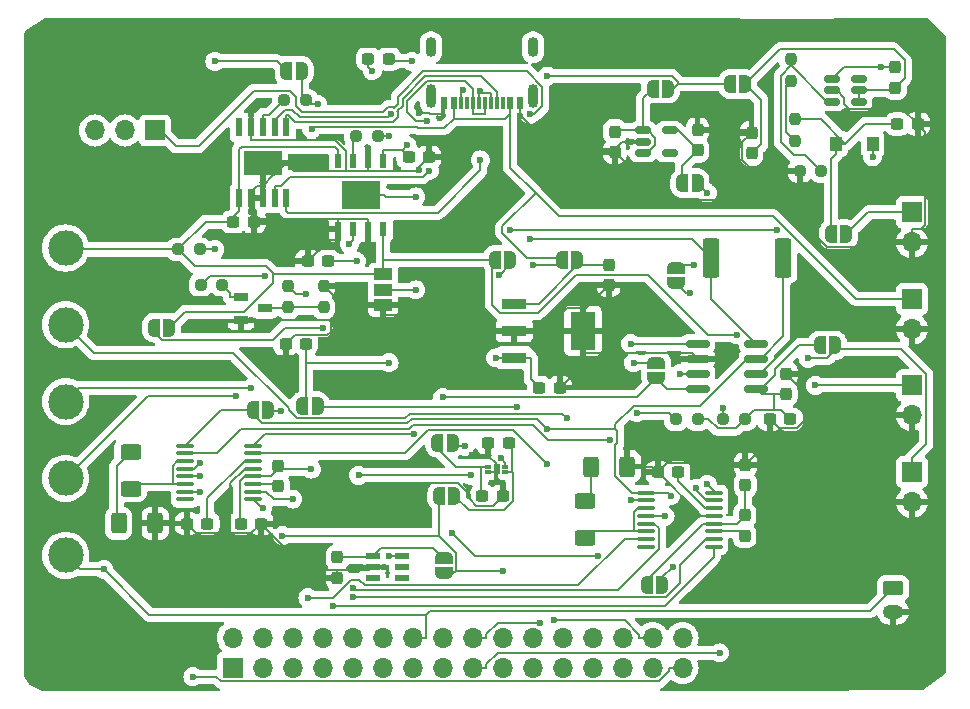
<source format=gbr>
%TF.GenerationSoftware,KiCad,Pcbnew,8.0.8*%
%TF.CreationDate,2025-03-28T11:16:55+02:00*%
%TF.ProjectId,Power_Module,506f7765-725f-44d6-9f64-756c652e6b69,1*%
%TF.SameCoordinates,Original*%
%TF.FileFunction,Copper,L1,Top*%
%TF.FilePolarity,Positive*%
%FSLAX46Y46*%
G04 Gerber Fmt 4.6, Leading zero omitted, Abs format (unit mm)*
G04 Created by KiCad (PCBNEW 8.0.8) date 2025-03-28 11:16:55*
%MOMM*%
%LPD*%
G01*
G04 APERTURE LIST*
G04 Aperture macros list*
%AMRoundRect*
0 Rectangle with rounded corners*
0 $1 Rounding radius*
0 $2 $3 $4 $5 $6 $7 $8 $9 X,Y pos of 4 corners*
0 Add a 4 corners polygon primitive as box body*
4,1,4,$2,$3,$4,$5,$6,$7,$8,$9,$2,$3,0*
0 Add four circle primitives for the rounded corners*
1,1,$1+$1,$2,$3*
1,1,$1+$1,$4,$5*
1,1,$1+$1,$6,$7*
1,1,$1+$1,$8,$9*
0 Add four rect primitives between the rounded corners*
20,1,$1+$1,$2,$3,$4,$5,0*
20,1,$1+$1,$4,$5,$6,$7,0*
20,1,$1+$1,$6,$7,$8,$9,0*
20,1,$1+$1,$8,$9,$2,$3,0*%
%AMFreePoly0*
4,1,19,0.500000,-0.750000,0.000000,-0.750000,0.000000,-0.744911,-0.071157,-0.744911,-0.207708,-0.704816,-0.327430,-0.627875,-0.420627,-0.520320,-0.479746,-0.390866,-0.500000,-0.250000,-0.500000,0.250000,-0.479746,0.390866,-0.420627,0.520320,-0.327430,0.627875,-0.207708,0.704816,-0.071157,0.744911,0.000000,0.744911,0.000000,0.750000,0.500000,0.750000,0.500000,-0.750000,0.500000,-0.750000,
$1*%
%AMFreePoly1*
4,1,19,0.000000,0.744911,0.071157,0.744911,0.207708,0.704816,0.327430,0.627875,0.420627,0.520320,0.479746,0.390866,0.500000,0.250000,0.500000,-0.250000,0.479746,-0.390866,0.420627,-0.520320,0.327430,-0.627875,0.207708,-0.704816,0.071157,-0.744911,0.000000,-0.744911,0.000000,-0.750000,-0.500000,-0.750000,-0.500000,0.750000,0.000000,0.750000,0.000000,0.744911,0.000000,0.744911,
$1*%
G04 Aperture macros list end*
%TA.AperFunction,ComponentPad*%
%ADD10O,1.700000X1.700000*%
%TD*%
%TA.AperFunction,ComponentPad*%
%ADD11R,1.700000X1.700000*%
%TD*%
%TA.AperFunction,SMDPad,CuDef*%
%ADD12RoundRect,0.237500X0.237500X-0.300000X0.237500X0.300000X-0.237500X0.300000X-0.237500X-0.300000X0*%
%TD*%
%TA.AperFunction,SMDPad,CuDef*%
%ADD13R,1.250013X0.700000*%
%TD*%
%TA.AperFunction,SMDPad,CuDef*%
%ADD14RoundRect,0.250000X0.625000X-0.400000X0.625000X0.400000X-0.625000X0.400000X-0.625000X-0.400000X0*%
%TD*%
%TA.AperFunction,SMDPad,CuDef*%
%ADD15C,3.000000*%
%TD*%
%TA.AperFunction,SMDPad,CuDef*%
%ADD16R,0.600000X1.200000*%
%TD*%
%TA.AperFunction,SMDPad,CuDef*%
%ADD17R,3.300000X2.400000*%
%TD*%
%TA.AperFunction,SMDPad,CuDef*%
%ADD18FreePoly0,90.000000*%
%TD*%
%TA.AperFunction,SMDPad,CuDef*%
%ADD19FreePoly1,90.000000*%
%TD*%
%TA.AperFunction,SMDPad,CuDef*%
%ADD20RoundRect,0.237500X0.237500X-0.250000X0.237500X0.250000X-0.237500X0.250000X-0.237500X-0.250000X0*%
%TD*%
%TA.AperFunction,SMDPad,CuDef*%
%ADD21RoundRect,0.100000X-0.637500X-0.100000X0.637500X-0.100000X0.637500X0.100000X-0.637500X0.100000X0*%
%TD*%
%TA.AperFunction,SMDPad,CuDef*%
%ADD22FreePoly0,0.000000*%
%TD*%
%TA.AperFunction,SMDPad,CuDef*%
%ADD23FreePoly1,0.000000*%
%TD*%
%TA.AperFunction,SMDPad,CuDef*%
%ADD24FreePoly0,180.000000*%
%TD*%
%TA.AperFunction,SMDPad,CuDef*%
%ADD25FreePoly1,180.000000*%
%TD*%
%TA.AperFunction,SMDPad,CuDef*%
%ADD26RoundRect,0.237500X-0.237500X0.250000X-0.237500X-0.250000X0.237500X-0.250000X0.237500X0.250000X0*%
%TD*%
%TA.AperFunction,SMDPad,CuDef*%
%ADD27RoundRect,0.237500X-0.237500X0.300000X-0.237500X-0.300000X0.237500X-0.300000X0.237500X0.300000X0*%
%TD*%
%TA.AperFunction,SMDPad,CuDef*%
%ADD28RoundRect,0.237500X0.300000X0.237500X-0.300000X0.237500X-0.300000X-0.237500X0.300000X-0.237500X0*%
%TD*%
%TA.AperFunction,SMDPad,CuDef*%
%ADD29RoundRect,0.237500X0.250000X0.237500X-0.250000X0.237500X-0.250000X-0.237500X0.250000X-0.237500X0*%
%TD*%
%TA.AperFunction,SMDPad,CuDef*%
%ADD30R,0.600000X1.140000*%
%TD*%
%TA.AperFunction,SMDPad,CuDef*%
%ADD31R,0.300000X1.140000*%
%TD*%
%TA.AperFunction,ComponentPad*%
%ADD32O,0.900000X2.000000*%
%TD*%
%TA.AperFunction,ComponentPad*%
%ADD33O,0.900000X1.700000*%
%TD*%
%TA.AperFunction,SMDPad,CuDef*%
%ADD34R,0.550013X0.300000*%
%TD*%
%TA.AperFunction,SMDPad,CuDef*%
%ADD35R,0.500000X0.859995*%
%TD*%
%TA.AperFunction,SMDPad,CuDef*%
%ADD36RoundRect,0.150000X-0.512500X-0.150000X0.512500X-0.150000X0.512500X0.150000X-0.512500X0.150000X0*%
%TD*%
%TA.AperFunction,SMDPad,CuDef*%
%ADD37RoundRect,0.237500X-0.300000X-0.237500X0.300000X-0.237500X0.300000X0.237500X-0.300000X0.237500X0*%
%TD*%
%TA.AperFunction,SMDPad,CuDef*%
%ADD38R,2.150000X0.950000*%
%TD*%
%TA.AperFunction,SMDPad,CuDef*%
%ADD39R,2.150000X3.250000*%
%TD*%
%TA.AperFunction,SMDPad,CuDef*%
%ADD40R,0.600000X1.500000*%
%TD*%
%TA.AperFunction,SMDPad,CuDef*%
%ADD41R,3.300000X2.100000*%
%TD*%
%TA.AperFunction,SMDPad,CuDef*%
%ADD42RoundRect,0.237500X-0.250000X-0.237500X0.250000X-0.237500X0.250000X0.237500X-0.250000X0.237500X0*%
%TD*%
%TA.AperFunction,ComponentPad*%
%ADD43RoundRect,0.250000X-0.625000X0.350000X-0.625000X-0.350000X0.625000X-0.350000X0.625000X0.350000X0*%
%TD*%
%TA.AperFunction,ComponentPad*%
%ADD44O,1.750000X1.200000*%
%TD*%
%TA.AperFunction,SMDPad,CuDef*%
%ADD45RoundRect,0.150000X-0.825000X-0.150000X0.825000X-0.150000X0.825000X0.150000X-0.825000X0.150000X0*%
%TD*%
%TA.AperFunction,SMDPad,CuDef*%
%ADD46RoundRect,0.250000X-0.400000X-0.625000X0.400000X-0.625000X0.400000X0.625000X-0.400000X0.625000X0*%
%TD*%
%TA.AperFunction,SMDPad,CuDef*%
%ADD47R,1.000000X1.200000*%
%TD*%
%TA.AperFunction,SMDPad,CuDef*%
%ADD48RoundRect,0.072500X-0.532500X-0.217500X0.532500X-0.217500X0.532500X0.217500X-0.532500X0.217500X0*%
%TD*%
%TA.AperFunction,SMDPad,CuDef*%
%ADD49RoundRect,0.249999X-0.450001X-1.425001X0.450001X-1.425001X0.450001X1.425001X-0.450001X1.425001X0*%
%TD*%
%TA.AperFunction,SMDPad,CuDef*%
%ADD50RoundRect,0.237500X0.237500X-0.287500X0.237500X0.287500X-0.237500X0.287500X-0.237500X-0.287500X0*%
%TD*%
%TA.AperFunction,SMDPad,CuDef*%
%ADD51R,1.500000X1.000000*%
%TD*%
%TA.AperFunction,SMDPad,CuDef*%
%ADD52RoundRect,0.237500X-0.287500X-0.237500X0.287500X-0.237500X0.287500X0.237500X-0.287500X0.237500X0*%
%TD*%
%TA.AperFunction,ViaPad*%
%ADD53C,0.600000*%
%TD*%
%TA.AperFunction,ViaPad*%
%ADD54C,3.400000*%
%TD*%
%TA.AperFunction,Conductor*%
%ADD55C,0.200000*%
%TD*%
G04 APERTURE END LIST*
D10*
%TO.P,J8,3,Pin_3*%
%TO.N,unconnected-(J8-Pin_3-Pad3)*%
X100490000Y-78050000D03*
%TO.P,J8,2,Pin_2*%
%TO.N,+BATT*%
X103030000Y-78050000D03*
D11*
%TO.P,J8,1,Pin_1*%
%TO.N,Net-(J8-Pin_1)*%
X105570000Y-78050000D03*
%TD*%
%TO.P,J3,1,Pin_1*%
%TO.N,+3.3V*%
X169650000Y-106960000D03*
D10*
%TO.P,J3,2,Pin_2*%
%TO.N,GND*%
X169650000Y-109500000D03*
%TD*%
D12*
%TO.P,C12,1*%
%TO.N,Net-(JP9-B)*%
X156090000Y-79992500D03*
%TO.P,C12,2*%
%TO.N,GND*%
X156090000Y-78267500D03*
%TD*%
%TO.P,C5,1*%
%TO.N,Net-(JP2-A)*%
X155552500Y-108075000D03*
%TO.P,C5,2*%
%TO.N,GND*%
X155552500Y-106350000D03*
%TD*%
D13*
%TO.P,U7,1,B*%
%TO.N,Net-(U7-B)*%
X112850000Y-92170038D03*
%TO.P,U7,2,E*%
%TO.N,GND*%
X112850000Y-94069962D03*
%TO.P,U7,3,C*%
%TO.N,Net-(U7-C)*%
X114850000Y-93120000D03*
%TD*%
D14*
%TO.P,R3,1*%
%TO.N,Net-(U2-AISEN)*%
X142000000Y-112550000D03*
%TO.P,R3,2*%
%TO.N,Net-(R3-Pad2)*%
X142000000Y-109450000D03*
%TD*%
D15*
%TO.P,TP2,1,1*%
%TO.N,+3.3V*%
X98000000Y-94500000D03*
%TD*%
D16*
%TO.P,U5,1,TEMP*%
%TO.N,GND*%
X121094996Y-86408306D03*
%TO.P,U5,2,PROG*%
%TO.N,/Usb_Charging/RPROG*%
X122364999Y-86408306D03*
%TO.P,U5,3,GND*%
%TO.N,GND*%
X123635001Y-86408306D03*
%TO.P,U5,4,VCC*%
%TO.N,+5V*%
X124905004Y-86408306D03*
%TO.P,U5,5,BAT*%
%TO.N,+BATT*%
X124905004Y-80591694D03*
%TO.P,U5,6,STDBY#*%
%TO.N,GND*%
X123635001Y-80591694D03*
%TO.P,U5,7,CHRG#*%
%TO.N,/Usb_Charging/CHRG*%
X122364999Y-80591694D03*
%TO.P,U5,8,CE*%
%TO.N,+5V*%
X121094996Y-80591694D03*
D17*
%TO.P,U5,9,EP*%
%TO.N,Net-(JP6-C)*%
X123000000Y-83500000D03*
%TD*%
D15*
%TO.P,TP3,1,1*%
%TO.N,+5V*%
X98000000Y-88000000D03*
%TD*%
D18*
%TO.P,JP15,1,A*%
%TO.N,5V_out*%
X130000000Y-115550000D03*
D19*
%TO.P,JP15,2,B*%
%TO.N,Net-(JP15-B)*%
X130000000Y-114250000D03*
%TD*%
D20*
%TO.P,R15,1*%
%TO.N,Net-(R14-Pad2)*%
X159400000Y-73842500D03*
%TO.P,R15,2*%
%TO.N,Net-(U8-FB)*%
X159400000Y-72017500D03*
%TD*%
D15*
%TO.P,TP4,1,1*%
%TO.N,+9V*%
X98000000Y-107500000D03*
%TD*%
D21*
%TO.P,U1,1,~{SLEEP}*%
%TO.N,LOAD*%
X108137500Y-104725000D03*
%TO.P,U1,2,AOUT1*%
%TO.N,M1_A_OUT*%
X108137500Y-105375000D03*
%TO.P,U1,3,AISEN*%
%TO.N,Net-(U1-AISEN)*%
X108137500Y-106025000D03*
%TO.P,U1,4,AOUT2*%
%TO.N,M1_B_OUT*%
X108137500Y-106675000D03*
%TO.P,U1,5,BOUT2*%
%TO.N,M2_B_OUT*%
X108137500Y-107325000D03*
%TO.P,U1,6,BISEN*%
%TO.N,Net-(U1-AISEN)*%
X108137500Y-107975000D03*
%TO.P,U1,7,BOUT1*%
%TO.N,M2_A_OUT*%
X108137500Y-108625000D03*
%TO.P,U1,8,~{FAULT}*%
%TO.N,unconnected-(U1-~{FAULT}-Pad8)*%
X108137500Y-109275000D03*
%TO.P,U1,9,BIN1*%
%TO.N,M2_A_IN*%
X113862500Y-109275000D03*
%TO.P,U1,10,BIN2*%
%TO.N,M2_B_IN*%
X113862500Y-108625000D03*
%TO.P,U1,11,VCP*%
%TO.N,/Motor_Drivers/VCP1*%
X113862500Y-107975000D03*
%TO.P,U1,12,VM*%
%TO.N,Net-(JP1-A)*%
X113862500Y-107325000D03*
%TO.P,U1,13,GND*%
%TO.N,GND*%
X113862500Y-106675000D03*
%TO.P,U1,14,VINT*%
%TO.N,Net-(U1-VINT)*%
X113862500Y-106025000D03*
%TO.P,U1,15,AIN2*%
%TO.N,M1_B_IN*%
X113862500Y-105375000D03*
%TO.P,U1,16,AIN1*%
%TO.N,M1_A_IN*%
X113862500Y-104725000D03*
%TD*%
D22*
%TO.P,JP18,1,A*%
%TO.N,Net-(JP18-A)*%
X129475000Y-104500000D03*
D23*
%TO.P,JP18,2,B*%
%TO.N,LOUT2*%
X130775000Y-104500000D03*
%TD*%
D24*
%TO.P,JP1,1,A*%
%TO.N,Net-(JP1-A)*%
X115137500Y-101700000D03*
D25*
%TO.P,JP1,2,B*%
%TO.N,LOAD*%
X113837500Y-101700000D03*
%TD*%
D26*
%TO.P,R12,1*%
%TO.N,/Usb_Charging/RPROG*%
X116850000Y-91207500D03*
%TO.P,R12,2*%
%TO.N,Net-(U7-C)*%
X116850000Y-93032500D03*
%TD*%
D27*
%TO.P,C13,1*%
%TO.N,Net-(JP10-B)*%
X143990000Y-89397500D03*
%TO.P,C13,2*%
%TO.N,GND*%
X143990000Y-91122500D03*
%TD*%
D28*
%TO.P,C19,1*%
%TO.N,Net-(JP16-B)*%
X135500000Y-104500000D03*
%TO.P,C19,2*%
%TO.N,GND*%
X133775000Y-104500000D03*
%TD*%
D22*
%TO.P,JP16,1,A*%
%TO.N,5V_out*%
X129625000Y-109000000D03*
D23*
%TO.P,JP16,2,B*%
%TO.N,Net-(JP16-B)*%
X130925000Y-109000000D03*
%TD*%
D22*
%TO.P,JP10,1,A*%
%TO.N,+9V*%
X140000000Y-89000000D03*
D23*
%TO.P,JP10,2,B*%
%TO.N,Net-(JP10-B)*%
X141300000Y-89000000D03*
%TD*%
D11*
%TO.P,J6,1,Pin_1*%
%TO.N,5V_out*%
X169650000Y-84975000D03*
D10*
%TO.P,J6,2,Pin_2*%
%TO.N,GND*%
X169650000Y-87515000D03*
%TD*%
D29*
%TO.P,R7,1*%
%TO.N,Net-(JP3-A)*%
X151500000Y-102500000D03*
%TO.P,R7,2*%
%TO.N,Net-(JP5-B)*%
X149675000Y-102500000D03*
%TD*%
D22*
%TO.P,JP2,1,A*%
%TO.N,Net-(JP2-A)*%
X147200000Y-116500000D03*
D23*
%TO.P,JP2,2,B*%
%TO.N,LOAD*%
X148500000Y-116500000D03*
%TD*%
D30*
%TO.P,J7,A1_B12,GND*%
%TO.N,GND*%
X136450000Y-75750000D03*
%TO.P,J7,A4_B9,VBUS*%
%TO.N,+9V*%
X135650000Y-75750000D03*
D31*
%TO.P,J7,A5,CC1*%
%TO.N,Net-(J7-CC1)*%
X134500000Y-75750000D03*
%TO.P,J7,A6,DP1*%
%TO.N,/Usb_Charging/DP*%
X133500000Y-75750000D03*
%TO.P,J7,A7,DN1*%
%TO.N,/Usb_Charging/DM*%
X133000000Y-75750000D03*
%TO.P,J7,A8,SBU1*%
%TO.N,unconnected-(J7-SBU1-PadA8)*%
X132000000Y-75750000D03*
D30*
%TO.P,J7,B1_A12,GND*%
%TO.N,GND*%
X130050000Y-75750000D03*
%TO.P,J7,B4_A9,VBUS*%
%TO.N,+9V*%
X130850000Y-75750000D03*
D31*
%TO.P,J7,B5,CC2*%
%TO.N,Net-(J7-CC2)*%
X131500000Y-75750000D03*
%TO.P,J7,B6,DP2*%
%TO.N,/Usb_Charging/DP*%
X132500000Y-75750000D03*
%TO.P,J7,B7,DN2*%
%TO.N,/Usb_Charging/DM*%
X134000000Y-75750000D03*
%TO.P,J7,B8,SBU2*%
%TO.N,unconnected-(J7-SBU2-PadB8)*%
X135000000Y-75750000D03*
D32*
%TO.P,J7,S1,SHIELD*%
%TO.N,unconnected-(J7-SHIELD-PadS1)*%
X137575000Y-75170000D03*
%TO.P,J7,S2,SHIELD*%
%TO.N,unconnected-(J7-SHIELD-PadS1)_2*%
X128925000Y-75170000D03*
D33*
%TO.P,J7,S3,SHIELD*%
%TO.N,unconnected-(J7-SHIELD-PadS1)_1*%
X137575000Y-71000000D03*
%TO.P,J7,S4,SHIELD*%
%TO.N,unconnected-(J7-SHIELD-PadS1)_3*%
X128925000Y-71000000D03*
%TD*%
D34*
%TO.P,U12,1,OUT*%
%TO.N,Net-(JP18-A)*%
X133775028Y-106500164D03*
%TO.P,U12,2,GND*%
%TO.N,GND*%
X133775028Y-107000011D03*
%TO.P,U12,3,IN*%
%TO.N,Net-(JP16-B)*%
X135234997Y-107000011D03*
%TO.P,U12,4,ON/OFF*%
%TO.N,LCTRL2*%
X135234997Y-106500164D03*
D35*
%TO.P,U12,5,GND*%
%TO.N,GND*%
X134505025Y-106750125D03*
%TD*%
D11*
%TO.P,J4,1,Pin_1*%
%TO.N,+5V*%
X169650000Y-99631700D03*
D10*
%TO.P,J4,2,Pin_2*%
%TO.N,GND*%
X169650000Y-102171700D03*
%TD*%
D22*
%TO.P,JP12,1,A*%
%TO.N,Net-(JP12-A)*%
X162800000Y-86840000D03*
D23*
%TO.P,JP12,2,B*%
%TO.N,5V_out*%
X164100000Y-86840000D03*
%TD*%
D36*
%TO.P,U10,1,VIN*%
%TO.N,Net-(JP13-B)*%
X146862500Y-78050000D03*
%TO.P,U10,2,GND*%
%TO.N,GND*%
X146862500Y-79000000D03*
%TO.P,U10,3,EN*%
%TO.N,Net-(JP13-B)*%
X146862500Y-79950000D03*
%TO.P,U10,4,NC*%
%TO.N,unconnected-(U10-NC-Pad4)*%
X149137500Y-79950000D03*
%TO.P,U10,5,VOUT*%
%TO.N,Net-(JP14-A)*%
X149137500Y-78050000D03*
%TD*%
D22*
%TO.P,JP8,1,A*%
%TO.N,Net-(D1-A)*%
X105490000Y-94730000D03*
D23*
%TO.P,JP8,2,B*%
%TO.N,+5V*%
X106790000Y-94730000D03*
%TD*%
D12*
%TO.P,C17,1*%
%TO.N,Net-(JP14-A)*%
X151500000Y-79725000D03*
%TO.P,C17,2*%
%TO.N,GND*%
X151500000Y-78000000D03*
%TD*%
D37*
%TO.P,C21,1*%
%TO.N,Net-(JP18-A)*%
X133275000Y-109000000D03*
%TO.P,C21,2*%
%TO.N,GND*%
X135000000Y-109000000D03*
%TD*%
D29*
%TO.P,R6,1*%
%TO.N,Net-(JP3-A)*%
X155500000Y-102500000D03*
%TO.P,R6,2*%
%TO.N,Net-(JP4-B)*%
X153675000Y-102500000D03*
%TD*%
D37*
%TO.P,C15,1*%
%TO.N,Net-(JP12-A)*%
X168427500Y-77500000D03*
%TO.P,C15,2*%
%TO.N,GND*%
X170152500Y-77500000D03*
%TD*%
D38*
%TO.P,VR1,1,INPUT*%
%TO.N,Net-(JP10-B)*%
X136000000Y-92700000D03*
%TO.P,VR1,2,GND_2*%
%TO.N,GND*%
X136000000Y-95000000D03*
%TO.P,VR1,3,OUTPUT*%
%TO.N,Net-(JP11-A)*%
X136000000Y-97300000D03*
D39*
%TO.P,VR1,4,GND_4*%
%TO.N,GND*%
X141800000Y-95000000D03*
%TD*%
D18*
%TO.P,JP5,1,A*%
%TO.N,SCL*%
X148000000Y-99000000D03*
D19*
%TO.P,JP5,2,B*%
%TO.N,Net-(JP5-B)*%
X148000000Y-97700000D03*
%TD*%
D20*
%TO.P,R13,1*%
%TO.N,Net-(U7-C)*%
X119850000Y-93032500D03*
%TO.P,R13,2*%
%TO.N,GND*%
X119850000Y-91207500D03*
%TD*%
D21*
%TO.P,U2,1,~{SLEEP}*%
%TO.N,LOAD*%
X147137500Y-108725000D03*
%TO.P,U2,2,AOUT1*%
%TO.N,M3_A_OUT*%
X147137500Y-109375000D03*
%TO.P,U2,3,AISEN*%
%TO.N,Net-(U2-AISEN)*%
X147137500Y-110025000D03*
%TO.P,U2,4,AOUT2*%
%TO.N,M3_B_OUT*%
X147137500Y-110675000D03*
%TO.P,U2,5,BOUT2*%
%TO.N,M4_B_OUT*%
X147137500Y-111325000D03*
%TO.P,U2,6,BISEN*%
%TO.N,Net-(U2-AISEN)*%
X147137500Y-111975000D03*
%TO.P,U2,7,BOUT1*%
%TO.N,M4_A_OUT*%
X147137500Y-112625000D03*
%TO.P,U2,8,~{FAULT}*%
%TO.N,unconnected-(U2-~{FAULT}-Pad8)*%
X147137500Y-113275000D03*
%TO.P,U2,9,BIN1*%
%TO.N,M4_A_IN*%
X152862500Y-113275000D03*
%TO.P,U2,10,BIN2*%
%TO.N,M4_B_IN*%
X152862500Y-112625000D03*
%TO.P,U2,11,VCP*%
%TO.N,/Motor_Drivers/VCP2*%
X152862500Y-111975000D03*
%TO.P,U2,12,VM*%
%TO.N,Net-(JP2-A)*%
X152862500Y-111325000D03*
%TO.P,U2,13,GND*%
%TO.N,GND*%
X152862500Y-110675000D03*
%TO.P,U2,14,VINT*%
%TO.N,Net-(U2-VINT)*%
X152862500Y-110025000D03*
%TO.P,U2,15,AIN2*%
%TO.N,M3_B_IN*%
X152862500Y-109375000D03*
%TO.P,U2,16,AIN1*%
%TO.N,M3_A_IN*%
X152862500Y-108725000D03*
%TD*%
D29*
%TO.P,R16,1*%
%TO.N,Net-(U8-FB)*%
X161992500Y-81480000D03*
%TO.P,R16,2*%
%TO.N,GND*%
X160167500Y-81480000D03*
%TD*%
%TO.P,R10,1*%
%TO.N,Net-(D1-K)*%
X124412500Y-78500000D03*
%TO.P,R10,2*%
%TO.N,/Usb_Charging/CHRG*%
X122587500Y-78500000D03*
%TD*%
D37*
%TO.P,C2,1*%
%TO.N,Net-(JP1-A)*%
X112837500Y-111335000D03*
%TO.P,C2,2*%
%TO.N,GND*%
X114562500Y-111335000D03*
%TD*%
D22*
%TO.P,JP17,1,A*%
%TO.N,Net-(JP17-A)*%
X118037500Y-101375000D03*
D23*
%TO.P,JP17,2,B*%
%TO.N,LOUT1*%
X119337500Y-101375000D03*
%TD*%
D40*
%TO.P,U6,1,VDD*%
%TO.N,+5V*%
X112700076Y-83790027D03*
%TO.P,U6,2,CFG2*%
%TO.N,GND*%
X113700076Y-83790027D03*
%TO.P,U6,3,CFG3*%
X114700076Y-83790027D03*
%TO.P,U6,4,DP*%
%TO.N,/Usb_Charging/DP*%
X115700076Y-83790027D03*
%TO.P,U6,5,DM*%
%TO.N,/Usb_Charging/DM*%
X116700076Y-83790027D03*
%TO.P,U6,6,CC2*%
%TO.N,Net-(J7-CC1)*%
X116700076Y-77790027D03*
%TO.P,U6,7,CC1*%
%TO.N,Net-(J7-CC2)*%
X115700076Y-77789773D03*
%TO.P,U6,8,VBUS*%
%TO.N,Net-(U6-VBUS)*%
X114700076Y-77789773D03*
%TO.P,U6,9,CFG1*%
%TO.N,GND*%
X113700076Y-77789773D03*
%TO.P,U6,10,PG*%
%TO.N,unconnected-(U6-PG-Pad10)*%
X112700076Y-77790027D03*
D41*
%TO.P,U6,11,GND*%
%TO.N,GND*%
X114700076Y-80789773D03*
%TD*%
D42*
%TO.P,R11,1*%
%TO.N,FAST_CHRG_CTRL*%
X109437500Y-91120000D03*
%TO.P,R11,2*%
%TO.N,Net-(U7-B)*%
X111262500Y-91120000D03*
%TD*%
D28*
%TO.P,C9,1*%
%TO.N,Net-(D1-A)*%
X120212500Y-89120000D03*
%TO.P,C9,2*%
%TO.N,GND*%
X118487500Y-89120000D03*
%TD*%
%TO.P,C20,1*%
%TO.N,Net-(JP17-A)*%
X118350000Y-96120000D03*
%TO.P,C20,2*%
%TO.N,GND*%
X116625000Y-96120000D03*
%TD*%
D18*
%TO.P,JP4,1,A*%
%TO.N,SDA*%
X149700000Y-91000000D03*
D19*
%TO.P,JP4,2,B*%
%TO.N,Net-(JP4-B)*%
X149700000Y-89700000D03*
%TD*%
D43*
%TO.P,J2,1,Pin_1*%
%TO.N,+BATT*%
X168060000Y-116780000D03*
D44*
%TO.P,J2,2,Pin_2*%
%TO.N,GND*%
X168060000Y-118780000D03*
%TD*%
D24*
%TO.P,JP11,1,A*%
%TO.N,Net-(JP11-A)*%
X135650000Y-89000000D03*
D25*
%TO.P,JP11,2,B*%
%TO.N,+5V*%
X134350000Y-89000000D03*
%TD*%
D37*
%TO.P,C11,1*%
%TO.N,+5V*%
X112200100Y-85789800D03*
%TO.P,C11,2*%
%TO.N,GND*%
X113925100Y-85789800D03*
%TD*%
D27*
%TO.P,C18,1*%
%TO.N,Net-(JP15-B)*%
X121000000Y-114187500D03*
%TO.P,C18,2*%
%TO.N,GND*%
X121000000Y-115912500D03*
%TD*%
D45*
%TO.P,U4,1,A1*%
%TO.N,+3.3V*%
X151525000Y-96095000D03*
%TO.P,U4,2,A0*%
%TO.N,GND*%
X151525000Y-97365000D03*
%TO.P,U4,3,SDA*%
%TO.N,SDA*%
X151525000Y-98635000D03*
%TO.P,U4,4,SCL*%
%TO.N,SCL*%
X151525000Y-99905000D03*
%TO.P,U4,5,VS*%
%TO.N,Net-(JP3-A)*%
X156475000Y-99905000D03*
%TO.P,U4,6,GND*%
%TO.N,GND*%
X156475000Y-98635000D03*
%TO.P,U4,7,IN-*%
%TO.N,LOAD*%
X156475000Y-97365000D03*
%TO.P,U4,8,IN+*%
%TO.N,Net-(J8-Pin_1)*%
X156475000Y-96095000D03*
%TD*%
D37*
%TO.P,C4,1*%
%TO.N,GND*%
X148137500Y-107000000D03*
%TO.P,C4,2*%
%TO.N,Net-(U2-VINT)*%
X149862500Y-107000000D03*
%TD*%
D27*
%TO.P,C16,1*%
%TO.N,Net-(JP13-B)*%
X144500000Y-78137500D03*
%TO.P,C16,2*%
%TO.N,GND*%
X144500000Y-79862500D03*
%TD*%
D12*
%TO.P,C7,1*%
%TO.N,Net-(JP3-A)*%
X159000000Y-100362500D03*
%TO.P,C7,2*%
%TO.N,GND*%
X159000000Y-98637500D03*
%TD*%
D28*
%TO.P,C8,1*%
%TO.N,Net-(JP3-A)*%
X159362500Y-102500000D03*
%TO.P,C8,2*%
%TO.N,GND*%
X157637500Y-102500000D03*
%TD*%
D29*
%TO.P,R9,1*%
%TO.N,+9V*%
X118325100Y-75499900D03*
%TO.P,R9,2*%
%TO.N,Net-(U6-VBUS)*%
X116500100Y-75499900D03*
%TD*%
%TO.P,R8,1*%
%TO.N,Net-(JP7-A)*%
X109350100Y-88119800D03*
%TO.P,R8,2*%
%TO.N,+5V*%
X107525100Y-88119800D03*
%TD*%
D22*
%TO.P,JP9,1,A*%
%TO.N,LOAD*%
X154250000Y-74110000D03*
D23*
%TO.P,JP9,2,B*%
%TO.N,Net-(JP9-B)*%
X155550000Y-74110000D03*
%TD*%
D46*
%TO.P,R4,1*%
%TO.N,Net-(R3-Pad2)*%
X142450000Y-106500000D03*
%TO.P,R4,2*%
%TO.N,GND*%
X145550000Y-106500000D03*
%TD*%
D24*
%TO.P,JP13,1,A*%
%TO.N,LOAD*%
X149000000Y-74500000D03*
D25*
%TO.P,JP13,2,B*%
%TO.N,Net-(JP13-B)*%
X147700000Y-74500000D03*
%TD*%
D46*
%TO.P,R2,1*%
%TO.N,Net-(R1-Pad2)*%
X102482500Y-111315000D03*
%TO.P,R2,2*%
%TO.N,GND*%
X105582500Y-111315000D03*
%TD*%
D36*
%TO.P,U8,1,SW*%
%TO.N,Net-(U8-SW)*%
X162872500Y-73700000D03*
%TO.P,U8,2,GND*%
%TO.N,GND*%
X162872500Y-74650000D03*
%TO.P,U8,3,FB*%
%TO.N,Net-(U8-FB)*%
X162872500Y-75600000D03*
%TO.P,U8,4,EN*%
%TO.N,Net-(JP9-B)*%
X165147500Y-75600000D03*
%TO.P,U8,5,IN*%
X165147500Y-74650000D03*
%TO.P,U8,6,NC*%
%TO.N,unconnected-(U8-NC-Pad6)*%
X165147500Y-73700000D03*
%TD*%
D37*
%TO.P,C1,1*%
%TO.N,GND*%
X108275000Y-111325000D03*
%TO.P,C1,2*%
%TO.N,Net-(U1-VINT)*%
X110000000Y-111325000D03*
%TD*%
D22*
%TO.P,JP7,1,A*%
%TO.N,Net-(JP7-A)*%
X116700100Y-72999900D03*
D23*
%TO.P,JP7,2,B*%
%TO.N,+9V*%
X118000100Y-72999900D03*
%TD*%
D11*
%TO.P,J1,1,Pin_1*%
%TO.N,M2_B_OUT*%
X112140000Y-123540000D03*
D10*
%TO.P,J1,2,Pin_2*%
%TO.N,M2_A_OUT*%
X112140000Y-121000000D03*
%TO.P,J1,3,Pin_3*%
%TO.N,M4_A_OUT*%
X114680000Y-123540000D03*
%TO.P,J1,4,Pin_4*%
%TO.N,M2_A_IN*%
X114680000Y-121000000D03*
%TO.P,J1,5,Pin_5*%
%TO.N,M4_B_OUT*%
X117220000Y-123540000D03*
%TO.P,J1,6,Pin_6*%
%TO.N,M2_B_IN*%
X117220000Y-121000000D03*
%TO.P,J1,7,Pin_7*%
%TO.N,LCTRL2*%
X119760000Y-123540000D03*
%TO.P,J1,8,Pin_8*%
%TO.N,M4_A_IN*%
X119760000Y-121000000D03*
%TO.P,J1,9,Pin_9*%
%TO.N,unconnected-(J1-Pin_9-Pad9)*%
X122300000Y-123540000D03*
%TO.P,J1,10,Pin_10*%
%TO.N,M4_B_IN*%
X122300000Y-121000000D03*
%TO.P,J1,11,Pin_11*%
%TO.N,LOUT2*%
X124840000Y-123540000D03*
%TO.P,J1,12,Pin_12*%
%TO.N,unconnected-(J1-Pin_12-Pad12)*%
X124840000Y-121000000D03*
%TO.P,J1,13,Pin_13*%
%TO.N,FAST_CHRG_CTRL*%
X127380000Y-123540000D03*
%TO.P,J1,14,Pin_14*%
%TO.N,+BATT*%
X127380000Y-121000000D03*
%TO.P,J1,15,Pin_15*%
%TO.N,unconnected-(J1-Pin_15-Pad15)*%
X129920000Y-123540000D03*
%TO.P,J1,16,Pin_16*%
%TO.N,SCL*%
X129920000Y-121000000D03*
%TO.P,J1,17,Pin_17*%
%TO.N,SDA*%
X132460000Y-123540000D03*
%TO.P,J1,18,Pin_18*%
%TO.N,+3.3V*%
X132460000Y-121000000D03*
%TO.P,J1,19,Pin_19*%
%TO.N,GND*%
X135000000Y-123540000D03*
%TO.P,J1,20,Pin_20*%
%TO.N,5V_out*%
X135000000Y-121000000D03*
%TO.P,J1,21,Pin_21*%
%TO.N,LOUT1*%
X137540000Y-123540000D03*
%TO.P,J1,22,Pin_22*%
%TO.N,+9V*%
X137540000Y-121000000D03*
%TO.P,J1,23,Pin_23*%
%TO.N,GND*%
X140080000Y-123540000D03*
%TO.P,J1,24,Pin_24*%
%TO.N,M3_A_IN*%
X140080000Y-121000000D03*
%TO.P,J1,25,Pin_25*%
%TO.N,LCTRL1*%
X142620000Y-123540000D03*
%TO.P,J1,26,Pin_26*%
%TO.N,M3_B_IN*%
X142620000Y-121000000D03*
%TO.P,J1,27,Pin_27*%
%TO.N,M3_A_OUT*%
X145160000Y-123540000D03*
%TO.P,J1,28,Pin_28*%
%TO.N,M1_A_IN*%
X145160000Y-121000000D03*
%TO.P,J1,29,Pin_29*%
%TO.N,M3_B_OUT*%
X147700000Y-123540000D03*
%TO.P,J1,30,Pin_30*%
%TO.N,M1_B_IN*%
X147700000Y-121000000D03*
%TO.P,J1,31,Pin_31*%
%TO.N,M1_B_OUT*%
X150240000Y-123540000D03*
%TO.P,J1,32,Pin_32*%
%TO.N,M1_A_OUT*%
X150240000Y-121000000D03*
%TD*%
D22*
%TO.P,JP14,1,A*%
%TO.N,Net-(JP14-A)*%
X150200000Y-82500000D03*
D23*
%TO.P,JP14,2,B*%
%TO.N,+3.3V*%
X151500000Y-82500000D03*
%TD*%
D22*
%TO.P,JP3,1,A*%
%TO.N,Net-(JP3-A)*%
X161840000Y-96240000D03*
D23*
%TO.P,JP3,2,B*%
%TO.N,+3.3V*%
X163140000Y-96240000D03*
%TD*%
D27*
%TO.P,C3,1*%
%TO.N,Net-(JP1-A)*%
X116000000Y-106462500D03*
%TO.P,C3,2*%
%TO.N,/Motor_Drivers/VCP1*%
X116000000Y-108187500D03*
%TD*%
D37*
%TO.P,C14,1*%
%TO.N,Net-(JP11-A)*%
X138107500Y-99830000D03*
%TO.P,C14,2*%
%TO.N,GND*%
X139832500Y-99830000D03*
%TD*%
D47*
%TO.P,U9,1,C*%
%TO.N,Net-(JP12-A)*%
X163220089Y-79170000D03*
%TO.P,U9,2,A*%
%TO.N,Net-(U8-SW)*%
X166319911Y-79170000D03*
%TD*%
D48*
%TO.P,U11,1,VIN*%
%TO.N,Net-(JP15-B)*%
X124000000Y-114050000D03*
%TO.P,U11,2,GND*%
%TO.N,GND*%
X124000000Y-115000000D03*
%TO.P,U11,3,EN/UVLO*%
%TO.N,LCRTL1*%
X124000000Y-115950000D03*
%TO.P,U11,4,CT*%
%TO.N,unconnected-(U11-CT-Pad4)*%
X126510000Y-115950000D03*
%TO.P,U11,5,QOD*%
%TO.N,unconnected-(U11-QOD-Pad5)*%
X126510000Y-115000000D03*
%TO.P,U11,6,VOUT*%
%TO.N,Net-(JP17-A)*%
X126510000Y-114050000D03*
%TD*%
D49*
%TO.P,R5,1*%
%TO.N,Net-(J8-Pin_1)*%
X152660000Y-88860000D03*
%TO.P,R5,2*%
%TO.N,LOAD*%
X158760000Y-88860000D03*
%TD*%
D37*
%TO.P,C10,1*%
%TO.N,+BATT*%
X127047500Y-80300000D03*
%TO.P,C10,2*%
%TO.N,GND*%
X128772500Y-80300000D03*
%TD*%
D14*
%TO.P,R1,1*%
%TO.N,Net-(U1-AISEN)*%
X103500000Y-108375000D03*
%TO.P,R1,2*%
%TO.N,Net-(R1-Pad2)*%
X103500000Y-105275000D03*
%TD*%
D50*
%TO.P,L1,1,1*%
%TO.N,Net-(JP9-B)*%
X168240000Y-74435000D03*
%TO.P,L1,2,2*%
%TO.N,Net-(U8-SW)*%
X168240000Y-72685000D03*
%TD*%
D27*
%TO.P,C6,1*%
%TO.N,Net-(JP2-A)*%
X155500000Y-110637500D03*
%TO.P,C6,2*%
%TO.N,/Motor_Drivers/VCP2*%
X155500000Y-112362500D03*
%TD*%
D15*
%TO.P,TP1,1,1*%
%TO.N,+BATT*%
X98010000Y-114020000D03*
%TD*%
%TO.P,TP5,1,1*%
%TO.N,5V_out*%
X98000000Y-101000000D03*
%TD*%
D11*
%TO.P,J5,1,Pin_1*%
%TO.N,+9V*%
X169650000Y-92303300D03*
D10*
%TO.P,J5,2,Pin_2*%
%TO.N,GND*%
X169650000Y-94843300D03*
%TD*%
D51*
%TO.P,JP6,1,A*%
%TO.N,+5V*%
X124872500Y-90240000D03*
%TO.P,JP6,2,C*%
%TO.N,Net-(JP6-C)*%
X124872500Y-91540000D03*
%TO.P,JP6,3,B*%
%TO.N,GND*%
X124872500Y-92840000D03*
%TD*%
D26*
%TO.P,R14,1*%
%TO.N,Net-(JP12-A)*%
X159740000Y-77095000D03*
%TO.P,R14,2*%
%TO.N,Net-(R14-Pad2)*%
X159740000Y-78920000D03*
%TD*%
D52*
%TO.P,D1,1,K*%
%TO.N,Net-(D1-K)*%
X123625000Y-72000000D03*
%TO.P,D1,2,A*%
%TO.N,Net-(D1-A)*%
X125375000Y-72000000D03*
%TD*%
D53*
%TO.N,+5V*%
X154833100Y-95328100D03*
X161487100Y-99631700D03*
%TO.N,GND*%
X127948100Y-81367900D03*
X136432000Y-76833300D03*
D54*
X131180000Y-96070000D03*
D53*
X132405200Y-105550200D03*
X127948100Y-76604500D03*
%TO.N,+BATT*%
X101233500Y-115199800D03*
X126908400Y-79313000D03*
%TO.N,Net-(D1-A)*%
X119796200Y-94770100D03*
X127321200Y-72199300D03*
X122637200Y-89120000D03*
%TO.N,Net-(JP5-B)*%
X146348000Y-101946500D03*
X146083800Y-97700000D03*
%TO.N,Net-(JP11-A)*%
X134708800Y-90291400D03*
X134399200Y-97300000D03*
%TO.N,Net-(D1-K)*%
X125414700Y-78500000D03*
X123966700Y-72979400D03*
%TO.N,Net-(U8-SW)*%
X166319900Y-80289800D03*
X167075300Y-72685000D03*
%TO.N,/Usb_Charging/DP*%
X128608600Y-77206200D03*
X128786300Y-81440000D03*
%TO.N,/Usb_Charging/DM*%
X133117100Y-80535000D03*
X133117100Y-74675600D03*
%TO.N,+9V*%
X118833900Y-77905500D03*
X112417400Y-100516500D03*
X119330800Y-75830300D03*
X137540000Y-89397900D03*
%TO.N,FAST_CHRG_CTRL*%
X114882800Y-90337100D03*
%TO.N,M3_B_IN*%
X151343100Y-108345700D03*
%TO.N,M1_A_OUT*%
X144108300Y-104284100D03*
%TO.N,M4_B_OUT*%
X122348300Y-116743400D03*
%TO.N,+3.3V*%
X152338100Y-83338100D03*
X145836000Y-96095000D03*
X140452800Y-102427200D03*
X160855100Y-97335500D03*
X138179400Y-119714100D03*
%TO.N,M4_B_IN*%
X122300000Y-117559800D03*
%TO.N,M3_B_OUT*%
X148748800Y-110714200D03*
%TO.N,SCL*%
X129920000Y-100656100D03*
%TO.N,M2_B_IN*%
X117220000Y-109256000D03*
%TO.N,M3_A_IN*%
X152324200Y-108011300D03*
%TO.N,M4_A_OUT*%
X118507200Y-117608300D03*
%TO.N,M4_A_IN*%
X120615300Y-118283000D03*
%TO.N,LOUT2*%
X131803400Y-104794300D03*
%TO.N,M1_B_OUT*%
X109399100Y-106168100D03*
X108774100Y-124289800D03*
%TO.N,M3_A_OUT*%
X145897200Y-109375000D03*
%TO.N,5V_out*%
X135590800Y-86454100D03*
X113683600Y-99860600D03*
X135000000Y-115318300D03*
X116362800Y-112340700D03*
X158199900Y-86454100D03*
%TO.N,SDA*%
X150027100Y-98635000D03*
X150865100Y-91837400D03*
X153366200Y-122270000D03*
%TO.N,M2_B_OUT*%
X109388600Y-107325000D03*
%TO.N,M2_A_OUT*%
X109397300Y-108625000D03*
%TO.N,LCTRL2*%
X132328600Y-107246300D03*
X134842400Y-105799300D03*
X122798500Y-107246300D03*
%TO.N,M1_A_IN*%
X127537700Y-103710800D03*
X130688800Y-112148300D03*
X143036100Y-114082600D03*
%TO.N,M1_B_IN*%
X138740000Y-106309800D03*
X139390700Y-119508500D03*
%TO.N,M2_A_IN*%
X114680000Y-110003200D03*
%TO.N,LOUT1*%
X136203800Y-101441600D03*
%TO.N,LOAD*%
X149386500Y-114990900D03*
X149227300Y-108967800D03*
X138778500Y-103301800D03*
X138778500Y-73439100D03*
%TO.N,/Usb_Charging/RPROG*%
X122031000Y-87672200D03*
X118370700Y-91882700D03*
%TO.N,Net-(JP1-A)*%
X118798800Y-106718900D03*
X116273200Y-101825700D03*
%TO.N,Net-(JP17-A)*%
X125382300Y-97705400D03*
X125382300Y-114050000D03*
%TO.N,Net-(J7-CC2)*%
X131665000Y-74653800D03*
X125515400Y-76691100D03*
%TO.N,Net-(JP4-B)*%
X151204500Y-89399500D03*
X153675000Y-101521500D03*
%TO.N,Net-(JP6-C)*%
X127635700Y-91540000D03*
X127635700Y-83664500D03*
%TO.N,Net-(JP7-A)*%
X110641800Y-72199300D03*
X110641800Y-88119800D03*
%TO.N,Net-(J8-Pin_1)*%
X137295400Y-76692600D03*
X137295400Y-87260100D03*
%TD*%
D55*
%TO.N,Net-(J8-Pin_1)*%
X107333500Y-79363500D02*
X106020000Y-78050000D01*
X109276700Y-79363500D02*
X107333500Y-79363500D01*
X106020000Y-78050000D02*
X105570000Y-78050000D01*
X109440100Y-79200100D02*
X109276700Y-79363500D01*
X109440100Y-79200100D02*
X109400200Y-79240000D01*
X113964600Y-74675600D02*
X109440100Y-79200100D01*
X116981500Y-74675600D02*
X113964600Y-74675600D01*
X117496900Y-75191000D02*
X116981500Y-74675600D01*
X124875500Y-76480200D02*
X118040700Y-76480200D01*
X125764600Y-76089400D02*
X125266300Y-76089400D01*
X125794500Y-76119300D02*
X125764600Y-76089400D01*
X125266300Y-76089400D02*
X124875500Y-76480200D01*
X125794600Y-76119300D02*
X125794500Y-76119300D01*
X117496900Y-75936400D02*
X117496900Y-75191000D01*
X137076300Y-73052000D02*
X128293900Y-73052000D01*
X138361700Y-74337400D02*
X137076300Y-73052000D01*
X138361700Y-75997800D02*
X138361700Y-74337400D01*
X126129200Y-75216700D02*
X126129200Y-75784700D01*
X137666900Y-76692600D02*
X138361700Y-75997800D01*
X126129200Y-75784700D02*
X125794600Y-76119300D01*
X137295400Y-76692600D02*
X137666900Y-76692600D01*
X128293900Y-73052000D02*
X126129200Y-75216700D01*
X118040700Y-76480200D02*
X117496900Y-75936400D01*
%TO.N,+5V*%
X112200100Y-85789800D02*
X109855100Y-85789800D01*
X124905000Y-89405800D02*
X124872500Y-89438300D01*
X161487100Y-99631700D02*
X168498300Y-99631700D01*
X115526100Y-90240000D02*
X115526100Y-90968800D01*
X124872500Y-90240000D02*
X124872500Y-89438300D01*
X115526100Y-90103300D02*
X115526100Y-90240000D01*
X124872500Y-90240000D02*
X115526100Y-90240000D01*
X134813800Y-93503300D02*
X137973900Y-93503300D01*
X134350000Y-89000000D02*
X134107100Y-89242900D01*
X152352100Y-95328100D02*
X154833100Y-95328100D01*
X124905000Y-89000000D02*
X124905000Y-89405800D01*
X120818900Y-79413900D02*
X121095000Y-79690000D01*
X124905000Y-86408300D02*
X124905000Y-89000000D01*
X112700100Y-84841700D02*
X112200100Y-85341700D01*
X112899500Y-79413900D02*
X120818900Y-79413900D01*
X112700100Y-83790000D02*
X112700100Y-84841700D01*
X124905000Y-89000000D02*
X134350000Y-89000000D01*
X112200100Y-85341700D02*
X112200100Y-85789800D01*
X169650000Y-99631700D02*
X168498300Y-99631700D01*
X113076600Y-93418300D02*
X108101700Y-93418300D01*
X109855100Y-85789800D02*
X107525100Y-88119800D01*
X134107100Y-92796600D02*
X134813800Y-93503300D01*
X121095000Y-80591700D02*
X121095000Y-79690000D01*
X137973900Y-93503300D02*
X141217200Y-90260000D01*
X112700100Y-83790000D02*
X112700100Y-79613300D01*
X107525100Y-88119800D02*
X98119800Y-88119800D01*
X115526100Y-90968800D02*
X113076600Y-93418300D01*
X147284000Y-90260000D02*
X152352100Y-95328100D01*
X108952100Y-89546800D02*
X114969600Y-89546800D01*
X107525100Y-88119800D02*
X108952100Y-89546800D01*
X112700100Y-79613300D02*
X112899500Y-79413900D01*
X141217200Y-90260000D02*
X147284000Y-90260000D01*
X134107100Y-89242900D02*
X134107100Y-92796600D01*
X98119800Y-88119800D02*
X98000000Y-88000000D01*
X114969600Y-89546800D02*
X115526100Y-90103300D01*
X108101700Y-93418300D02*
X106790000Y-94730000D01*
%TO.N,GND*%
X159921700Y-103277600D02*
X161780900Y-101418400D01*
X120115600Y-95397900D02*
X119571500Y-95397900D01*
X155412700Y-106210200D02*
X155552500Y-106350000D01*
X105582500Y-111315000D02*
X108265000Y-111315000D01*
X111960500Y-112111800D02*
X111960500Y-107866900D01*
X123721000Y-115279000D02*
X121000000Y-115279000D01*
X163936500Y-75279700D02*
X163936500Y-75785300D01*
X133775000Y-105550200D02*
X133775000Y-105582700D01*
X144500000Y-79649600D02*
X144500000Y-79862500D01*
X134505000Y-107481800D02*
X134351700Y-107328500D01*
X134623300Y-95000000D02*
X133553300Y-96070000D01*
X114700100Y-82739800D02*
X115587100Y-81852800D01*
X148607300Y-83969800D02*
X144500000Y-79862500D01*
X163306800Y-74650000D02*
X163936500Y-75279700D01*
X168599200Y-102171700D02*
X162534200Y-102171700D01*
X113152400Y-106675000D02*
X113862500Y-106675000D01*
X131180000Y-96070000D02*
X128751700Y-93641700D01*
X155300700Y-79056800D02*
X156090000Y-78267500D01*
X124444200Y-94070000D02*
X124872500Y-93641700D01*
X123635000Y-86408300D02*
X123635000Y-85506600D01*
X148927300Y-106210200D02*
X155412700Y-106210200D01*
X136491300Y-76774000D02*
X139366800Y-79649600D01*
X120297500Y-87310000D02*
X121095000Y-87310000D01*
X164353500Y-76202300D02*
X168854800Y-76202300D01*
X131253100Y-107930500D02*
X132197000Y-108874400D01*
X124021200Y-111335000D02*
X127425700Y-107930500D01*
X151500000Y-78000000D02*
X155822500Y-78000000D01*
X169650000Y-102171700D02*
X168599200Y-102171700D01*
X168854800Y-76202300D02*
X170152500Y-77500000D01*
X114700100Y-80789800D02*
X116651800Y-80789800D01*
X152862500Y-110675000D02*
X151812500Y-110675000D01*
X146862500Y-79000000D02*
X145149600Y-79000000D01*
X119850000Y-91207500D02*
X121482500Y-92840000D01*
X160167500Y-81480000D02*
X156263100Y-81480000D01*
X114562500Y-111335000D02*
X114562500Y-111391200D01*
X162465900Y-87900500D02*
X160167500Y-85602100D01*
X127425700Y-107930500D02*
X131253100Y-107930500D01*
X133775000Y-105582700D02*
X134505000Y-106312700D01*
X114700100Y-83790000D02*
X114700100Y-82839100D01*
X114562500Y-111335000D02*
X124021200Y-111335000D01*
X109061800Y-112111800D02*
X108275000Y-111325000D01*
X114700100Y-82739800D02*
X114700100Y-82738300D01*
X112850000Y-94070000D02*
X120442000Y-94070000D01*
X117355400Y-81493400D02*
X116651800Y-80789800D01*
X170801700Y-78149200D02*
X170801700Y-86026100D01*
X160611400Y-94843300D02*
X156819700Y-98635000D01*
X121095000Y-86408300D02*
X121095000Y-87310000D01*
X134351700Y-107328500D02*
X134351700Y-107000000D01*
X124872500Y-92840000D02*
X124872500Y-93641700D01*
X128857800Y-76604500D02*
X127948100Y-76604500D01*
X133775000Y-104500000D02*
X133775000Y-105550200D01*
X160167500Y-83969800D02*
X148607300Y-83969800D01*
X133775000Y-107000000D02*
X134351700Y-107000000D01*
X120442000Y-95071500D02*
X120115600Y-95397900D01*
X133553300Y-96070000D02*
X131180000Y-96070000D01*
X148137500Y-107000000D02*
X148927300Y-106210200D01*
X142039200Y-93073300D02*
X141800000Y-93073300D01*
X112013000Y-112164300D02*
X113733200Y-112164300D01*
X134505000Y-107365900D02*
X134505000Y-107450200D01*
X118450300Y-115279000D02*
X121000000Y-115279000D01*
X157637500Y-102500000D02*
X158415100Y-103277600D01*
X151029800Y-96869800D02*
X151525000Y-97365000D01*
X139366800Y-79649600D02*
X144500000Y-79649600D01*
X147637500Y-106500000D02*
X148137500Y-107000000D01*
X170801700Y-86026100D02*
X170464500Y-86363300D01*
X124000000Y-115000000D02*
X123721000Y-115279000D01*
X123635000Y-81493400D02*
X123635000Y-81491900D01*
X156819700Y-98635000D02*
X156475000Y-98635000D01*
X121482500Y-92840000D02*
X124872500Y-92840000D01*
X168498300Y-87515000D02*
X168112800Y-87900500D01*
X113700100Y-78841500D02*
X113700300Y-78841700D01*
X108265000Y-111315000D02*
X108275000Y-111325000D01*
X113925100Y-83790000D02*
X113925100Y-85506600D01*
X114215700Y-82738300D02*
X114700100Y-82738300D01*
X115601000Y-81838800D02*
X115602800Y-81838800D01*
X117416200Y-95328800D02*
X116625000Y-96120000D01*
X113733200Y-112164300D02*
X114562500Y-111335000D01*
X136450000Y-75750000D02*
X136450000Y-76621700D01*
X141800000Y-96926700D02*
X145855200Y-96926700D01*
X113700300Y-78841700D02*
X120814800Y-78841700D01*
X160167500Y-83969800D02*
X160167500Y-81480000D01*
X140423300Y-93073300D02*
X141800000Y-93073300D01*
X136432000Y-76833300D02*
X136491300Y-76774000D01*
X160167500Y-85602100D02*
X160167500Y-83969800D01*
X161780900Y-101418400D02*
X159000000Y-98637500D01*
X123635000Y-80591700D02*
X123635000Y-81491900D01*
X120814800Y-78841700D02*
X121729900Y-79756800D01*
X127822600Y-81493400D02*
X127948100Y-81367900D01*
X162872500Y-74650000D02*
X163306800Y-74650000D01*
X115587100Y-81852800D02*
X115587100Y-81852700D01*
X138496600Y-95000000D02*
X140423300Y-93073300D01*
X156263100Y-81480000D02*
X155300700Y-80517600D01*
X121000000Y-115912500D02*
X121000000Y-115279000D01*
X121729900Y-79756800D02*
X121729900Y-81493400D01*
X136450000Y-76732800D02*
X136491300Y-76774000D01*
X136450000Y-76621700D02*
X136450000Y-76732800D01*
X151812500Y-110675000D02*
X148137500Y-107000000D01*
X120442000Y-94070000D02*
X120442000Y-95071500D01*
X136000000Y-95000000D02*
X138496600Y-95000000D01*
X145912100Y-96869800D02*
X151029800Y-96869800D01*
X136000000Y-95000000D02*
X134623300Y-95000000D01*
X128875000Y-76621700D02*
X128857800Y-76604500D01*
X162534200Y-102171700D02*
X161780900Y-101418400D01*
X145149600Y-79000000D02*
X144500000Y-79649600D01*
X134505000Y-106312700D02*
X134505000Y-106750100D01*
X135000000Y-107945200D02*
X135000000Y-109000000D01*
X113925100Y-83790000D02*
X113925100Y-83028900D01*
X111960500Y-112111800D02*
X112013000Y-112164300D01*
X113700100Y-77789800D02*
X113700100Y-78841500D01*
X133775000Y-105550200D02*
X132405200Y-105550200D01*
X141800000Y-95000000D02*
X141800000Y-93073300D01*
X132197000Y-109233800D02*
X132772800Y-109809600D01*
X130050000Y-76621700D02*
X128875000Y-76621700D01*
X121095000Y-85506600D02*
X123635000Y-85506600D01*
X170464500Y-86363300D02*
X169650000Y-86363300D01*
X134505000Y-107450200D02*
X135000000Y-107945200D01*
X113925100Y-85506600D02*
X121095000Y-85506600D01*
X134505000Y-106750100D02*
X134505000Y-107365900D01*
X170152500Y-77500000D02*
X170801700Y-78149200D01*
X113925100Y-83790000D02*
X113700100Y-83790000D01*
X115602800Y-81838800D02*
X116651800Y-80789800D01*
X132197000Y-108874400D02*
X132197000Y-109233800D01*
X111960500Y-112111800D02*
X109061800Y-112111800D01*
X155552500Y-106350000D02*
X158415100Y-103487400D01*
X134190400Y-109809600D02*
X135000000Y-109000000D01*
X114700100Y-82839100D02*
X114700100Y-82739800D01*
X155300700Y-80517600D02*
X155300700Y-79056800D01*
X163936500Y-75785300D02*
X164353500Y-76202300D01*
X114562500Y-111391200D02*
X118450300Y-115279000D01*
X134505000Y-107450200D02*
X134505000Y-107481800D01*
X127948100Y-81367900D02*
X127948100Y-81124400D01*
X120442000Y-94070000D02*
X124444200Y-94070000D01*
X168112800Y-87900500D02*
X162465900Y-87900500D01*
X113925100Y-85506600D02*
X113925100Y-85789800D01*
X145855200Y-96926700D02*
X145912100Y-96869800D01*
X113925100Y-83028900D02*
X114215700Y-82738300D01*
X121095000Y-86408300D02*
X121095000Y-85506600D01*
X119571500Y-95397900D02*
X119502400Y-95328800D01*
X158415100Y-103277600D02*
X159921700Y-103277600D01*
X127948100Y-81124400D02*
X128772500Y-80300000D01*
X141800000Y-97862500D02*
X141800000Y-96926700D01*
X169650000Y-87515000D02*
X168498300Y-87515000D01*
X115587100Y-81852700D02*
X115601000Y-81838800D01*
X143990000Y-91122500D02*
X142039200Y-93073300D01*
X121729900Y-81493400D02*
X117355400Y-81493400D01*
X132772800Y-109809600D02*
X134190400Y-109809600D01*
X118487500Y-89120000D02*
X120297500Y-87310000D01*
X111960500Y-107866900D02*
X113152400Y-106675000D01*
X169650000Y-87515000D02*
X169650000Y-86363300D01*
X169650000Y-94843300D02*
X160611400Y-94843300D01*
X130050000Y-75750000D02*
X130050000Y-76621700D01*
X123635000Y-81493400D02*
X127822600Y-81493400D01*
X139832500Y-99830000D02*
X141800000Y-97862500D01*
X128751700Y-93641700D02*
X124872500Y-93641700D01*
X155822500Y-78000000D02*
X156090000Y-78267500D01*
X158415100Y-103487400D02*
X158415100Y-103277600D01*
X141800000Y-95000000D02*
X141800000Y-96926700D01*
X119502400Y-95328800D02*
X117416200Y-95328800D01*
X145550000Y-106500000D02*
X147637500Y-106500000D01*
X123635000Y-81493400D02*
X121729900Y-81493400D01*
%TO.N,/Motor_Drivers/VCP1*%
X113862500Y-107975000D02*
X115787500Y-107975000D01*
X115787500Y-107975000D02*
X116000000Y-108187500D01*
%TO.N,Net-(JP12-A)*%
X162800000Y-86840000D02*
X162800000Y-80491800D01*
X161946800Y-77095000D02*
X164021800Y-79170000D01*
X159740000Y-77095000D02*
X161946800Y-77095000D01*
X165691800Y-77500000D02*
X168427500Y-77500000D01*
X163220100Y-79170000D02*
X164021800Y-79170000D01*
X162800000Y-80491800D02*
X163220100Y-80071700D01*
X164021800Y-79170000D02*
X165691800Y-77500000D01*
X163220100Y-79170000D02*
X163220100Y-80071700D01*
%TO.N,/Motor_Drivers/VCP2*%
X155112500Y-111975000D02*
X155500000Y-112362500D01*
X152862500Y-111975000D02*
X155112500Y-111975000D01*
%TO.N,+BATT*%
X128858600Y-118723300D02*
X128531700Y-119050200D01*
X99189800Y-115199800D02*
X98010000Y-114020000D01*
X127380000Y-121000000D02*
X128531700Y-121000000D01*
X126531300Y-79690000D02*
X126908300Y-79313000D01*
X101233500Y-115199800D02*
X105083900Y-119050200D01*
X124905000Y-80591700D02*
X124905000Y-79690000D01*
X126531300Y-79783800D02*
X127047500Y-80300000D01*
X101233500Y-115199800D02*
X99189800Y-115199800D01*
X126531300Y-79690000D02*
X124905000Y-79690000D01*
X168060000Y-116780000D02*
X166116700Y-118723300D01*
X105083900Y-119050200D02*
X128531700Y-119050200D01*
X126908300Y-79313000D02*
X126908400Y-79313000D01*
X128531700Y-121000000D02*
X128531700Y-119050200D01*
X166116700Y-118723300D02*
X128858600Y-118723300D01*
X126531300Y-79690000D02*
X126531300Y-79783800D01*
%TO.N,Net-(D1-A)*%
X116545400Y-94770100D02*
X115530500Y-95785000D01*
X125574300Y-72199300D02*
X125375000Y-72000000D01*
X119796200Y-94770100D02*
X116545400Y-94770100D01*
X127321200Y-72199300D02*
X125574300Y-72199300D01*
X120212500Y-89120000D02*
X122637200Y-89120000D01*
X105490000Y-95149200D02*
X105490000Y-94730000D01*
X115530500Y-95785000D02*
X106125800Y-95785000D01*
X106125800Y-95785000D02*
X105490000Y-95149200D01*
%TO.N,Net-(JP2-A)*%
X152862500Y-111325000D02*
X151966800Y-111325000D01*
X154812500Y-111325000D02*
X152862500Y-111325000D01*
X155552500Y-108075000D02*
X155500000Y-108127500D01*
X155500000Y-108127500D02*
X155500000Y-110637500D01*
X147200000Y-116091800D02*
X147200000Y-116500000D01*
X151966800Y-111325000D02*
X147200000Y-116091800D01*
X155500000Y-110637500D02*
X154812500Y-111325000D01*
%TO.N,Net-(JP5-B)*%
X146348000Y-101946500D02*
X149121500Y-101946500D01*
X149121500Y-101946500D02*
X149675000Y-102500000D01*
X148000000Y-97700000D02*
X146083800Y-97700000D01*
%TO.N,Net-(JP9-B)*%
X156090000Y-79992500D02*
X156910500Y-79172000D01*
X156910500Y-75470500D02*
X155550000Y-74110000D01*
X168103900Y-71186500D02*
X158473500Y-71186500D01*
X169032700Y-72115300D02*
X168103900Y-71186500D01*
X158473500Y-71186500D02*
X155550000Y-74110000D01*
X168240000Y-74435000D02*
X169032700Y-73642300D01*
X165147500Y-74650000D02*
X165147500Y-75600000D01*
X168025000Y-74650000D02*
X168240000Y-74435000D01*
X169032700Y-73642300D02*
X169032700Y-72115300D01*
X165147500Y-74650000D02*
X168025000Y-74650000D01*
X156910500Y-79172000D02*
X156910500Y-75470500D01*
%TO.N,Net-(JP11-A)*%
X134623300Y-97300000D02*
X134399200Y-97300000D01*
X137376700Y-99099200D02*
X138107500Y-99830000D01*
X136000000Y-97300000D02*
X134623300Y-97300000D01*
X135650000Y-89000000D02*
X135650000Y-89378800D01*
X136000000Y-97300000D02*
X137376700Y-97300000D01*
X135650000Y-89378800D02*
X134737400Y-90291400D01*
X134737400Y-90291400D02*
X134708800Y-90291400D01*
X137376700Y-97300000D02*
X137376700Y-99099200D01*
%TO.N,Net-(D1-K)*%
X123625000Y-72637700D02*
X123625000Y-72000000D01*
X123966700Y-72979400D02*
X123625000Y-72637700D01*
X124412500Y-78500000D02*
X125414700Y-78500000D01*
%TO.N,Net-(U8-SW)*%
X166319900Y-80289800D02*
X166319900Y-79170000D01*
X162872500Y-73700000D02*
X163887500Y-72685000D01*
X167075300Y-72685000D02*
X168240000Y-72685000D01*
X163887500Y-72685000D02*
X167075300Y-72685000D01*
%TO.N,/Usb_Charging/DP*%
X133500000Y-76621700D02*
X132500000Y-76621700D01*
X128626500Y-73855400D02*
X126932600Y-75549300D01*
X131789600Y-73855400D02*
X128626500Y-73855400D01*
X128786300Y-81440000D02*
X128228000Y-81998300D01*
X127674300Y-77206200D02*
X128608600Y-77206200D01*
X126932600Y-76464500D02*
X127674300Y-77206200D01*
X132500000Y-75750000D02*
X132500000Y-74565800D01*
X132500000Y-76085000D02*
X132500000Y-75750000D01*
X116248100Y-82738300D02*
X115700100Y-82738300D01*
X133500000Y-75750000D02*
X133500000Y-76621700D01*
X132500000Y-76085000D02*
X132500000Y-76621700D01*
X128228000Y-81998300D02*
X116988100Y-81998300D01*
X132500000Y-74565800D02*
X131789600Y-73855400D01*
X126932600Y-75549300D02*
X126932600Y-76464500D01*
X115700100Y-83790000D02*
X115700100Y-82738300D01*
X116988100Y-81998300D02*
X116248100Y-82738300D01*
%TO.N,/Usb_Charging/DM*%
X133117100Y-81397900D02*
X133117100Y-80535000D01*
X133000000Y-75314100D02*
X133000000Y-74979100D01*
X133117100Y-74878300D02*
X134000000Y-74878300D01*
X133117100Y-74878300D02*
X133117100Y-74675600D01*
X133000000Y-74979100D02*
X133100800Y-74878300D01*
X133100800Y-74878300D02*
X133117100Y-74878300D01*
X116700100Y-84841700D02*
X116860100Y-85001700D01*
X129513300Y-85001700D02*
X133117100Y-81397900D01*
X133000000Y-75314100D02*
X133000000Y-75750000D01*
X116860100Y-85001700D02*
X129513300Y-85001700D01*
X116700100Y-83790000D02*
X116700100Y-84841700D01*
X134000000Y-75750000D02*
X134000000Y-74878300D01*
%TO.N,+9V*%
X127764500Y-77722400D02*
X127850000Y-77807900D01*
X140000000Y-89000000D02*
X139602100Y-89397900D01*
X135650000Y-81207000D02*
X137793000Y-83350000D01*
X137077300Y-88812700D02*
X134969900Y-86705300D01*
X137793000Y-83350000D02*
X139766700Y-85323700D01*
X98000000Y-107500000D02*
X104983500Y-100516500D01*
X140000000Y-89000000D02*
X139812800Y-88812800D01*
X130850000Y-75750000D02*
X130850000Y-76621700D01*
X134969900Y-86173100D02*
X137793000Y-83350000D01*
X134969900Y-86705300D02*
X134969900Y-86173100D01*
X135650000Y-75750000D02*
X135650000Y-76621700D01*
X139602100Y-89397900D02*
X137540000Y-89397900D01*
X127850000Y-77807900D02*
X130076600Y-77807900D01*
X157920400Y-85323700D02*
X164900000Y-92303300D01*
X135650000Y-76621700D02*
X135237200Y-77034500D01*
X118833900Y-77905500D02*
X119017000Y-77722400D01*
X135237200Y-77034500D02*
X130850000Y-77034500D01*
X130076600Y-77807900D02*
X130850000Y-77034500D01*
X118655500Y-75830300D02*
X119330800Y-75830300D01*
X139766700Y-85323700D02*
X157920400Y-85323700D01*
X118000100Y-72999900D02*
X118000100Y-75174900D01*
X104983500Y-100516500D02*
X112417400Y-100516500D01*
X164900000Y-92303300D02*
X169650000Y-92303300D01*
X119017000Y-77722400D02*
X127764500Y-77722400D01*
X139812800Y-88812700D02*
X137077300Y-88812700D01*
X130850000Y-76621700D02*
X130850000Y-77034500D01*
X118325100Y-75499900D02*
X118655500Y-75830300D01*
X118000100Y-75174900D02*
X118325100Y-75499900D01*
X139812800Y-88812800D02*
X139812800Y-88812700D01*
X135650000Y-76621700D02*
X135650000Y-81207000D01*
%TO.N,FAST_CHRG_CTRL*%
X109437500Y-91120000D02*
X110220400Y-90337100D01*
X110220400Y-90337100D02*
X114882800Y-90337100D01*
%TO.N,M3_B_IN*%
X151343100Y-108511800D02*
X152206300Y-109375000D01*
X152206300Y-109375000D02*
X152862500Y-109375000D01*
X151343100Y-108345700D02*
X151343100Y-108511800D01*
%TO.N,M1_A_OUT*%
X127400800Y-102996900D02*
X127088600Y-103309100D01*
X144108300Y-104284100D02*
X138835300Y-104284100D01*
X110812800Y-105375000D02*
X108137500Y-105375000D01*
X127088600Y-103309100D02*
X112878700Y-103309100D01*
X112878700Y-103309100D02*
X110812800Y-105375000D01*
X138835300Y-104284100D02*
X137548100Y-102996900D01*
X137548100Y-102996900D02*
X127400800Y-102996900D01*
%TO.N,M4_B_OUT*%
X147825900Y-111325000D02*
X148225400Y-111724500D01*
X147137500Y-111325000D02*
X147825900Y-111325000D01*
X148225400Y-111724500D02*
X148225400Y-113503800D01*
X144759800Y-116969400D02*
X122574300Y-116969400D01*
X122574300Y-116969400D02*
X122348300Y-116743400D01*
X148225400Y-113503800D02*
X144759800Y-116969400D01*
%TO.N,+3.3V*%
X169650000Y-106960000D02*
X169650000Y-105808300D01*
X170858100Y-104600200D02*
X170858100Y-98665100D01*
X140452800Y-102427200D02*
X140069000Y-102043400D01*
X133611700Y-121000000D02*
X133611700Y-120712000D01*
X116874900Y-101686700D02*
X116874900Y-101576500D01*
X145836000Y-96095000D02*
X151525000Y-96095000D01*
X132460000Y-121000000D02*
X133611700Y-121000000D01*
X134609600Y-119714100D02*
X138179400Y-119714100D01*
X112194500Y-96896100D02*
X100396100Y-96896100D01*
X163140000Y-96240000D02*
X163231400Y-96331400D01*
X140069000Y-102043400D02*
X127140700Y-102043400D01*
X133611700Y-120712000D02*
X134609600Y-119714100D01*
X126756900Y-102427200D02*
X117615400Y-102427200D01*
X168744900Y-96551900D02*
X163231400Y-96551900D01*
X162447800Y-97335500D02*
X160855100Y-97335500D01*
X169650000Y-105808300D02*
X170858100Y-104600200D01*
X152338100Y-83338100D02*
X151500000Y-82500000D01*
X163231400Y-96331400D02*
X163231400Y-96551900D01*
X117615400Y-102427200D02*
X116874900Y-101686700D01*
X127140700Y-102043400D02*
X126756900Y-102427200D01*
X100396100Y-96896100D02*
X98000000Y-94500000D01*
X163231400Y-96551900D02*
X162447800Y-97335500D01*
X170858100Y-98665100D02*
X168744900Y-96551900D01*
X116874900Y-101576500D02*
X112194500Y-96896100D01*
%TO.N,M4_B_IN*%
X148826500Y-117559800D02*
X122300000Y-117559800D01*
X152193800Y-112625000D02*
X149988200Y-114830600D01*
X149988200Y-116398100D02*
X148826500Y-117559800D01*
X152862500Y-112625000D02*
X152193800Y-112625000D01*
X149988200Y-114830600D02*
X149988200Y-116398100D01*
%TO.N,M3_B_OUT*%
X147137500Y-110675000D02*
X147176700Y-110714200D01*
X147176700Y-110714200D02*
X148748800Y-110714200D01*
%TO.N,SCL*%
X148905000Y-99905000D02*
X151525000Y-99905000D01*
X146343900Y-100656100D02*
X129920000Y-100656100D01*
X148000000Y-99000000D02*
X148905000Y-99905000D01*
X148000000Y-99000000D02*
X146343900Y-100656100D01*
%TO.N,M2_B_IN*%
X115627800Y-109256000D02*
X117220000Y-109256000D01*
X113862500Y-108625000D02*
X114996800Y-108625000D01*
X114996800Y-108625000D02*
X115627800Y-109256000D01*
%TO.N,M3_A_IN*%
X152324200Y-108011300D02*
X152862500Y-108549600D01*
X152862500Y-108549600D02*
X152862500Y-108725000D01*
%TO.N,M4_A_OUT*%
X118507200Y-117608300D02*
X120615300Y-117608300D01*
X145344600Y-112625000D02*
X147137500Y-112625000D01*
X120615300Y-117608300D02*
X122139400Y-116084200D01*
X123307000Y-116567700D02*
X141401900Y-116567700D01*
X122823500Y-116084200D02*
X123307000Y-116567700D01*
X122139400Y-116084200D02*
X122823500Y-116084200D01*
X141401900Y-116567700D02*
X145344600Y-112625000D01*
%TO.N,M4_A_IN*%
X152862500Y-113275000D02*
X152862500Y-114151500D01*
X152862500Y-114151500D02*
X148731000Y-118283000D01*
X148731000Y-118283000D02*
X120615300Y-118283000D01*
%TO.N,LOUT2*%
X131803400Y-104794300D02*
X131069300Y-104794300D01*
X131069300Y-104794300D02*
X130775000Y-104500000D01*
%TO.N,M1_B_OUT*%
X108892200Y-106675000D02*
X108137500Y-106675000D01*
X110763200Y-124289900D02*
X110763200Y-124289800D01*
X148224600Y-124691700D02*
X111165000Y-124691700D01*
X150240000Y-123540000D02*
X149088300Y-123540000D01*
X110763200Y-124289800D02*
X108774100Y-124289800D01*
X149088300Y-123540000D02*
X149088300Y-123828000D01*
X149088300Y-123828000D02*
X148224600Y-124691700D01*
X111165000Y-124691700D02*
X110763200Y-124289900D01*
X109399100Y-106168100D02*
X108892200Y-106675000D01*
%TO.N,M3_A_OUT*%
X147137500Y-109375000D02*
X145897200Y-109375000D01*
%TO.N,5V_out*%
X129625000Y-112340700D02*
X129625000Y-109000000D01*
X131072100Y-115318300D02*
X135000000Y-115318300D01*
X131072100Y-115318300D02*
X131072100Y-113787800D01*
X129625000Y-112340700D02*
X116362800Y-112340700D01*
X130000000Y-115550000D02*
X130840400Y-115550000D01*
X99139400Y-99860600D02*
X98000000Y-101000000D01*
X158199900Y-86454100D02*
X135590800Y-86454100D01*
X131072100Y-113787800D02*
X129625000Y-112340700D01*
X165965000Y-84975000D02*
X169650000Y-84975000D01*
X164100000Y-86840000D02*
X165965000Y-84975000D01*
X113683600Y-99860600D02*
X99139400Y-99860600D01*
X130840400Y-115550000D02*
X131072100Y-115318300D01*
%TO.N,SDA*%
X151525000Y-98635000D02*
X150027100Y-98635000D01*
X150537400Y-91837400D02*
X150865100Y-91837400D01*
X149700000Y-91000000D02*
X150537400Y-91837400D01*
X132460000Y-123540000D02*
X133611700Y-123540000D01*
X134593800Y-122270000D02*
X153366200Y-122270000D01*
X133611700Y-123540000D02*
X133611700Y-123252100D01*
X133611700Y-123252100D02*
X134593800Y-122270000D01*
%TO.N,M2_B_OUT*%
X108137500Y-107325000D02*
X109388600Y-107325000D01*
%TO.N,M2_A_OUT*%
X108137500Y-108625000D02*
X109397300Y-108625000D01*
%TO.N,LCTRL2*%
X135235000Y-106191900D02*
X135235000Y-106500200D01*
X134842400Y-105799300D02*
X135235000Y-106191900D01*
X132328600Y-107246300D02*
X122798500Y-107246300D01*
%TO.N,M1_A_IN*%
X143036100Y-114082600D02*
X132623100Y-114082600D01*
X132623100Y-114082600D02*
X130688800Y-112148300D01*
X127537700Y-103710800D02*
X114876700Y-103710800D01*
X114876700Y-103710800D02*
X113862500Y-104725000D01*
%TO.N,M1_B_IN*%
X147700000Y-121000000D02*
X146548300Y-121000000D01*
X145325300Y-119508500D02*
X146548300Y-120731500D01*
X146548300Y-120731500D02*
X146548300Y-121000000D01*
X135863700Y-103433500D02*
X138740000Y-106309800D01*
X139390700Y-119508500D02*
X145325300Y-119508500D01*
X126724400Y-105375000D02*
X128665900Y-103433500D01*
X113862500Y-105375000D02*
X126724400Y-105375000D01*
X128665900Y-103433500D02*
X135863700Y-103433500D01*
%TO.N,M2_A_IN*%
X113862500Y-109275000D02*
X114590700Y-110003200D01*
X114590700Y-110003200D02*
X114680000Y-110003200D01*
%TO.N,LOUT1*%
X119404100Y-101441600D02*
X136203800Y-101441600D01*
X119337500Y-101375000D02*
X119404100Y-101441600D01*
%TO.N,LOAD*%
X113837500Y-102089300D02*
X113837500Y-101700000D01*
X126905300Y-102846800D02*
X114595000Y-102846800D01*
X127307000Y-102445100D02*
X126905300Y-102846800D01*
X138778500Y-103301800D02*
X137921800Y-102445100D01*
X149325800Y-73439100D02*
X138778500Y-73439100D01*
X108137500Y-104725000D02*
X111162500Y-101700000D01*
X156475000Y-97365000D02*
X155730700Y-97365000D01*
X145951300Y-108725000D02*
X144548800Y-107322500D01*
X114595000Y-102846800D02*
X113837500Y-102089300D01*
X155730700Y-97365000D02*
X151750900Y-101344800D01*
X147137500Y-108725000D02*
X145951300Y-108725000D01*
X111162500Y-101700000D02*
X113837500Y-101700000D01*
X158760000Y-95450900D02*
X156845900Y-97365000D01*
X146098900Y-101344800D02*
X144548800Y-102894900D01*
X144710000Y-103463000D02*
X144548800Y-103301800D01*
X137921800Y-102445100D02*
X127307000Y-102445100D01*
X149000000Y-74500000D02*
X149438900Y-74500000D01*
X144548800Y-102894900D02*
X144548800Y-103301800D01*
X149828900Y-74110000D02*
X154250000Y-74110000D01*
X151750900Y-101344800D02*
X146098900Y-101344800D01*
X148984500Y-108725000D02*
X149227300Y-108967800D01*
X138778500Y-103301800D02*
X144548800Y-103301800D01*
X149438900Y-74500000D02*
X149828900Y-74110000D01*
X149386500Y-114990900D02*
X148500000Y-115877400D01*
X144710000Y-104533300D02*
X144710000Y-103463000D01*
X148500000Y-115877400D02*
X148500000Y-116500000D01*
X147137500Y-108725000D02*
X148984500Y-108725000D01*
X156845900Y-97365000D02*
X156475000Y-97365000D01*
X144548800Y-104694500D02*
X144710000Y-104533300D01*
X149828900Y-74110000D02*
X149828900Y-73942200D01*
X144548800Y-107322500D02*
X144548800Y-104694500D01*
X149828900Y-73942200D02*
X149325800Y-73439100D01*
X158760000Y-88860000D02*
X158760000Y-95450900D01*
%TO.N,Net-(JP14-A)*%
X149137500Y-78050000D02*
X149825000Y-78050000D01*
X150200000Y-81025000D02*
X151500000Y-79725000D01*
X149825000Y-78050000D02*
X151500000Y-79725000D01*
X150200000Y-82500000D02*
X150200000Y-81025000D01*
%TO.N,Net-(JP16-B)*%
X135847300Y-107035600D02*
X135811700Y-107000000D01*
X135235000Y-107000000D02*
X135811700Y-107000000D01*
X135091300Y-110211300D02*
X135847300Y-109455300D01*
X135811700Y-107000000D02*
X135811700Y-104811700D01*
X135811700Y-104811700D02*
X135500000Y-104500000D01*
X135235000Y-107000000D02*
X135811700Y-107000000D01*
X132136300Y-110211300D02*
X135091300Y-110211300D01*
X130925000Y-109000000D02*
X132136300Y-110211300D01*
X135847300Y-109455300D02*
X135847300Y-107035600D01*
%TO.N,/Usb_Charging/RPROG*%
X122365000Y-86408300D02*
X122365000Y-87338200D01*
X117525200Y-91882700D02*
X116850000Y-91207500D01*
X122365000Y-87338200D02*
X122031000Y-87672200D01*
X118370700Y-91882700D02*
X117525200Y-91882700D01*
%TO.N,/Usb_Charging/CHRG*%
X122365000Y-80591700D02*
X122365000Y-78722500D01*
X122365000Y-78722500D02*
X122587500Y-78500000D01*
%TO.N,Net-(U8-FB)*%
X158554200Y-73436200D02*
X158554200Y-79010700D01*
X159650700Y-80107200D02*
X160619700Y-80107200D01*
X160619700Y-80107200D02*
X161992500Y-81480000D01*
X159400000Y-72501900D02*
X159444300Y-72546100D01*
X159444300Y-72546100D02*
X162498100Y-75600000D01*
X158554200Y-79010700D02*
X159650700Y-80107200D01*
X162498100Y-75600000D02*
X162872500Y-75600000D01*
X159400000Y-72017500D02*
X159400000Y-72501900D01*
X159444300Y-72546100D02*
X158554200Y-73436200D01*
%TO.N,Net-(U6-VBUS)*%
X114700100Y-77789800D02*
X114700100Y-76738100D01*
X116500100Y-75499900D02*
X115261900Y-76738100D01*
X115261900Y-76738100D02*
X114700100Y-76738100D01*
%TO.N,Net-(U1-VINT)*%
X113862500Y-106025000D02*
X113180400Y-106025000D01*
X113180400Y-106025000D02*
X110000000Y-109205400D01*
X110000000Y-109205400D02*
X110000000Y-111325000D01*
%TO.N,Net-(JP1-A)*%
X113862500Y-107325000D02*
X113170500Y-107325000D01*
X112752800Y-111250300D02*
X112837500Y-111335000D01*
X116000000Y-106718900D02*
X118798800Y-106718900D01*
X113862500Y-107325000D02*
X115393900Y-107325000D01*
X116000000Y-106462500D02*
X116000000Y-106718900D01*
X115393900Y-107325000D02*
X116000000Y-106718900D01*
X116273200Y-101825700D02*
X115263200Y-101825700D01*
X112752800Y-107742700D02*
X112752800Y-111250300D01*
X115263200Y-101825700D02*
X115137500Y-101700000D01*
X113170500Y-107325000D02*
X112752800Y-107742700D01*
%TO.N,Net-(U2-VINT)*%
X149862500Y-107000000D02*
X149862500Y-107715900D01*
X152171600Y-110025000D02*
X152862500Y-110025000D01*
X149862500Y-107715900D02*
X152171600Y-110025000D01*
%TO.N,Net-(JP3-A)*%
X158584900Y-101722400D02*
X157966300Y-101722400D01*
X161840000Y-96240000D02*
X160080500Y-96240000D01*
X156277600Y-101722400D02*
X155500000Y-102500000D01*
X160080500Y-96240000D02*
X158038900Y-98281600D01*
X156849500Y-99905000D02*
X156475000Y-99905000D01*
X158038900Y-98715600D02*
X156849500Y-99905000D01*
X159362500Y-102500000D02*
X158584900Y-101722400D01*
X152423700Y-102500000D02*
X152423700Y-102500100D01*
X157966300Y-101722400D02*
X156277600Y-101722400D01*
X157966300Y-100362500D02*
X157966300Y-101722400D01*
X157966300Y-100362500D02*
X156932500Y-100362500D01*
X154722400Y-103277600D02*
X155500000Y-102500000D01*
X159000000Y-100362500D02*
X157966300Y-100362500D01*
X152423700Y-102500100D02*
X153201200Y-103277600D01*
X153201200Y-103277600D02*
X154722400Y-103277600D01*
X156932500Y-100362500D02*
X156475000Y-99905000D01*
X151500000Y-102500000D02*
X152423700Y-102500000D01*
X158038900Y-98281600D02*
X158038900Y-98715600D01*
%TO.N,Net-(JP10-B)*%
X141697500Y-89397500D02*
X141524500Y-89224500D01*
X141524500Y-89224500D02*
X141300000Y-89000000D01*
X143990000Y-89397500D02*
X141697500Y-89397500D01*
X136000000Y-92700000D02*
X138049000Y-92700000D01*
X138049000Y-92700000D02*
X141524500Y-89224500D01*
%TO.N,Net-(JP13-B)*%
X147271300Y-78050000D02*
X147876300Y-78655000D01*
X146862500Y-75337500D02*
X146862500Y-78050000D01*
X147700000Y-74500000D02*
X146862500Y-75337500D01*
X146862500Y-78050000D02*
X147271300Y-78050000D01*
X147238400Y-79950000D02*
X146862500Y-79950000D01*
X144500000Y-78137500D02*
X144587500Y-78050000D01*
X147876300Y-79312100D02*
X147238400Y-79950000D01*
X147876300Y-78655000D02*
X147876300Y-79312100D01*
X144587500Y-78050000D02*
X146862500Y-78050000D01*
%TO.N,Net-(JP15-B)*%
X121000000Y-114187500D02*
X123862500Y-114187500D01*
X123862500Y-114187500D02*
X124000000Y-114050000D01*
X124675300Y-113374700D02*
X124000000Y-114050000D01*
X130000000Y-114250000D02*
X129124700Y-113374700D01*
X129124700Y-113374700D02*
X124675300Y-113374700D01*
%TO.N,Net-(JP17-A)*%
X118350000Y-97705400D02*
X118350000Y-101062500D01*
X126510000Y-114050000D02*
X125382300Y-114050000D01*
X118350000Y-101062500D02*
X118037500Y-101375000D01*
X118350000Y-97705400D02*
X125382300Y-97705400D01*
X118350000Y-96120000D02*
X118350000Y-97705400D01*
%TO.N,Net-(JP18-A)*%
X133198300Y-106500200D02*
X131043100Y-106500200D01*
X131043100Y-106500200D02*
X129475000Y-104932100D01*
X133198300Y-106500200D02*
X133198300Y-108923300D01*
X133198300Y-106500200D02*
X133775000Y-106500200D01*
X133198300Y-108923300D02*
X133275000Y-109000000D01*
X129475000Y-104932100D02*
X129475000Y-104500000D01*
%TO.N,Net-(J7-CC1)*%
X128460200Y-73453700D02*
X126530900Y-75383000D01*
X126117100Y-76441900D02*
X126117100Y-76940300D01*
X116711900Y-76738300D02*
X116700100Y-76738300D01*
X134500000Y-75750000D02*
X134500000Y-74793900D01*
X116896500Y-76739800D02*
X116713400Y-76739800D01*
X126078600Y-76403300D02*
X126078600Y-76403400D01*
X134500000Y-74793900D02*
X133159800Y-73453700D01*
X116943800Y-76787200D02*
X116943800Y-76787100D01*
X116713400Y-76739800D02*
X116711900Y-76738300D01*
X133159800Y-73453700D02*
X128460200Y-73453700D01*
X126117100Y-76940300D02*
X125753700Y-77303700D01*
X116700100Y-77790000D02*
X116700100Y-76738300D01*
X126530900Y-75383000D02*
X126530900Y-75951000D01*
X125753700Y-77303700D02*
X117460300Y-77303700D01*
X126078600Y-76403400D02*
X126117100Y-76441900D01*
X117460300Y-77303700D02*
X116943800Y-76787200D01*
X116943800Y-76787100D02*
X116896500Y-76739800D01*
X126530900Y-75951000D02*
X126078600Y-76403300D01*
%TO.N,Net-(J7-CC2)*%
X131500000Y-75750000D02*
X131500000Y-74818800D01*
X116554200Y-76307000D02*
X115700100Y-77161100D01*
X125304500Y-76902000D02*
X117802900Y-76902000D01*
X115700100Y-77161100D02*
X115700100Y-77789800D01*
X117802900Y-76902000D02*
X117207900Y-76307000D01*
X117207900Y-76307000D02*
X116554200Y-76307000D01*
X131500000Y-74818800D02*
X131665000Y-74653800D01*
X125515400Y-76691100D02*
X125304500Y-76902000D01*
%TO.N,Net-(JP4-B)*%
X151204500Y-89399500D02*
X150000500Y-89399500D01*
X153675000Y-102500000D02*
X153675000Y-101521500D01*
X150000500Y-89399500D02*
X149700000Y-89700000D01*
%TO.N,Net-(JP6-C)*%
X125116200Y-83664500D02*
X127635700Y-83664500D01*
X124872500Y-91540000D02*
X127635700Y-91540000D01*
X123000000Y-83500000D02*
X124951700Y-83500000D01*
X124951700Y-83500000D02*
X125116200Y-83664500D01*
%TO.N,Net-(JP7-A)*%
X115899500Y-72199300D02*
X110641800Y-72199300D01*
X116700100Y-72999900D02*
X115899500Y-72199300D01*
X109350100Y-88119800D02*
X110641800Y-88119800D01*
%TO.N,Net-(R1-Pad2)*%
X103500000Y-105275000D02*
X102314600Y-106460400D01*
X102314600Y-111147100D02*
X102482500Y-111315000D01*
X102314600Y-106460400D02*
X102314600Y-111147100D01*
%TO.N,Net-(U1-AISEN)*%
X103500000Y-108375000D02*
X103900000Y-107975000D01*
X107057500Y-107975000D02*
X107057500Y-106429900D01*
X107057500Y-107975000D02*
X108137500Y-107975000D01*
X107057500Y-106429900D02*
X107462400Y-106025000D01*
X107462400Y-106025000D02*
X108137500Y-106025000D01*
X103900000Y-107975000D02*
X107057500Y-107975000D01*
%TO.N,Net-(U2-AISEN)*%
X146096000Y-111975000D02*
X147137500Y-111975000D01*
X146096000Y-110382900D02*
X146453900Y-110025000D01*
X146453900Y-110025000D02*
X147137500Y-110025000D01*
X142000000Y-112550000D02*
X142575000Y-111975000D01*
X142575000Y-111975000D02*
X146096000Y-111975000D01*
X146096000Y-111975000D02*
X146096000Y-110382900D01*
%TO.N,Net-(R3-Pad2)*%
X142000000Y-109450000D02*
X142450000Y-109000000D01*
X142450000Y-109000000D02*
X142450000Y-106500000D01*
%TO.N,Net-(J8-Pin_1)*%
X152660000Y-88860000D02*
X151060100Y-87260100D01*
X151060100Y-87260100D02*
X137295400Y-87260100D01*
X152660000Y-92280000D02*
X152660000Y-88860000D01*
X156475000Y-96095000D02*
X152660000Y-92280000D01*
%TO.N,Net-(U7-B)*%
X112850000Y-92170000D02*
X111923300Y-92170000D01*
X111923300Y-92170000D02*
X111923300Y-91780800D01*
X111923300Y-91780800D02*
X111262500Y-91120000D01*
%TO.N,Net-(U7-C)*%
X116850000Y-93032500D02*
X119850000Y-93032500D01*
X114850000Y-93120000D02*
X116762500Y-93120000D01*
X116762500Y-93120000D02*
X116850000Y-93032500D01*
%TO.N,Net-(R14-Pad2)*%
X158956500Y-78136500D02*
X158956500Y-74286000D01*
X158956500Y-74286000D02*
X159400000Y-73842500D01*
X159740000Y-78920000D02*
X158956500Y-78136500D01*
%TD*%
%TA.AperFunction,Conductor*%
%TO.N,GND*%
G36*
X155014738Y-68516794D02*
G01*
X155069690Y-68548143D01*
X155069692Y-68548143D01*
X155069693Y-68548144D01*
X155203530Y-68583264D01*
X170878616Y-68502157D01*
X170945752Y-68521493D01*
X170964812Y-68536401D01*
X172461064Y-69962880D01*
X172496003Y-70023386D01*
X172499500Y-70052628D01*
X172499500Y-123938374D01*
X172479815Y-124005413D01*
X172449900Y-124037574D01*
X170620513Y-125409614D01*
X170555071Y-125434090D01*
X170546755Y-125434412D01*
X157999400Y-125499335D01*
X157999400Y-125499336D01*
X157968040Y-125499498D01*
X157967398Y-125499500D01*
X148471878Y-125499500D01*
X148404839Y-125479815D01*
X148359084Y-125427011D01*
X148349140Y-125357853D01*
X148378165Y-125294297D01*
X148436943Y-125256523D01*
X148439761Y-125255731D01*
X148456385Y-125251277D01*
X148506504Y-125222339D01*
X148593316Y-125172220D01*
X148705120Y-125060416D01*
X148705120Y-125060414D01*
X148715328Y-125050207D01*
X148715330Y-125050204D01*
X149190138Y-124575396D01*
X149251461Y-124541911D01*
X149321153Y-124546895D01*
X149365500Y-124575396D01*
X149368599Y-124578495D01*
X149455469Y-124639322D01*
X149562165Y-124714032D01*
X149562167Y-124714033D01*
X149562170Y-124714035D01*
X149776337Y-124813903D01*
X150004592Y-124875063D01*
X150178748Y-124890300D01*
X150239999Y-124895659D01*
X150240000Y-124895659D01*
X150240001Y-124895659D01*
X150301252Y-124890300D01*
X150475408Y-124875063D01*
X150703663Y-124813903D01*
X150917830Y-124714035D01*
X151111401Y-124578495D01*
X151278495Y-124411401D01*
X151414035Y-124217830D01*
X151513903Y-124003663D01*
X151575063Y-123775408D01*
X151595659Y-123540000D01*
X151575063Y-123304592D01*
X151513903Y-123076337D01*
X151500177Y-123046902D01*
X151489686Y-122977829D01*
X151518205Y-122914044D01*
X151576681Y-122875804D01*
X151612560Y-122870500D01*
X152783788Y-122870500D01*
X152850827Y-122890185D01*
X152861103Y-122897555D01*
X152863936Y-122899814D01*
X152863938Y-122899816D01*
X153016678Y-122995789D01*
X153143026Y-123040000D01*
X153186945Y-123055368D01*
X153186950Y-123055369D01*
X153366196Y-123075565D01*
X153366200Y-123075565D01*
X153366204Y-123075565D01*
X153545449Y-123055369D01*
X153545452Y-123055368D01*
X153545455Y-123055368D01*
X153715722Y-122995789D01*
X153868462Y-122899816D01*
X153996016Y-122772262D01*
X154091989Y-122619522D01*
X154151568Y-122449255D01*
X154151569Y-122449249D01*
X154171765Y-122270003D01*
X154171765Y-122269996D01*
X154151569Y-122090750D01*
X154151568Y-122090745D01*
X154138937Y-122054649D01*
X154091989Y-121920478D01*
X154061152Y-121871402D01*
X153996015Y-121767737D01*
X153868462Y-121640184D01*
X153715723Y-121544211D01*
X153545454Y-121484631D01*
X153545449Y-121484630D01*
X153366204Y-121464435D01*
X153366196Y-121464435D01*
X153186950Y-121484630D01*
X153186945Y-121484631D01*
X153016676Y-121544211D01*
X152863936Y-121640185D01*
X152861103Y-121642445D01*
X152858924Y-121643334D01*
X152858042Y-121643889D01*
X152857944Y-121643734D01*
X152796417Y-121668855D01*
X152783788Y-121669500D01*
X151612560Y-121669500D01*
X151545521Y-121649815D01*
X151499766Y-121597011D01*
X151489822Y-121527853D01*
X151500176Y-121493099D01*
X151513903Y-121463663D01*
X151575063Y-121235408D01*
X151595659Y-121000000D01*
X151575063Y-120764592D01*
X151513903Y-120536337D01*
X151414035Y-120322171D01*
X151409658Y-120315919D01*
X151278494Y-120128597D01*
X151111402Y-119961506D01*
X151111395Y-119961501D01*
X150917834Y-119825967D01*
X150917830Y-119825965D01*
X150908679Y-119821698D01*
X150703663Y-119726097D01*
X150703659Y-119726096D01*
X150703655Y-119726094D01*
X150475413Y-119664938D01*
X150475403Y-119664936D01*
X150240001Y-119644341D01*
X150239999Y-119644341D01*
X150004596Y-119664936D01*
X150004586Y-119664938D01*
X149776344Y-119726094D01*
X149776335Y-119726098D01*
X149562171Y-119825964D01*
X149562169Y-119825965D01*
X149368597Y-119961505D01*
X149201505Y-120128597D01*
X149071575Y-120314158D01*
X149016998Y-120357783D01*
X148947500Y-120364977D01*
X148885145Y-120333454D01*
X148868425Y-120314158D01*
X148738494Y-120128597D01*
X148571402Y-119961506D01*
X148571395Y-119961501D01*
X148377834Y-119825967D01*
X148377830Y-119825965D01*
X148368679Y-119821698D01*
X148163663Y-119726097D01*
X148163659Y-119726096D01*
X148163655Y-119726094D01*
X147935413Y-119664938D01*
X147935403Y-119664936D01*
X147700001Y-119644341D01*
X147699999Y-119644341D01*
X147464596Y-119664936D01*
X147464586Y-119664938D01*
X147236344Y-119726094D01*
X147236335Y-119726098D01*
X147022171Y-119825964D01*
X147022169Y-119825965D01*
X146828595Y-119961507D01*
X146815744Y-119974357D01*
X146754419Y-120007839D01*
X146684727Y-120002850D01*
X146640387Y-119974352D01*
X146201516Y-119535481D01*
X146168031Y-119474158D01*
X146173015Y-119404466D01*
X146214887Y-119348533D01*
X146280351Y-119324116D01*
X146289197Y-119323800D01*
X166030031Y-119323800D01*
X166030047Y-119323801D01*
X166037643Y-119323801D01*
X166195754Y-119323801D01*
X166195757Y-119323801D01*
X166348485Y-119282877D01*
X166398604Y-119253939D01*
X166485416Y-119203820D01*
X166554183Y-119135052D01*
X166615503Y-119101568D01*
X166685195Y-119106552D01*
X166741129Y-119148422D01*
X166759793Y-119184412D01*
X166765591Y-119202256D01*
X166844195Y-119356524D01*
X166945967Y-119496602D01*
X167068397Y-119619032D01*
X167208475Y-119720804D01*
X167362742Y-119799408D01*
X167527415Y-119852914D01*
X167698429Y-119880000D01*
X167810000Y-119880000D01*
X167810000Y-119060330D01*
X167829745Y-119080075D01*
X167915255Y-119129444D01*
X168010630Y-119155000D01*
X168109370Y-119155000D01*
X168204745Y-119129444D01*
X168290255Y-119080075D01*
X168310000Y-119060330D01*
X168310000Y-119880000D01*
X168421571Y-119880000D01*
X168592584Y-119852914D01*
X168757257Y-119799408D01*
X168911524Y-119720804D01*
X169051602Y-119619032D01*
X169174032Y-119496602D01*
X169275804Y-119356524D01*
X169354408Y-119202255D01*
X169407914Y-119037584D01*
X169409115Y-119030000D01*
X168340330Y-119030000D01*
X168360075Y-119010255D01*
X168409444Y-118924745D01*
X168435000Y-118829370D01*
X168435000Y-118730630D01*
X168409444Y-118635255D01*
X168360075Y-118549745D01*
X168340330Y-118530000D01*
X169409115Y-118530000D01*
X169409115Y-118529999D01*
X169407914Y-118522415D01*
X169354408Y-118357744D01*
X169275804Y-118203475D01*
X169174032Y-118063397D01*
X169066434Y-117955799D01*
X169032949Y-117894476D01*
X169037933Y-117824784D01*
X169079805Y-117768851D01*
X169088995Y-117762594D01*
X169153656Y-117722712D01*
X169277712Y-117598656D01*
X169369814Y-117449334D01*
X169424999Y-117282797D01*
X169435500Y-117180009D01*
X169435499Y-116379992D01*
X169434076Y-116366066D01*
X169424999Y-116277203D01*
X169424998Y-116277200D01*
X169369814Y-116110666D01*
X169277712Y-115961344D01*
X169153656Y-115837288D01*
X169035336Y-115764308D01*
X169004336Y-115745187D01*
X169004331Y-115745185D01*
X169002862Y-115744698D01*
X168837797Y-115690001D01*
X168837795Y-115690000D01*
X168735010Y-115679500D01*
X167384998Y-115679500D01*
X167384981Y-115679501D01*
X167282203Y-115690000D01*
X167282200Y-115690001D01*
X167115668Y-115745185D01*
X167115663Y-115745187D01*
X166966342Y-115837289D01*
X166842289Y-115961342D01*
X166750187Y-116110663D01*
X166750186Y-116110666D01*
X166695001Y-116277203D01*
X166695001Y-116277204D01*
X166695000Y-116277204D01*
X166684500Y-116379983D01*
X166684500Y-117180001D01*
X166684502Y-117180022D01*
X166690214Y-117235945D01*
X166677443Y-117304638D01*
X166654537Y-117336226D01*
X165904284Y-118086481D01*
X165842961Y-118119966D01*
X165816603Y-118122800D01*
X150039797Y-118122800D01*
X149972758Y-118103115D01*
X149927003Y-118050311D01*
X149917059Y-117981153D01*
X149946084Y-117917597D01*
X149952116Y-117911119D01*
X150757198Y-117106037D01*
X153221006Y-114642227D01*
X153221011Y-114642224D01*
X153231214Y-114632020D01*
X153231216Y-114632020D01*
X153343020Y-114520216D01*
X153422077Y-114383284D01*
X153463000Y-114230557D01*
X153463000Y-114094297D01*
X153482685Y-114027258D01*
X153535489Y-113981503D01*
X153570817Y-113971358D01*
X153590045Y-113968826D01*
X153656762Y-113960044D01*
X153802841Y-113899536D01*
X153928282Y-113803282D01*
X154024536Y-113677841D01*
X154085044Y-113531762D01*
X154100500Y-113414361D01*
X154100499Y-113135640D01*
X154085044Y-113018238D01*
X154076434Y-112997454D01*
X154068965Y-112927986D01*
X154076435Y-112902545D01*
X154085044Y-112881762D01*
X154100500Y-112764361D01*
X154100500Y-112699500D01*
X154120185Y-112632461D01*
X154172989Y-112586706D01*
X154224500Y-112575500D01*
X154400501Y-112575500D01*
X154467540Y-112595185D01*
X154513295Y-112647989D01*
X154524501Y-112699500D01*
X154524501Y-112711686D01*
X154534825Y-112812752D01*
X154544836Y-112842962D01*
X154587103Y-112970515D01*
X154589092Y-112976515D01*
X154589093Y-112976518D01*
X154614826Y-113018238D01*
X154679660Y-113123350D01*
X154801650Y-113245340D01*
X154948484Y-113335908D01*
X155112247Y-113390174D01*
X155213323Y-113400500D01*
X155786676Y-113400499D01*
X155786684Y-113400498D01*
X155786687Y-113400498D01*
X155842030Y-113394844D01*
X155887753Y-113390174D01*
X156051516Y-113335908D01*
X156198350Y-113245340D01*
X156320340Y-113123350D01*
X156410908Y-112976516D01*
X156465174Y-112812753D01*
X156475500Y-112711677D01*
X156475499Y-112013324D01*
X156473852Y-111997204D01*
X156465174Y-111912247D01*
X156456648Y-111886518D01*
X156410908Y-111748484D01*
X156320340Y-111601650D01*
X156306371Y-111587681D01*
X156272886Y-111526358D01*
X156277870Y-111456666D01*
X156306371Y-111412319D01*
X156310526Y-111408164D01*
X156320340Y-111398350D01*
X156410908Y-111251516D01*
X156465174Y-111087753D01*
X156475500Y-110986677D01*
X156475499Y-110288324D01*
X156470054Y-110235024D01*
X156465174Y-110187247D01*
X156438241Y-110105970D01*
X156410908Y-110023484D01*
X156320340Y-109876650D01*
X156198350Y-109754660D01*
X156198349Y-109754659D01*
X156159402Y-109730636D01*
X156112678Y-109678687D01*
X156100500Y-109625098D01*
X156100500Y-109119783D01*
X156120185Y-109052744D01*
X156159402Y-109014245D01*
X156250850Y-108957840D01*
X156372840Y-108835850D01*
X156463408Y-108689016D01*
X156517674Y-108525253D01*
X156528000Y-108424177D01*
X156527999Y-107725824D01*
X156527710Y-107722999D01*
X156517674Y-107624747D01*
X156504364Y-107584581D01*
X156463408Y-107460984D01*
X156372840Y-107314150D01*
X156358517Y-107299827D01*
X156325032Y-107238504D01*
X156330016Y-107168812D01*
X156358521Y-107124460D01*
X156372447Y-107110535D01*
X156462948Y-106963811D01*
X156462953Y-106963800D01*
X156517180Y-106800152D01*
X156527499Y-106699154D01*
X156527500Y-106699141D01*
X156527500Y-106600000D01*
X154577501Y-106600000D01*
X154577501Y-106699154D01*
X154587819Y-106800152D01*
X154642046Y-106963800D01*
X154642051Y-106963811D01*
X154732552Y-107110534D01*
X154732555Y-107110538D01*
X154746482Y-107124465D01*
X154779967Y-107185788D01*
X154774983Y-107255480D01*
X154746484Y-107299825D01*
X154732161Y-107314148D01*
X154641593Y-107460981D01*
X154641591Y-107460986D01*
X154627253Y-107504255D01*
X154587326Y-107624747D01*
X154587326Y-107624748D01*
X154587325Y-107624748D01*
X154577000Y-107725815D01*
X154577000Y-108424169D01*
X154577001Y-108424187D01*
X154587325Y-108525252D01*
X154641592Y-108689015D01*
X154641593Y-108689018D01*
X154656580Y-108713315D01*
X154725473Y-108825009D01*
X154732161Y-108835851D01*
X154859257Y-108962947D01*
X154857934Y-108964269D01*
X154892783Y-109013471D01*
X154899500Y-109053730D01*
X154899500Y-109625098D01*
X154879815Y-109692137D01*
X154840598Y-109730636D01*
X154801650Y-109754659D01*
X154679661Y-109876648D01*
X154589093Y-110023481D01*
X154589091Y-110023486D01*
X154561870Y-110105633D01*
X154534826Y-110187247D01*
X154534826Y-110187248D01*
X154534825Y-110187248D01*
X154524500Y-110288315D01*
X154524500Y-110288323D01*
X154524500Y-110505462D01*
X154524501Y-110600500D01*
X154504817Y-110667539D01*
X154452013Y-110713294D01*
X154400501Y-110724500D01*
X154048349Y-110724500D01*
X153981310Y-110704815D01*
X153935555Y-110652011D01*
X153925611Y-110582853D01*
X153949972Y-110525014D01*
X153951125Y-110523512D01*
X154007553Y-110482311D01*
X154049500Y-110475000D01*
X154092010Y-110475000D01*
X154092011Y-110474998D01*
X154084558Y-110418377D01*
X154084554Y-110418365D01*
X154076163Y-110398106D01*
X154068694Y-110328637D01*
X154076164Y-110303199D01*
X154085044Y-110281762D01*
X154100500Y-110164361D01*
X154100499Y-109885640D01*
X154099272Y-109876323D01*
X154095583Y-109848294D01*
X154085044Y-109768238D01*
X154076434Y-109747454D01*
X154068965Y-109677986D01*
X154076435Y-109652545D01*
X154077697Y-109649499D01*
X154085044Y-109631762D01*
X154100500Y-109514361D01*
X154100499Y-109235640D01*
X154085044Y-109118238D01*
X154076434Y-109097454D01*
X154068965Y-109027986D01*
X154076435Y-109002545D01*
X154077490Y-108999998D01*
X154085044Y-108981762D01*
X154100500Y-108864361D01*
X154100499Y-108585640D01*
X154100499Y-108585636D01*
X154085046Y-108468246D01*
X154085044Y-108468241D01*
X154085044Y-108468238D01*
X154024536Y-108322159D01*
X153928282Y-108196718D01*
X153802841Y-108100464D01*
X153775384Y-108089091D01*
X153656762Y-108039956D01*
X153656760Y-108039955D01*
X153539370Y-108024501D01*
X153539367Y-108024500D01*
X153539361Y-108024500D01*
X153539354Y-108024500D01*
X153242065Y-108024500D01*
X153175026Y-108004815D01*
X153129271Y-107952011D01*
X153118845Y-107914382D01*
X153109569Y-107832048D01*
X153105471Y-107820338D01*
X153049989Y-107661778D01*
X152954016Y-107509038D01*
X152826462Y-107381484D01*
X152774312Y-107348716D01*
X152673723Y-107285511D01*
X152503454Y-107225931D01*
X152503449Y-107225930D01*
X152324204Y-107205735D01*
X152324196Y-107205735D01*
X152144950Y-107225930D01*
X152144945Y-107225931D01*
X151974676Y-107285511D01*
X151821937Y-107381484D01*
X151694386Y-107509035D01*
X151694382Y-107509041D01*
X151689564Y-107516708D01*
X151637227Y-107562996D01*
X151568173Y-107573641D01*
X151543623Y-107567773D01*
X151522353Y-107560331D01*
X151343104Y-107540135D01*
X151343096Y-107540135D01*
X151163850Y-107560330D01*
X151163842Y-107560332D01*
X151027551Y-107608022D01*
X150957772Y-107611583D01*
X150897145Y-107576854D01*
X150864918Y-107514860D01*
X150868891Y-107451978D01*
X150890174Y-107387753D01*
X150900500Y-107286677D01*
X150900499Y-106713324D01*
X150899185Y-106700464D01*
X150890174Y-106612247D01*
X150874562Y-106565134D01*
X150835908Y-106448484D01*
X150745340Y-106301650D01*
X150623350Y-106179660D01*
X150494201Y-106100000D01*
X150476518Y-106089093D01*
X150476513Y-106089091D01*
X150475069Y-106088612D01*
X150312753Y-106034826D01*
X150312751Y-106034825D01*
X150211678Y-106024500D01*
X149513330Y-106024500D01*
X149513312Y-106024501D01*
X149412247Y-106034825D01*
X149248484Y-106089092D01*
X149248481Y-106089093D01*
X149101648Y-106179661D01*
X149087325Y-106193984D01*
X149026001Y-106227468D01*
X148956309Y-106222482D01*
X148911965Y-106193982D01*
X148898038Y-106180055D01*
X148898034Y-106180052D01*
X148751311Y-106089551D01*
X148751300Y-106089546D01*
X148587652Y-106035319D01*
X148486654Y-106025000D01*
X148387500Y-106025000D01*
X148387500Y-106876000D01*
X148367815Y-106943039D01*
X148315011Y-106988794D01*
X148263500Y-107000000D01*
X148137500Y-107000000D01*
X148137500Y-107126000D01*
X148117815Y-107193039D01*
X148065011Y-107238794D01*
X148013500Y-107250000D01*
X147100001Y-107250000D01*
X147100001Y-107286654D01*
X147110319Y-107387652D01*
X147164546Y-107551300D01*
X147164551Y-107551311D01*
X147255052Y-107698034D01*
X147255055Y-107698038D01*
X147369836Y-107812819D01*
X147403321Y-107874142D01*
X147398337Y-107943834D01*
X147356465Y-107999767D01*
X147291001Y-108024184D01*
X147282155Y-108024500D01*
X146460636Y-108024500D01*
X146347976Y-108039331D01*
X146278941Y-108028564D01*
X146226686Y-107982184D01*
X146207802Y-107914914D01*
X146228284Y-107848114D01*
X146266697Y-107810853D01*
X146418343Y-107717317D01*
X146542315Y-107593345D01*
X146634356Y-107444124D01*
X146634358Y-107444119D01*
X146689505Y-107277697D01*
X146689506Y-107277690D01*
X146699999Y-107174986D01*
X146700000Y-107174973D01*
X146700000Y-106750000D01*
X145674000Y-106750000D01*
X145606961Y-106730315D01*
X145592256Y-106713345D01*
X147100000Y-106713345D01*
X147100000Y-106750000D01*
X147887500Y-106750000D01*
X147887500Y-106024999D01*
X147788360Y-106025000D01*
X147788344Y-106025001D01*
X147687347Y-106035319D01*
X147523699Y-106089546D01*
X147523688Y-106089551D01*
X147376965Y-106180052D01*
X147376961Y-106180055D01*
X147255055Y-106301961D01*
X147255052Y-106301965D01*
X147164551Y-106448688D01*
X147164546Y-106448699D01*
X147110319Y-106612347D01*
X147100000Y-106713345D01*
X145592256Y-106713345D01*
X145561206Y-106677511D01*
X145550000Y-106626000D01*
X145550000Y-106500000D01*
X145424000Y-106500000D01*
X145356961Y-106480315D01*
X145311206Y-106427511D01*
X145300000Y-106376000D01*
X145300000Y-106250000D01*
X145800000Y-106250000D01*
X146699999Y-106250000D01*
X146699999Y-106000845D01*
X154577500Y-106000845D01*
X154577500Y-106100000D01*
X155302500Y-106100000D01*
X155802500Y-106100000D01*
X156527499Y-106100000D01*
X156527499Y-106000860D01*
X156527498Y-106000845D01*
X156517180Y-105899847D01*
X156462953Y-105736199D01*
X156462948Y-105736188D01*
X156372447Y-105589465D01*
X156372444Y-105589461D01*
X156250538Y-105467555D01*
X156250534Y-105467552D01*
X156103811Y-105377051D01*
X156103800Y-105377046D01*
X155940152Y-105322819D01*
X155839154Y-105312500D01*
X155802500Y-105312500D01*
X155802500Y-106100000D01*
X155302500Y-106100000D01*
X155302500Y-105312500D01*
X155265861Y-105312500D01*
X155265843Y-105312501D01*
X155164847Y-105322819D01*
X155001199Y-105377046D01*
X155001188Y-105377051D01*
X154854465Y-105467552D01*
X154854461Y-105467555D01*
X154732555Y-105589461D01*
X154732552Y-105589465D01*
X154642051Y-105736188D01*
X154642046Y-105736199D01*
X154587819Y-105899847D01*
X154577500Y-106000845D01*
X146699999Y-106000845D01*
X146699999Y-105825028D01*
X146699998Y-105825013D01*
X146689505Y-105722302D01*
X146634358Y-105555880D01*
X146634356Y-105555875D01*
X146542315Y-105406654D01*
X146418345Y-105282684D01*
X146269124Y-105190643D01*
X146269119Y-105190641D01*
X146102697Y-105135494D01*
X146102690Y-105135493D01*
X145999986Y-105125000D01*
X145800000Y-105125000D01*
X145800000Y-106250000D01*
X145300000Y-106250000D01*
X145300000Y-105125000D01*
X145273300Y-105125000D01*
X145206261Y-105105315D01*
X145160506Y-105052511D01*
X145149300Y-105001000D01*
X145149300Y-104994598D01*
X145168985Y-104927559D01*
X145185619Y-104906917D01*
X145190520Y-104902016D01*
X145247076Y-104804057D01*
X145269577Y-104765085D01*
X145310500Y-104612358D01*
X145310500Y-104454243D01*
X145310500Y-103383943D01*
X145309674Y-103380858D01*
X145269577Y-103231215D01*
X145241069Y-103181838D01*
X145224596Y-103113941D01*
X145247447Y-103047914D01*
X145260769Y-103032164D01*
X145696521Y-102596412D01*
X145757842Y-102562929D01*
X145827534Y-102567913D01*
X145850167Y-102579099D01*
X145893704Y-102606455D01*
X145998475Y-102672288D01*
X146168745Y-102731868D01*
X146168750Y-102731869D01*
X146347996Y-102752065D01*
X146348000Y-102752065D01*
X146348004Y-102752065D01*
X146527249Y-102731869D01*
X146527252Y-102731868D01*
X146527255Y-102731868D01*
X146697522Y-102672289D01*
X146850262Y-102576316D01*
X146850267Y-102576310D01*
X146853097Y-102574055D01*
X146855275Y-102573165D01*
X146856158Y-102572611D01*
X146856255Y-102572765D01*
X146917783Y-102547645D01*
X146930412Y-102547000D01*
X148563001Y-102547000D01*
X148630040Y-102566685D01*
X148675795Y-102619489D01*
X148687001Y-102671000D01*
X148687001Y-102786686D01*
X148697325Y-102887752D01*
X148729615Y-102985195D01*
X148751591Y-103051514D01*
X148751592Y-103051515D01*
X148751593Y-103051518D01*
X148781151Y-103099438D01*
X148842160Y-103198350D01*
X148964150Y-103320340D01*
X149110984Y-103410908D01*
X149274747Y-103465174D01*
X149375823Y-103475500D01*
X149974176Y-103475499D01*
X149974184Y-103475498D01*
X149974187Y-103475498D01*
X150029530Y-103469844D01*
X150075253Y-103465174D01*
X150239016Y-103410908D01*
X150385850Y-103320340D01*
X150499819Y-103206371D01*
X150561142Y-103172886D01*
X150630834Y-103177870D01*
X150675181Y-103206371D01*
X150789150Y-103320340D01*
X150935984Y-103410908D01*
X151099747Y-103465174D01*
X151200823Y-103475500D01*
X151799176Y-103475499D01*
X151799184Y-103475498D01*
X151799187Y-103475498D01*
X151854530Y-103469844D01*
X151900253Y-103465174D01*
X152064016Y-103410908D01*
X152210850Y-103320340D01*
X152215090Y-103316099D01*
X152276406Y-103282611D01*
X152346098Y-103287588D01*
X152390458Y-103316093D01*
X152716339Y-103641974D01*
X152716349Y-103641985D01*
X152720679Y-103646315D01*
X152720680Y-103646316D01*
X152832484Y-103758120D01*
X152907881Y-103801650D01*
X152969415Y-103837177D01*
X153122143Y-103878101D01*
X153122146Y-103878101D01*
X153287853Y-103878101D01*
X153287869Y-103878100D01*
X154635731Y-103878100D01*
X154635747Y-103878101D01*
X154643343Y-103878101D01*
X154801454Y-103878101D01*
X154801457Y-103878101D01*
X154954185Y-103837177D01*
X155015719Y-103801650D01*
X155091116Y-103758120D01*
X155202920Y-103646316D01*
X155202920Y-103646314D01*
X155213121Y-103636114D01*
X155213124Y-103636109D01*
X155337418Y-103511815D01*
X155398739Y-103478333D01*
X155425097Y-103475499D01*
X155799170Y-103475499D01*
X155799176Y-103475499D01*
X155900253Y-103465174D01*
X156064016Y-103410908D01*
X156210850Y-103320340D01*
X156332840Y-103198350D01*
X156423408Y-103051516D01*
X156426306Y-103042769D01*
X156466073Y-102985326D01*
X156530587Y-102958499D01*
X156599364Y-102970810D01*
X156650567Y-103018350D01*
X156661717Y-103042762D01*
X156664546Y-103051300D01*
X156664551Y-103051311D01*
X156755052Y-103198034D01*
X156755055Y-103198038D01*
X156876961Y-103319944D01*
X156876965Y-103319947D01*
X157023688Y-103410448D01*
X157023699Y-103410453D01*
X157187347Y-103464680D01*
X157288351Y-103474999D01*
X157387500Y-103474998D01*
X157387500Y-102624000D01*
X157407185Y-102556961D01*
X157459989Y-102511206D01*
X157511500Y-102500000D01*
X157763500Y-102500000D01*
X157830539Y-102519685D01*
X157876294Y-102572489D01*
X157887500Y-102624000D01*
X157887500Y-103474999D01*
X157986640Y-103474999D01*
X157986654Y-103474998D01*
X158087652Y-103464680D01*
X158251300Y-103410453D01*
X158251311Y-103410448D01*
X158398035Y-103319947D01*
X158411960Y-103306021D01*
X158473282Y-103272533D01*
X158542973Y-103277514D01*
X158587327Y-103306017D01*
X158601650Y-103320340D01*
X158748484Y-103410908D01*
X158912247Y-103465174D01*
X159013323Y-103475500D01*
X159711676Y-103475499D01*
X159711684Y-103475498D01*
X159711687Y-103475498D01*
X159767030Y-103469844D01*
X159812753Y-103465174D01*
X159976516Y-103410908D01*
X160123350Y-103320340D01*
X160245340Y-103198350D01*
X160335908Y-103051516D01*
X160390174Y-102887753D01*
X160400500Y-102786677D01*
X160400499Y-102213324D01*
X160390174Y-102112247D01*
X160335908Y-101948484D01*
X160245340Y-101801650D01*
X160123350Y-101679660D01*
X160025314Y-101619191D01*
X159976518Y-101589093D01*
X159976513Y-101589091D01*
X159903950Y-101565046D01*
X159812753Y-101534826D01*
X159812751Y-101534825D01*
X159711684Y-101524500D01*
X159711677Y-101524500D01*
X159682998Y-101524500D01*
X159615959Y-101504815D01*
X159570204Y-101452011D01*
X159560260Y-101382853D01*
X159589285Y-101319297D01*
X159617899Y-101294962D01*
X159698350Y-101245340D01*
X159820340Y-101123350D01*
X159910908Y-100976516D01*
X159965174Y-100812753D01*
X159975500Y-100711677D01*
X159975499Y-100013324D01*
X159965174Y-99912247D01*
X159910908Y-99748484D01*
X159820340Y-99601650D01*
X159806017Y-99587327D01*
X159772532Y-99526004D01*
X159777516Y-99456312D01*
X159806021Y-99411960D01*
X159819947Y-99398035D01*
X159910448Y-99251311D01*
X159910453Y-99251300D01*
X159964680Y-99087652D01*
X159974999Y-98986654D01*
X159975000Y-98986641D01*
X159975000Y-98887500D01*
X158763401Y-98887500D01*
X158696362Y-98867815D01*
X158650607Y-98815011D01*
X158639401Y-98763500D01*
X158639401Y-98628947D01*
X158639400Y-98628929D01*
X158639400Y-98581697D01*
X158659085Y-98514658D01*
X158675719Y-98494016D01*
X158745916Y-98423819D01*
X158807239Y-98390334D01*
X158833597Y-98387500D01*
X159974999Y-98387500D01*
X159974999Y-98288360D01*
X159974998Y-98288345D01*
X159964680Y-98187347D01*
X159910453Y-98023699D01*
X159910448Y-98023688D01*
X159819947Y-97876965D01*
X159819944Y-97876961D01*
X159698039Y-97755056D01*
X159656254Y-97729283D01*
X159609530Y-97677335D01*
X159598307Y-97608372D01*
X159626151Y-97544290D01*
X159633655Y-97536078D01*
X159845662Y-97324071D01*
X159906983Y-97290588D01*
X159976675Y-97295572D01*
X160032608Y-97337444D01*
X160056561Y-97397870D01*
X160069730Y-97514750D01*
X160069731Y-97514754D01*
X160129311Y-97685023D01*
X160220052Y-97829435D01*
X160225284Y-97837762D01*
X160352838Y-97965316D01*
X160443180Y-98022082D01*
X160495446Y-98054923D01*
X160505578Y-98061289D01*
X160574392Y-98085368D01*
X160675845Y-98120868D01*
X160675850Y-98120869D01*
X160855096Y-98141065D01*
X160855100Y-98141065D01*
X160855104Y-98141065D01*
X161034349Y-98120869D01*
X161034352Y-98120868D01*
X161034355Y-98120868D01*
X161204622Y-98061289D01*
X161357362Y-97965316D01*
X161357367Y-97965310D01*
X161360197Y-97963055D01*
X161362375Y-97962165D01*
X161363258Y-97961611D01*
X161363355Y-97961765D01*
X161424883Y-97936645D01*
X161437512Y-97936000D01*
X162361131Y-97936000D01*
X162361147Y-97936001D01*
X162368743Y-97936001D01*
X162526854Y-97936001D01*
X162526857Y-97936001D01*
X162679585Y-97895077D01*
X162745851Y-97856818D01*
X162816516Y-97816020D01*
X162928320Y-97704216D01*
X162928320Y-97704214D01*
X162938521Y-97694014D01*
X162938524Y-97694009D01*
X163100717Y-97531817D01*
X163162040Y-97498334D01*
X163188397Y-97495500D01*
X163211886Y-97495500D01*
X163211889Y-97495500D01*
X163354304Y-97475024D01*
X163492259Y-97434517D01*
X163623137Y-97374747D01*
X163738477Y-97300622D01*
X163739915Y-97299804D01*
X163744098Y-97297011D01*
X163801853Y-97246965D01*
X163852832Y-97202791D01*
X163852834Y-97202789D01*
X163859410Y-97195200D01*
X163918187Y-97157424D01*
X163953125Y-97152400D01*
X168444803Y-97152400D01*
X168511842Y-97172085D01*
X168532484Y-97188719D01*
X169413284Y-98069519D01*
X169446769Y-98130842D01*
X169441785Y-98200534D01*
X169399913Y-98256467D01*
X169334449Y-98280884D01*
X169325603Y-98281200D01*
X168752129Y-98281200D01*
X168752123Y-98281201D01*
X168692516Y-98287608D01*
X168557671Y-98337902D01*
X168557664Y-98337906D01*
X168442455Y-98424152D01*
X168442452Y-98424155D01*
X168356206Y-98539364D01*
X168356202Y-98539371D01*
X168305908Y-98674217D01*
X168299501Y-98733816D01*
X168299500Y-98733835D01*
X168299500Y-98907200D01*
X168279815Y-98974239D01*
X168227011Y-99019994D01*
X168175500Y-99031200D01*
X162069512Y-99031200D01*
X162002473Y-99011515D01*
X161992197Y-99004145D01*
X161989363Y-99001885D01*
X161989362Y-99001884D01*
X161902626Y-98947384D01*
X161836623Y-98905911D01*
X161666354Y-98846331D01*
X161666349Y-98846330D01*
X161487104Y-98826135D01*
X161487096Y-98826135D01*
X161307850Y-98846330D01*
X161307845Y-98846331D01*
X161137576Y-98905911D01*
X160984837Y-99001884D01*
X160857284Y-99129437D01*
X160761311Y-99282176D01*
X160701731Y-99452445D01*
X160701730Y-99452450D01*
X160681535Y-99631696D01*
X160681535Y-99631703D01*
X160701730Y-99810949D01*
X160701731Y-99810954D01*
X160761311Y-99981223D01*
X160857284Y-100133962D01*
X160984838Y-100261516D01*
X161056551Y-100306576D01*
X161135526Y-100356200D01*
X161137578Y-100357489D01*
X161217686Y-100385520D01*
X161307845Y-100417068D01*
X161307850Y-100417069D01*
X161487096Y-100437265D01*
X161487100Y-100437265D01*
X161487104Y-100437265D01*
X161666349Y-100417069D01*
X161666352Y-100417068D01*
X161666355Y-100417068D01*
X161836622Y-100357489D01*
X161989362Y-100261516D01*
X161989367Y-100261510D01*
X161992197Y-100259255D01*
X161994375Y-100258365D01*
X161995258Y-100257811D01*
X161995355Y-100257965D01*
X162056883Y-100232845D01*
X162069512Y-100232200D01*
X168175501Y-100232200D01*
X168242540Y-100251885D01*
X168288295Y-100304689D01*
X168299501Y-100356200D01*
X168299501Y-100529576D01*
X168305908Y-100589183D01*
X168356202Y-100724028D01*
X168356206Y-100724035D01*
X168442452Y-100839244D01*
X168442455Y-100839247D01*
X168557664Y-100925493D01*
X168557671Y-100925497D01*
X168599449Y-100941079D01*
X168689598Y-100974702D01*
X168745531Y-101016573D01*
X168769949Y-101082037D01*
X168755098Y-101150310D01*
X168733947Y-101178565D01*
X168611886Y-101300626D01*
X168476400Y-101494120D01*
X168476399Y-101494122D01*
X168376570Y-101708207D01*
X168376567Y-101708213D01*
X168319364Y-101921699D01*
X168319364Y-101921700D01*
X169216988Y-101921700D01*
X169184075Y-101978707D01*
X169150000Y-102105874D01*
X169150000Y-102237526D01*
X169184075Y-102364693D01*
X169216988Y-102421700D01*
X168319364Y-102421700D01*
X168376567Y-102635186D01*
X168376570Y-102635192D01*
X168476399Y-102849278D01*
X168611894Y-103042782D01*
X168778917Y-103209805D01*
X168972421Y-103345300D01*
X169186507Y-103445129D01*
X169186516Y-103445133D01*
X169400000Y-103502334D01*
X169400000Y-102604712D01*
X169457007Y-102637625D01*
X169584174Y-102671700D01*
X169715826Y-102671700D01*
X169842993Y-102637625D01*
X169900000Y-102604712D01*
X169900000Y-103502333D01*
X170101507Y-103448342D01*
X170171357Y-103450005D01*
X170229219Y-103489168D01*
X170256723Y-103553396D01*
X170257600Y-103568117D01*
X170257600Y-104300102D01*
X170237915Y-104367141D01*
X170221281Y-104387783D01*
X169169481Y-105439582D01*
X169169479Y-105439585D01*
X169156081Y-105462792D01*
X169129767Y-105508371D01*
X169126309Y-105514360D01*
X169126308Y-105514361D01*
X169107175Y-105547500D01*
X169056608Y-105595716D01*
X168999788Y-105609500D01*
X168752130Y-105609500D01*
X168752123Y-105609501D01*
X168692516Y-105615908D01*
X168557671Y-105666202D01*
X168557664Y-105666206D01*
X168442455Y-105752452D01*
X168442452Y-105752455D01*
X168356206Y-105867664D01*
X168356202Y-105867671D01*
X168305908Y-106002517D01*
X168299601Y-106061184D01*
X168299501Y-106062123D01*
X168299500Y-106062135D01*
X168299500Y-107857870D01*
X168299501Y-107857876D01*
X168305908Y-107917483D01*
X168356202Y-108052328D01*
X168356206Y-108052335D01*
X168442452Y-108167544D01*
X168442455Y-108167547D01*
X168557664Y-108253793D01*
X168557671Y-108253797D01*
X168592851Y-108266918D01*
X168689598Y-108303002D01*
X168745531Y-108344873D01*
X168769949Y-108410337D01*
X168755098Y-108478610D01*
X168733947Y-108506865D01*
X168611886Y-108628926D01*
X168476400Y-108822420D01*
X168476399Y-108822422D01*
X168376570Y-109036507D01*
X168376567Y-109036513D01*
X168319364Y-109249999D01*
X168319364Y-109250000D01*
X169216988Y-109250000D01*
X169184075Y-109307007D01*
X169150000Y-109434174D01*
X169150000Y-109565826D01*
X169184075Y-109692993D01*
X169216988Y-109750000D01*
X168319364Y-109750000D01*
X168376567Y-109963486D01*
X168376570Y-109963492D01*
X168476399Y-110177578D01*
X168611894Y-110371082D01*
X168778917Y-110538105D01*
X168972421Y-110673600D01*
X169186507Y-110773429D01*
X169186516Y-110773433D01*
X169400000Y-110830634D01*
X169400000Y-109933012D01*
X169457007Y-109965925D01*
X169584174Y-110000000D01*
X169715826Y-110000000D01*
X169842993Y-109965925D01*
X169900000Y-109933012D01*
X169900000Y-110830633D01*
X170113483Y-110773433D01*
X170113492Y-110773429D01*
X170327578Y-110673600D01*
X170521082Y-110538105D01*
X170688105Y-110371082D01*
X170823600Y-110177578D01*
X170923429Y-109963492D01*
X170923432Y-109963486D01*
X170980636Y-109750000D01*
X170083012Y-109750000D01*
X170115925Y-109692993D01*
X170150000Y-109565826D01*
X170150000Y-109434174D01*
X170115925Y-109307007D01*
X170083012Y-109250000D01*
X170980636Y-109250000D01*
X170980635Y-109249999D01*
X170923432Y-109036513D01*
X170923429Y-109036507D01*
X170823600Y-108822422D01*
X170823599Y-108822420D01*
X170688113Y-108628926D01*
X170688108Y-108628920D01*
X170566053Y-108506865D01*
X170532568Y-108445542D01*
X170537552Y-108375850D01*
X170579424Y-108319917D01*
X170610400Y-108303002D01*
X170742331Y-108253796D01*
X170857546Y-108167546D01*
X170943796Y-108052331D01*
X170994091Y-107917483D01*
X171000500Y-107857873D01*
X171000499Y-106062128D01*
X170994091Y-106002517D01*
X170993467Y-106000845D01*
X170943797Y-105867671D01*
X170943793Y-105867664D01*
X170878290Y-105780164D01*
X170857546Y-105752454D01*
X170799126Y-105708721D01*
X170757257Y-105652789D01*
X170752273Y-105583097D01*
X170785756Y-105521777D01*
X171216606Y-105090928D01*
X171216611Y-105090924D01*
X171226814Y-105080720D01*
X171226816Y-105080720D01*
X171338620Y-104968916D01*
X171417677Y-104831984D01*
X171458600Y-104679257D01*
X171458600Y-98586043D01*
X171440765Y-98519481D01*
X171417677Y-98433315D01*
X171388299Y-98382431D01*
X171388299Y-98382430D01*
X171338624Y-98296390D01*
X171338621Y-98296386D01*
X171338620Y-98296384D01*
X171226816Y-98184580D01*
X171226815Y-98184579D01*
X171222485Y-98180249D01*
X171222474Y-98180239D01*
X169395965Y-96353730D01*
X169362480Y-96292407D01*
X169367464Y-96222715D01*
X169400000Y-96178709D01*
X169400000Y-95276312D01*
X169457007Y-95309225D01*
X169584174Y-95343300D01*
X169715826Y-95343300D01*
X169842993Y-95309225D01*
X169900000Y-95276312D01*
X169900000Y-96173933D01*
X170113483Y-96116733D01*
X170113492Y-96116729D01*
X170327578Y-96016900D01*
X170521082Y-95881405D01*
X170688105Y-95714382D01*
X170823600Y-95520878D01*
X170923429Y-95306792D01*
X170923432Y-95306786D01*
X170980636Y-95093300D01*
X170083012Y-95093300D01*
X170115925Y-95036293D01*
X170150000Y-94909126D01*
X170150000Y-94777474D01*
X170115925Y-94650307D01*
X170083012Y-94593300D01*
X170980636Y-94593300D01*
X170980635Y-94593299D01*
X170923432Y-94379813D01*
X170923429Y-94379807D01*
X170823600Y-94165722D01*
X170823599Y-94165720D01*
X170688113Y-93972226D01*
X170688108Y-93972220D01*
X170566053Y-93850165D01*
X170532568Y-93788842D01*
X170537552Y-93719150D01*
X170579424Y-93663217D01*
X170610400Y-93646302D01*
X170742331Y-93597096D01*
X170857546Y-93510846D01*
X170943796Y-93395631D01*
X170994091Y-93260783D01*
X171000500Y-93201173D01*
X171000499Y-91405428D01*
X170994091Y-91345817D01*
X170970363Y-91282200D01*
X170943797Y-91210971D01*
X170943793Y-91210964D01*
X170857547Y-91095755D01*
X170857544Y-91095752D01*
X170742335Y-91009506D01*
X170742328Y-91009502D01*
X170607482Y-90959208D01*
X170607483Y-90959208D01*
X170547883Y-90952801D01*
X170547881Y-90952800D01*
X170547873Y-90952800D01*
X170547864Y-90952800D01*
X168752129Y-90952800D01*
X168752123Y-90952801D01*
X168692516Y-90959208D01*
X168557671Y-91009502D01*
X168557664Y-91009506D01*
X168442455Y-91095752D01*
X168442452Y-91095755D01*
X168356206Y-91210964D01*
X168356202Y-91210971D01*
X168305908Y-91345817D01*
X168301695Y-91385011D01*
X168299501Y-91405423D01*
X168299500Y-91405435D01*
X168299500Y-91578800D01*
X168279815Y-91645839D01*
X168227011Y-91691594D01*
X168175500Y-91702800D01*
X165200097Y-91702800D01*
X165133058Y-91683115D01*
X165112416Y-91666481D01*
X158407990Y-84962055D01*
X158407988Y-84962052D01*
X158289117Y-84843181D01*
X158289116Y-84843180D01*
X158202304Y-84793060D01*
X158202304Y-84793059D01*
X158202300Y-84793058D01*
X158152185Y-84764123D01*
X157999457Y-84723199D01*
X157841343Y-84723199D01*
X157833747Y-84723199D01*
X157833731Y-84723200D01*
X140066797Y-84723200D01*
X139999758Y-84703515D01*
X139979116Y-84686881D01*
X138280590Y-82988355D01*
X138280588Y-82988352D01*
X136286819Y-80994583D01*
X136253334Y-80933260D01*
X136250500Y-80906902D01*
X136250500Y-80211654D01*
X143525001Y-80211654D01*
X143535319Y-80312652D01*
X143589546Y-80476300D01*
X143589551Y-80476311D01*
X143680052Y-80623034D01*
X143680055Y-80623038D01*
X143801961Y-80744944D01*
X143801965Y-80744947D01*
X143948688Y-80835448D01*
X143948699Y-80835453D01*
X144112347Y-80889680D01*
X144213352Y-80899999D01*
X144250000Y-80899999D01*
X144250000Y-80112500D01*
X143525001Y-80112500D01*
X143525001Y-80211654D01*
X136250500Y-80211654D01*
X136250500Y-76782320D01*
X136270185Y-76715281D01*
X136300124Y-76683101D01*
X136300736Y-76682643D01*
X136366182Y-76658187D01*
X136434464Y-76672995D01*
X136483901Y-76722369D01*
X136498327Y-76767981D01*
X136510030Y-76871850D01*
X136510031Y-76871854D01*
X136569611Y-77042123D01*
X136651924Y-77173122D01*
X136665584Y-77194862D01*
X136793138Y-77322416D01*
X136859570Y-77364158D01*
X136940447Y-77414977D01*
X136945878Y-77418389D01*
X137116145Y-77477968D01*
X137116150Y-77477969D01*
X137295396Y-77498165D01*
X137295400Y-77498165D01*
X137295404Y-77498165D01*
X137474649Y-77477969D01*
X137474652Y-77477968D01*
X137474655Y-77477968D01*
X137644922Y-77418389D01*
X137797662Y-77322416D01*
X137833136Y-77286940D01*
X137888731Y-77254844D01*
X137889516Y-77254633D01*
X137898685Y-77252177D01*
X137953864Y-77220319D01*
X138035616Y-77173120D01*
X138147420Y-77061316D01*
X138147420Y-77061314D01*
X138157624Y-77051111D01*
X138157627Y-77051106D01*
X138842220Y-76366516D01*
X138921277Y-76229584D01*
X138962201Y-76076857D01*
X138962201Y-75918742D01*
X138962201Y-75911147D01*
X138962200Y-75911129D01*
X138962200Y-74310895D01*
X138981885Y-74243856D01*
X139034689Y-74198101D01*
X139045235Y-74193857D01*
X139128022Y-74164889D01*
X139280762Y-74068916D01*
X139280767Y-74068910D01*
X139283597Y-74066655D01*
X139285775Y-74065765D01*
X139286658Y-74065211D01*
X139286755Y-74065365D01*
X139348283Y-74040245D01*
X139360912Y-74039600D01*
X146571307Y-74039600D01*
X146638346Y-74059285D01*
X146684101Y-74112089D01*
X146692932Y-74173508D01*
X146694819Y-74173643D01*
X146694503Y-74178060D01*
X146694503Y-74234399D01*
X146694500Y-74234409D01*
X146694500Y-74604902D01*
X146674815Y-74671941D01*
X146658181Y-74692583D01*
X146381981Y-74968782D01*
X146381975Y-74968790D01*
X146342875Y-75036515D01*
X146342875Y-75036516D01*
X146336167Y-75048135D01*
X146303883Y-75104053D01*
X146302923Y-75105715D01*
X146261999Y-75258443D01*
X146261999Y-75258445D01*
X146261999Y-75426546D01*
X146262000Y-75426559D01*
X146262000Y-77155067D01*
X146242315Y-77222106D01*
X146189511Y-77267861D01*
X146172596Y-77274143D01*
X146089604Y-77298254D01*
X146089603Y-77298255D01*
X145948137Y-77381917D01*
X145948129Y-77381923D01*
X145916874Y-77413180D01*
X145855552Y-77446666D01*
X145829192Y-77449500D01*
X145434481Y-77449500D01*
X145367442Y-77429815D01*
X145328942Y-77390596D01*
X145325522Y-77385052D01*
X145320340Y-77376650D01*
X145198350Y-77254660D01*
X145075036Y-77178599D01*
X145051518Y-77164093D01*
X145051513Y-77164091D01*
X145050069Y-77163612D01*
X144887753Y-77109826D01*
X144887751Y-77109825D01*
X144786678Y-77099500D01*
X144213330Y-77099500D01*
X144213312Y-77099501D01*
X144112247Y-77109825D01*
X143948484Y-77164092D01*
X143948481Y-77164093D01*
X143801648Y-77254661D01*
X143679661Y-77376648D01*
X143589093Y-77523481D01*
X143589092Y-77523484D01*
X143534826Y-77687247D01*
X143534826Y-77687248D01*
X143534825Y-77687248D01*
X143524500Y-77788315D01*
X143524500Y-78486669D01*
X143524501Y-78486687D01*
X143534825Y-78587752D01*
X143557130Y-78655062D01*
X143589091Y-78751514D01*
X143589092Y-78751515D01*
X143589093Y-78751518D01*
X143623395Y-78807129D01*
X143679659Y-78898349D01*
X143679661Y-78898351D01*
X143693982Y-78912672D01*
X143727467Y-78973995D01*
X143722483Y-79043687D01*
X143693985Y-79088032D01*
X143680052Y-79101965D01*
X143589551Y-79248688D01*
X143589546Y-79248699D01*
X143535319Y-79412347D01*
X143525000Y-79513345D01*
X143525000Y-79612500D01*
X144376000Y-79612500D01*
X144443039Y-79632185D01*
X144488794Y-79684989D01*
X144500000Y-79736500D01*
X144500000Y-79862500D01*
X144626000Y-79862500D01*
X144693039Y-79882185D01*
X144738794Y-79934989D01*
X144750000Y-79986500D01*
X144750000Y-80899999D01*
X144786640Y-80899999D01*
X144786654Y-80899998D01*
X144887652Y-80889680D01*
X145051300Y-80835453D01*
X145051311Y-80835448D01*
X145198034Y-80744947D01*
X145198038Y-80744944D01*
X145319944Y-80623038D01*
X145319947Y-80623034D01*
X145410448Y-80476311D01*
X145410453Y-80476300D01*
X145464681Y-80312651D01*
X145470113Y-80259482D01*
X145496509Y-80194790D01*
X145553690Y-80154638D01*
X145623501Y-80151775D01*
X145683778Y-80187109D01*
X145712547Y-80237489D01*
X145748254Y-80360393D01*
X145748255Y-80360396D01*
X145831732Y-80501550D01*
X145831918Y-80501864D01*
X145831923Y-80501870D01*
X145948129Y-80618076D01*
X145948133Y-80618079D01*
X145948135Y-80618081D01*
X146089602Y-80701744D01*
X146131224Y-80713836D01*
X146247426Y-80747597D01*
X146247429Y-80747597D01*
X146247431Y-80747598D01*
X146284306Y-80750500D01*
X146284314Y-80750500D01*
X147440686Y-80750500D01*
X147440694Y-80750500D01*
X147477569Y-80747598D01*
X147477571Y-80747597D01*
X147477573Y-80747597D01*
X147555843Y-80724857D01*
X147635398Y-80701744D01*
X147776865Y-80618081D01*
X147893081Y-80501865D01*
X147893267Y-80501549D01*
X147893477Y-80501353D01*
X147897861Y-80495702D01*
X147898772Y-80496409D01*
X147944336Y-80453866D01*
X148013077Y-80441362D01*
X148077667Y-80468006D01*
X148101855Y-80495921D01*
X148102139Y-80495702D01*
X148106179Y-80500911D01*
X148106732Y-80501548D01*
X148106919Y-80501865D01*
X148106921Y-80501867D01*
X148106923Y-80501870D01*
X148223129Y-80618076D01*
X148223133Y-80618079D01*
X148223135Y-80618081D01*
X148364602Y-80701744D01*
X148406224Y-80713836D01*
X148522426Y-80747597D01*
X148522429Y-80747597D01*
X148522431Y-80747598D01*
X148559306Y-80750500D01*
X149490268Y-80750500D01*
X149557307Y-80770185D01*
X149603062Y-80822989D01*
X149613006Y-80892147D01*
X149610043Y-80906593D01*
X149599499Y-80945943D01*
X149599499Y-81114046D01*
X149599500Y-81114059D01*
X149599500Y-81383243D01*
X149579815Y-81450282D01*
X149556705Y-81476954D01*
X149487171Y-81537207D01*
X149487165Y-81537212D01*
X149393018Y-81645864D01*
X149393015Y-81645867D01*
X149361707Y-81694585D01*
X149315417Y-81766616D01*
X149315231Y-81766905D01*
X149315223Y-81766918D01*
X149258263Y-81891643D01*
X149256015Y-81895939D01*
X149214966Y-82035738D01*
X149214965Y-82035744D01*
X149194503Y-82178059D01*
X149194503Y-82234399D01*
X149194500Y-82234409D01*
X149194500Y-82765573D01*
X149194503Y-82765601D01*
X149194503Y-82821941D01*
X149211292Y-82938711D01*
X149213703Y-82955478D01*
X149213703Y-82955481D01*
X149214964Y-82964255D01*
X149255503Y-83102313D01*
X149315223Y-83233081D01*
X149315227Y-83233087D01*
X149315230Y-83233094D01*
X149367852Y-83314976D01*
X149393015Y-83354132D01*
X149393018Y-83354136D01*
X149465409Y-83437680D01*
X149487168Y-83462791D01*
X149487171Y-83462794D01*
X149595909Y-83557015D01*
X149656386Y-83595881D01*
X149716857Y-83634744D01*
X149716863Y-83634747D01*
X149847741Y-83694517D01*
X149985696Y-83735024D01*
X150128111Y-83755500D01*
X150128114Y-83755500D01*
X150700000Y-83755500D01*
X150771940Y-83750355D01*
X150809259Y-83739396D01*
X150861841Y-83735636D01*
X151000000Y-83755500D01*
X151000003Y-83755500D01*
X151571888Y-83755500D01*
X151571889Y-83755500D01*
X151571889Y-83755499D01*
X151576305Y-83755184D01*
X151576448Y-83757188D01*
X151637455Y-83765950D01*
X151690265Y-83811698D01*
X151690952Y-83812779D01*
X151708282Y-83840360D01*
X151708284Y-83840362D01*
X151835838Y-83967916D01*
X151988578Y-84063889D01*
X152158845Y-84123468D01*
X152158850Y-84123469D01*
X152338096Y-84143665D01*
X152338100Y-84143665D01*
X152338104Y-84143665D01*
X152517349Y-84123469D01*
X152517352Y-84123468D01*
X152517355Y-84123468D01*
X152687622Y-84063889D01*
X152840362Y-83967916D01*
X152967916Y-83840362D01*
X153063889Y-83687622D01*
X153123468Y-83517355D01*
X153123469Y-83517349D01*
X153143665Y-83338103D01*
X153143665Y-83338096D01*
X153123469Y-83158850D01*
X153123468Y-83158845D01*
X153063889Y-82988578D01*
X153048606Y-82964256D01*
X152982429Y-82858935D01*
X152967916Y-82835838D01*
X152840362Y-82708284D01*
X152768888Y-82663374D01*
X152687621Y-82612310D01*
X152611112Y-82585539D01*
X152588545Y-82577642D01*
X152531770Y-82536921D01*
X152506022Y-82471969D01*
X152505500Y-82460601D01*
X152505500Y-82234426D01*
X152505497Y-82234399D01*
X152505497Y-82178060D01*
X152499708Y-82137800D01*
X152485035Y-82035744D01*
X152485035Y-82035743D01*
X152483730Y-82031300D01*
X152475017Y-82001626D01*
X152444498Y-81897691D01*
X152440361Y-81888632D01*
X152384776Y-81766918D01*
X152384773Y-81766914D01*
X152384770Y-81766906D01*
X152384608Y-81766654D01*
X159180001Y-81766654D01*
X159190319Y-81867652D01*
X159244546Y-82031300D01*
X159244551Y-82031311D01*
X159335052Y-82178034D01*
X159335055Y-82178038D01*
X159456961Y-82299944D01*
X159456965Y-82299947D01*
X159603688Y-82390448D01*
X159603699Y-82390453D01*
X159767347Y-82444680D01*
X159868351Y-82454999D01*
X159917499Y-82454998D01*
X159917500Y-82454998D01*
X159917500Y-81730000D01*
X159180001Y-81730000D01*
X159180001Y-81766654D01*
X152384608Y-81766654D01*
X152306986Y-81645870D01*
X152306985Y-81645869D01*
X152306984Y-81645867D01*
X152306981Y-81645863D01*
X152212847Y-81537226D01*
X152212838Y-81537216D01*
X152212832Y-81537209D01*
X152212829Y-81537206D01*
X152104091Y-81442985D01*
X152068858Y-81420342D01*
X151983142Y-81365255D01*
X151983136Y-81365252D01*
X151881513Y-81318843D01*
X151852259Y-81305483D01*
X151734650Y-81270950D01*
X151714308Y-81264977D01*
X151714296Y-81264974D01*
X151571889Y-81244500D01*
X151129097Y-81244500D01*
X151062058Y-81224815D01*
X151016303Y-81172011D01*
X151006359Y-81102853D01*
X151035384Y-81039297D01*
X151041416Y-81032819D01*
X151274916Y-80799318D01*
X151336239Y-80765833D01*
X151362597Y-80762999D01*
X151786670Y-80762999D01*
X151786676Y-80762999D01*
X151887753Y-80752674D01*
X152051516Y-80698408D01*
X152198350Y-80607840D01*
X152320340Y-80485850D01*
X152410908Y-80339016D01*
X152465174Y-80175253D01*
X152475500Y-80074177D01*
X152475499Y-79375824D01*
X152472227Y-79343797D01*
X152465174Y-79274747D01*
X152457324Y-79251057D01*
X152410908Y-79110984D01*
X152320340Y-78964150D01*
X152306017Y-78949827D01*
X152272532Y-78888504D01*
X152277516Y-78818812D01*
X152306021Y-78774460D01*
X152319947Y-78760535D01*
X152410448Y-78613811D01*
X152410453Y-78613800D01*
X152464680Y-78450152D01*
X152474999Y-78349154D01*
X152475000Y-78349141D01*
X152475000Y-78250000D01*
X151624000Y-78250000D01*
X151556961Y-78230315D01*
X151511206Y-78177511D01*
X151500000Y-78126000D01*
X151500000Y-78000000D01*
X151374000Y-78000000D01*
X151306961Y-77980315D01*
X151261206Y-77927511D01*
X151259212Y-77918345D01*
X155115000Y-77918345D01*
X155115000Y-78017500D01*
X155840000Y-78017500D01*
X155840000Y-77230000D01*
X155803361Y-77230000D01*
X155803343Y-77230001D01*
X155702347Y-77240319D01*
X155538699Y-77294546D01*
X155538688Y-77294551D01*
X155391965Y-77385052D01*
X155391961Y-77385055D01*
X155270055Y-77506961D01*
X155270052Y-77506965D01*
X155179551Y-77653688D01*
X155179546Y-77653699D01*
X155125319Y-77817347D01*
X155115000Y-77918345D01*
X151259212Y-77918345D01*
X151250000Y-77876000D01*
X151250000Y-77750000D01*
X151750000Y-77750000D01*
X152474999Y-77750000D01*
X152474999Y-77650860D01*
X152474998Y-77650845D01*
X152464680Y-77549847D01*
X152410453Y-77386199D01*
X152410448Y-77386188D01*
X152319947Y-77239465D01*
X152319944Y-77239461D01*
X152198038Y-77117555D01*
X152198034Y-77117552D01*
X152051311Y-77027051D01*
X152051300Y-77027046D01*
X151887652Y-76972819D01*
X151786654Y-76962500D01*
X151750000Y-76962500D01*
X151750000Y-77750000D01*
X151250000Y-77750000D01*
X151250000Y-76962500D01*
X151213361Y-76962500D01*
X151213343Y-76962501D01*
X151112347Y-76972819D01*
X150948699Y-77027046D01*
X150948688Y-77027051D01*
X150801965Y-77117552D01*
X150801961Y-77117555D01*
X150680055Y-77239461D01*
X150680052Y-77239465D01*
X150589551Y-77386188D01*
X150589546Y-77386199D01*
X150535319Y-77549847D01*
X150528355Y-77618004D01*
X150501958Y-77682696D01*
X150444776Y-77722846D01*
X150374965Y-77725708D01*
X150317316Y-77693081D01*
X150312590Y-77688355D01*
X150312588Y-77688352D01*
X150245316Y-77621080D01*
X150226265Y-77596519D01*
X150168085Y-77498141D01*
X150168076Y-77498129D01*
X150051870Y-77381923D01*
X150051862Y-77381917D01*
X149973681Y-77335681D01*
X149910398Y-77298256D01*
X149910397Y-77298255D01*
X149910396Y-77298255D01*
X149910393Y-77298254D01*
X149752573Y-77252402D01*
X149752567Y-77252401D01*
X149715701Y-77249500D01*
X149715694Y-77249500D01*
X148559306Y-77249500D01*
X148559298Y-77249500D01*
X148522432Y-77252401D01*
X148522426Y-77252402D01*
X148364606Y-77298254D01*
X148364603Y-77298255D01*
X148223137Y-77381917D01*
X148223129Y-77381923D01*
X148106923Y-77498129D01*
X148106914Y-77498140D01*
X148106729Y-77498455D01*
X148106519Y-77498650D01*
X148102139Y-77504298D01*
X148101227Y-77503591D01*
X148055657Y-77546136D01*
X147986915Y-77558637D01*
X147922327Y-77531988D01*
X147898143Y-77504078D01*
X147897861Y-77504298D01*
X147893823Y-77499092D01*
X147893271Y-77498455D01*
X147893085Y-77498140D01*
X147893076Y-77498129D01*
X147776870Y-77381923D01*
X147776862Y-77381917D01*
X147698681Y-77335681D01*
X147635398Y-77298256D01*
X147635397Y-77298255D01*
X147635396Y-77298255D01*
X147635395Y-77298254D01*
X147552404Y-77274143D01*
X147493519Y-77236536D01*
X147464313Y-77173064D01*
X147463000Y-77155067D01*
X147463000Y-75874864D01*
X147482685Y-75807825D01*
X147535489Y-75762070D01*
X147604645Y-75752126D01*
X147628111Y-75755500D01*
X147628114Y-75755500D01*
X148200000Y-75755500D01*
X148271940Y-75750355D01*
X148309259Y-75739396D01*
X148361841Y-75735636D01*
X148500000Y-75755500D01*
X148500003Y-75755500D01*
X149071886Y-75755500D01*
X149071889Y-75755500D01*
X149214304Y-75735024D01*
X149352259Y-75694517D01*
X149483137Y-75634747D01*
X149523386Y-75608881D01*
X149598475Y-75560624D01*
X149599915Y-75559804D01*
X149604098Y-75557011D01*
X149653017Y-75514620D01*
X149712832Y-75462791D01*
X149806986Y-75354130D01*
X149884770Y-75233094D01*
X149941742Y-75108342D01*
X149943986Y-75104053D01*
X149944498Y-75102308D01*
X149944499Y-75102308D01*
X149985035Y-74964256D01*
X149985053Y-74964136D01*
X150001752Y-74847985D01*
X150005497Y-74821941D01*
X150005497Y-74821939D01*
X150006127Y-74817558D01*
X150008176Y-74817852D01*
X150029618Y-74760309D01*
X150041730Y-74746406D01*
X150041818Y-74746319D01*
X150103332Y-74713185D01*
X150128997Y-74710500D01*
X153224986Y-74710500D01*
X153292025Y-74730185D01*
X153337780Y-74782989D01*
X153365220Y-74843076D01*
X153365227Y-74843087D01*
X153365230Y-74843094D01*
X153411774Y-74915519D01*
X153443015Y-74964132D01*
X153443018Y-74964136D01*
X153537152Y-75072773D01*
X153537168Y-75072791D01*
X153537171Y-75072794D01*
X153645909Y-75167015D01*
X153697988Y-75200484D01*
X153766857Y-75244744D01*
X153766863Y-75244747D01*
X153897741Y-75304517D01*
X154035696Y-75345024D01*
X154178111Y-75365500D01*
X154178114Y-75365500D01*
X154750000Y-75365500D01*
X154821940Y-75360355D01*
X154859259Y-75349396D01*
X154911841Y-75345636D01*
X155050000Y-75365500D01*
X155050003Y-75365500D01*
X155621886Y-75365500D01*
X155621889Y-75365500D01*
X155764304Y-75345024D01*
X155826273Y-75326828D01*
X155896142Y-75326828D01*
X155948889Y-75358124D01*
X156273681Y-75682916D01*
X156307166Y-75744239D01*
X156310000Y-75770597D01*
X156310000Y-78143500D01*
X156290315Y-78210539D01*
X156237511Y-78256294D01*
X156186000Y-78267500D01*
X156090000Y-78267500D01*
X156090000Y-78393500D01*
X156070315Y-78460539D01*
X156017511Y-78506294D01*
X155966000Y-78517500D01*
X155115001Y-78517500D01*
X155115001Y-78616654D01*
X155125319Y-78717652D01*
X155179546Y-78881300D01*
X155179551Y-78881311D01*
X155270052Y-79028034D01*
X155270055Y-79028038D01*
X155283982Y-79041965D01*
X155317467Y-79103288D01*
X155312483Y-79172980D01*
X155283984Y-79217325D01*
X155269661Y-79231648D01*
X155179093Y-79378481D01*
X155179091Y-79378486D01*
X155168185Y-79411398D01*
X155124826Y-79542247D01*
X155124826Y-79542248D01*
X155124825Y-79542248D01*
X155114500Y-79643315D01*
X155114500Y-80341669D01*
X155114501Y-80341687D01*
X155124825Y-80442752D01*
X155144718Y-80502783D01*
X155174180Y-80591694D01*
X155179092Y-80606515D01*
X155179093Y-80606518D01*
X155204963Y-80648459D01*
X155269660Y-80753350D01*
X155391650Y-80875340D01*
X155538484Y-80965908D01*
X155702247Y-81020174D01*
X155803323Y-81030500D01*
X156376676Y-81030499D01*
X156376684Y-81030498D01*
X156376687Y-81030498D01*
X156432030Y-81024844D01*
X156477753Y-81020174D01*
X156641516Y-80965908D01*
X156788350Y-80875340D01*
X156910340Y-80753350D01*
X157000908Y-80606516D01*
X157055174Y-80442753D01*
X157065500Y-80341677D01*
X157065499Y-79917595D01*
X157085183Y-79850557D01*
X157101813Y-79829920D01*
X157269006Y-79662728D01*
X157269011Y-79662724D01*
X157279214Y-79652520D01*
X157279216Y-79652520D01*
X157391020Y-79540716D01*
X157430688Y-79472009D01*
X157465961Y-79410914D01*
X157465964Y-79410908D01*
X157466377Y-79410193D01*
X157470077Y-79403785D01*
X157511000Y-79251058D01*
X157511000Y-79092943D01*
X157511000Y-75559560D01*
X157511001Y-75559547D01*
X157511001Y-75391444D01*
X157509090Y-75384313D01*
X157470077Y-75238716D01*
X157441721Y-75189602D01*
X157391024Y-75101790D01*
X157391018Y-75101782D01*
X156591819Y-74302583D01*
X156558334Y-74241260D01*
X156555500Y-74214902D01*
X156555500Y-74005096D01*
X156575185Y-73938057D01*
X156591814Y-73917420D01*
X158218483Y-72290750D01*
X158279806Y-72257266D01*
X158349498Y-72262250D01*
X158405431Y-72304122D01*
X158429522Y-72365831D01*
X158434825Y-72417752D01*
X158434826Y-72417755D01*
X158482594Y-72561909D01*
X158484996Y-72631738D01*
X158452569Y-72688594D01*
X158185486Y-72955678D01*
X158073681Y-73067482D01*
X158073679Y-73067485D01*
X158071788Y-73070761D01*
X158036634Y-73131650D01*
X157994623Y-73204415D01*
X157953699Y-73357143D01*
X157953699Y-73357145D01*
X157953699Y-73525246D01*
X157953700Y-73525259D01*
X157953700Y-78924030D01*
X157953699Y-78924048D01*
X157953699Y-79089754D01*
X157953698Y-79089754D01*
X157994228Y-79241014D01*
X157994623Y-79242485D01*
X158017482Y-79282077D01*
X158053115Y-79343796D01*
X158073679Y-79379414D01*
X158073681Y-79379417D01*
X158192549Y-79498285D01*
X158192555Y-79498290D01*
X159165839Y-80471574D01*
X159165849Y-80471585D01*
X159170179Y-80475915D01*
X159170180Y-80475916D01*
X159281984Y-80587720D01*
X159299605Y-80597893D01*
X159347821Y-80648459D01*
X159361045Y-80717066D01*
X159337787Y-80775162D01*
X159338846Y-80775815D01*
X159335086Y-80781910D01*
X159335078Y-80781931D01*
X159335057Y-80781956D01*
X159244551Y-80928688D01*
X159244546Y-80928699D01*
X159190319Y-81092347D01*
X159180000Y-81193345D01*
X159180000Y-81230000D01*
X160043500Y-81230000D01*
X160110539Y-81249685D01*
X160156294Y-81302489D01*
X160167500Y-81354000D01*
X160167500Y-81480000D01*
X160293500Y-81480000D01*
X160360539Y-81499685D01*
X160406294Y-81552489D01*
X160417500Y-81604000D01*
X160417500Y-82454999D01*
X160466640Y-82454999D01*
X160466654Y-82454998D01*
X160567652Y-82444680D01*
X160731300Y-82390453D01*
X160731311Y-82390448D01*
X160878033Y-82299948D01*
X160991964Y-82186017D01*
X161053287Y-82152532D01*
X161122979Y-82157516D01*
X161167327Y-82186017D01*
X161281650Y-82300340D01*
X161428484Y-82390908D01*
X161592247Y-82445174D01*
X161693323Y-82455500D01*
X162075500Y-82455499D01*
X162142539Y-82475183D01*
X162188294Y-82527987D01*
X162199500Y-82579499D01*
X162199500Y-85723243D01*
X162179815Y-85790282D01*
X162156703Y-85816955D01*
X162092161Y-85872883D01*
X162087165Y-85877212D01*
X161993018Y-85985864D01*
X161993015Y-85985867D01*
X161940665Y-86067328D01*
X161923497Y-86094043D01*
X161915231Y-86106905D01*
X161915223Y-86106918D01*
X161858263Y-86231643D01*
X161856015Y-86235939D01*
X161814966Y-86375738D01*
X161814963Y-86375748D01*
X161794503Y-86518059D01*
X161794503Y-86574399D01*
X161794500Y-86574409D01*
X161794500Y-87105573D01*
X161794503Y-87105601D01*
X161794503Y-87161941D01*
X161807255Y-87250634D01*
X161813703Y-87295478D01*
X161813703Y-87295481D01*
X161814964Y-87304255D01*
X161855503Y-87442313D01*
X161915223Y-87573081D01*
X161915227Y-87573087D01*
X161915230Y-87573094D01*
X161973845Y-87664302D01*
X161993015Y-87694132D01*
X161993018Y-87694136D01*
X162087152Y-87802773D01*
X162087168Y-87802791D01*
X162087171Y-87802794D01*
X162195909Y-87897015D01*
X162252040Y-87933088D01*
X162316857Y-87974744D01*
X162316863Y-87974747D01*
X162447741Y-88034517D01*
X162585696Y-88075024D01*
X162728111Y-88095500D01*
X162728114Y-88095500D01*
X163300000Y-88095500D01*
X163371940Y-88090355D01*
X163409259Y-88079396D01*
X163461841Y-88075636D01*
X163600000Y-88095500D01*
X163600003Y-88095500D01*
X164171886Y-88095500D01*
X164171889Y-88095500D01*
X164314304Y-88075024D01*
X164452259Y-88034517D01*
X164583137Y-87974747D01*
X164698477Y-87900622D01*
X164699915Y-87899804D01*
X164704098Y-87897011D01*
X164756678Y-87851449D01*
X164812832Y-87802791D01*
X164906986Y-87694130D01*
X164984770Y-87573094D01*
X165041742Y-87448342D01*
X165043986Y-87444053D01*
X165044498Y-87442308D01*
X165044499Y-87442308D01*
X165085035Y-87304256D01*
X165085725Y-87299461D01*
X165092744Y-87250636D01*
X165105497Y-87161941D01*
X165105497Y-87105601D01*
X165105500Y-87105590D01*
X165105500Y-86735097D01*
X165125185Y-86668058D01*
X165141819Y-86647416D01*
X166177416Y-85611819D01*
X166238739Y-85578334D01*
X166265097Y-85575500D01*
X168175501Y-85575500D01*
X168242540Y-85595185D01*
X168288295Y-85647989D01*
X168299501Y-85699500D01*
X168299501Y-85872876D01*
X168305908Y-85932483D01*
X168356202Y-86067328D01*
X168356206Y-86067335D01*
X168442452Y-86182544D01*
X168442455Y-86182547D01*
X168557664Y-86268793D01*
X168557671Y-86268797D01*
X168557674Y-86268798D01*
X168689598Y-86318002D01*
X168745531Y-86359873D01*
X168769949Y-86425337D01*
X168755098Y-86493610D01*
X168733947Y-86521865D01*
X168611886Y-86643926D01*
X168476400Y-86837420D01*
X168476399Y-86837422D01*
X168376570Y-87051507D01*
X168376567Y-87051513D01*
X168319364Y-87264999D01*
X168319364Y-87265000D01*
X169216988Y-87265000D01*
X169184075Y-87322007D01*
X169150000Y-87449174D01*
X169150000Y-87580826D01*
X169184075Y-87707993D01*
X169216988Y-87765000D01*
X168319364Y-87765000D01*
X168376567Y-87978486D01*
X168376570Y-87978492D01*
X168476399Y-88192578D01*
X168611894Y-88386082D01*
X168778917Y-88553105D01*
X168972421Y-88688600D01*
X169186507Y-88788429D01*
X169186516Y-88788433D01*
X169400000Y-88845634D01*
X169400000Y-87948012D01*
X169457007Y-87980925D01*
X169584174Y-88015000D01*
X169715826Y-88015000D01*
X169842993Y-87980925D01*
X169900000Y-87948012D01*
X169900000Y-88845633D01*
X170113483Y-88788433D01*
X170113492Y-88788429D01*
X170327578Y-88688600D01*
X170521082Y-88553105D01*
X170688105Y-88386082D01*
X170823600Y-88192578D01*
X170923429Y-87978492D01*
X170923432Y-87978486D01*
X170980636Y-87765000D01*
X170083012Y-87765000D01*
X170115925Y-87707993D01*
X170150000Y-87580826D01*
X170150000Y-87449174D01*
X170115925Y-87322007D01*
X170083012Y-87265000D01*
X170980636Y-87265000D01*
X170980635Y-87264999D01*
X170923432Y-87051513D01*
X170923429Y-87051507D01*
X170823600Y-86837422D01*
X170823599Y-86837420D01*
X170688113Y-86643926D01*
X170688108Y-86643920D01*
X170566053Y-86521865D01*
X170532568Y-86460542D01*
X170537552Y-86390850D01*
X170579424Y-86334917D01*
X170610400Y-86318002D01*
X170742331Y-86268796D01*
X170857546Y-86182546D01*
X170943796Y-86067331D01*
X170994091Y-85932483D01*
X171000500Y-85872873D01*
X171000499Y-84077128D01*
X170994091Y-84017517D01*
X170992787Y-84014022D01*
X170943797Y-83882671D01*
X170943793Y-83882664D01*
X170857547Y-83767455D01*
X170857544Y-83767452D01*
X170742335Y-83681206D01*
X170742328Y-83681202D01*
X170607482Y-83630908D01*
X170607483Y-83630908D01*
X170547883Y-83624501D01*
X170547881Y-83624500D01*
X170547873Y-83624500D01*
X170547864Y-83624500D01*
X168752129Y-83624500D01*
X168752123Y-83624501D01*
X168692516Y-83630908D01*
X168557671Y-83681202D01*
X168557664Y-83681206D01*
X168442455Y-83767452D01*
X168442452Y-83767455D01*
X168356206Y-83882664D01*
X168356202Y-83882671D01*
X168305908Y-84017517D01*
X168300923Y-84063888D01*
X168299501Y-84077123D01*
X168299500Y-84077135D01*
X168299500Y-84250500D01*
X168279815Y-84317539D01*
X168227011Y-84363294D01*
X168175500Y-84374500D01*
X165885942Y-84374500D01*
X165733214Y-84415423D01*
X165686970Y-84442123D01*
X165686969Y-84442123D01*
X165596287Y-84494477D01*
X165596282Y-84494481D01*
X165484478Y-84606286D01*
X164498888Y-85591875D01*
X164437565Y-85625360D01*
X164376273Y-85623171D01*
X164314312Y-85604978D01*
X164314296Y-85604974D01*
X164171889Y-85584500D01*
X163600000Y-85584500D01*
X163599992Y-85584500D01*
X163533344Y-85589266D01*
X163465071Y-85574413D01*
X163415667Y-85525007D01*
X163400500Y-85465582D01*
X163400500Y-80791896D01*
X163420185Y-80724857D01*
X163436810Y-80704224D01*
X163578609Y-80562424D01*
X163578614Y-80562421D01*
X163588814Y-80552220D01*
X163588816Y-80552220D01*
X163700620Y-80440416D01*
X163756645Y-80343377D01*
X163773231Y-80314650D01*
X163823798Y-80266435D01*
X163837286Y-80260468D01*
X163962415Y-80213798D01*
X163962415Y-80213797D01*
X163962420Y-80213796D01*
X164077635Y-80127546D01*
X164163885Y-80012331D01*
X164214180Y-79877483D01*
X164217075Y-79850557D01*
X164220588Y-79817886D01*
X164220766Y-79814566D01*
X164220944Y-79814575D01*
X164220945Y-79814569D01*
X164221066Y-79814582D01*
X164222255Y-79814645D01*
X164240204Y-79753286D01*
X164282585Y-79712833D01*
X164309263Y-79697431D01*
X164390516Y-79650520D01*
X164502320Y-79538716D01*
X164502320Y-79538714D01*
X164512524Y-79528511D01*
X164512527Y-79528506D01*
X165107731Y-78933303D01*
X165169053Y-78899819D01*
X165238745Y-78904803D01*
X165294678Y-78946675D01*
X165319095Y-79012139D01*
X165319411Y-79020985D01*
X165319411Y-79817870D01*
X165319412Y-79817876D01*
X165325819Y-79877483D01*
X165376113Y-80012328D01*
X165376117Y-80012335D01*
X165459025Y-80123084D01*
X165462365Y-80127546D01*
X165469322Y-80132754D01*
X165470289Y-80133478D01*
X165512160Y-80189412D01*
X165519199Y-80246626D01*
X165514335Y-80289802D01*
X165514335Y-80289803D01*
X165534530Y-80469049D01*
X165534531Y-80469054D01*
X165594111Y-80639323D01*
X165665760Y-80753351D01*
X165690084Y-80792062D01*
X165817638Y-80919616D01*
X165970378Y-81015589D01*
X166019619Y-81032819D01*
X166140645Y-81075168D01*
X166140650Y-81075169D01*
X166319896Y-81095365D01*
X166319900Y-81095365D01*
X166319904Y-81095365D01*
X166499149Y-81075169D01*
X166499152Y-81075168D01*
X166499155Y-81075168D01*
X166669422Y-81015589D01*
X166822162Y-80919616D01*
X166949716Y-80792062D01*
X167045689Y-80639322D01*
X167105268Y-80469055D01*
X167105367Y-80468181D01*
X167125465Y-80289802D01*
X167125465Y-80289800D01*
X167124396Y-80280315D01*
X167120602Y-80246644D01*
X167132655Y-80177825D01*
X167169514Y-80133492D01*
X167169777Y-80133294D01*
X167177457Y-80127546D01*
X167263707Y-80012331D01*
X167314002Y-79877483D01*
X167320411Y-79817873D01*
X167320410Y-78522128D01*
X167314002Y-78462517D01*
X167313264Y-78460539D01*
X167263708Y-78327671D01*
X167263706Y-78327668D01*
X167260137Y-78322901D01*
X167242104Y-78298811D01*
X167217687Y-78233346D01*
X167232539Y-78165073D01*
X167281944Y-78115668D01*
X167341371Y-78100500D01*
X167415099Y-78100500D01*
X167482138Y-78120185D01*
X167520638Y-78159404D01*
X167544467Y-78198038D01*
X167544660Y-78198350D01*
X167666650Y-78320340D01*
X167813484Y-78410908D01*
X167977247Y-78465174D01*
X168078323Y-78475500D01*
X168776676Y-78475499D01*
X168776684Y-78475498D01*
X168776687Y-78475498D01*
X168832030Y-78469844D01*
X168877753Y-78465174D01*
X169041516Y-78410908D01*
X169188350Y-78320340D01*
X169202671Y-78306018D01*
X169263989Y-78272533D01*
X169333681Y-78277514D01*
X169378034Y-78306017D01*
X169391961Y-78319944D01*
X169391965Y-78319947D01*
X169538688Y-78410448D01*
X169538699Y-78410453D01*
X169702347Y-78464680D01*
X169803351Y-78474999D01*
X170402500Y-78474999D01*
X170501640Y-78474999D01*
X170501654Y-78474998D01*
X170602652Y-78464680D01*
X170766300Y-78410453D01*
X170766311Y-78410448D01*
X170913034Y-78319947D01*
X170913038Y-78319944D01*
X171034944Y-78198038D01*
X171034947Y-78198034D01*
X171125448Y-78051311D01*
X171125453Y-78051300D01*
X171179680Y-77887652D01*
X171189999Y-77786654D01*
X171190000Y-77786641D01*
X171190000Y-77750000D01*
X170402500Y-77750000D01*
X170402500Y-78474999D01*
X169803351Y-78474999D01*
X169902500Y-78474998D01*
X169902500Y-77250000D01*
X170402500Y-77250000D01*
X171189999Y-77250000D01*
X171189999Y-77213360D01*
X171189998Y-77213345D01*
X171179680Y-77112347D01*
X171125453Y-76948699D01*
X171125448Y-76948688D01*
X171034947Y-76801965D01*
X171034944Y-76801961D01*
X170913038Y-76680055D01*
X170913034Y-76680052D01*
X170766311Y-76589551D01*
X170766300Y-76589546D01*
X170602652Y-76535319D01*
X170501654Y-76525000D01*
X170402500Y-76525000D01*
X170402500Y-77250000D01*
X169902500Y-77250000D01*
X169902500Y-76524999D01*
X169803360Y-76525000D01*
X169803344Y-76525001D01*
X169702347Y-76535319D01*
X169538699Y-76589546D01*
X169538688Y-76589551D01*
X169391965Y-76680052D01*
X169378032Y-76693985D01*
X169316708Y-76727468D01*
X169247016Y-76722482D01*
X169202672Y-76693982D01*
X169188351Y-76679661D01*
X169188350Y-76679660D01*
X169097129Y-76623395D01*
X169041518Y-76589093D01*
X169041513Y-76589091D01*
X168982032Y-76569381D01*
X168877753Y-76534826D01*
X168877751Y-76534825D01*
X168776678Y-76524500D01*
X168078330Y-76524500D01*
X168078312Y-76524501D01*
X167977247Y-76534825D01*
X167813484Y-76589092D01*
X167813481Y-76589093D01*
X167666648Y-76679661D01*
X167544659Y-76801650D01*
X167520638Y-76840596D01*
X167468690Y-76887321D01*
X167415099Y-76899500D01*
X165778470Y-76899500D01*
X165778454Y-76899499D01*
X165770858Y-76899499D01*
X165612743Y-76899499D01*
X165536379Y-76919961D01*
X165460014Y-76940423D01*
X165460009Y-76940426D01*
X165323090Y-77019475D01*
X165323082Y-77019481D01*
X164183621Y-78158942D01*
X164122298Y-78192427D01*
X164052606Y-78187443D01*
X164021629Y-78170528D01*
X164016133Y-78166414D01*
X164002891Y-78156500D01*
X163962419Y-78126203D01*
X163962415Y-78126201D01*
X163827576Y-78075910D01*
X163827573Y-78075909D01*
X163827572Y-78075909D01*
X163827569Y-78075908D01*
X163827566Y-78075908D01*
X163814333Y-78074485D01*
X163749783Y-78047744D01*
X163739912Y-78038877D01*
X162434390Y-76733355D01*
X162434388Y-76733352D01*
X162313217Y-76612181D01*
X162279732Y-76550858D01*
X162284716Y-76481166D01*
X162326588Y-76425233D01*
X162392052Y-76400816D01*
X162400898Y-76400500D01*
X163450686Y-76400500D01*
X163450694Y-76400500D01*
X163487569Y-76397598D01*
X163487571Y-76397597D01*
X163487573Y-76397597D01*
X163533857Y-76384150D01*
X163645398Y-76351744D01*
X163786865Y-76268081D01*
X163903081Y-76151865D01*
X163903267Y-76151549D01*
X163903477Y-76151353D01*
X163907861Y-76145702D01*
X163908772Y-76146409D01*
X163954336Y-76103866D01*
X164023077Y-76091362D01*
X164087667Y-76118006D01*
X164111855Y-76145921D01*
X164112139Y-76145702D01*
X164116179Y-76150911D01*
X164116732Y-76151548D01*
X164116919Y-76151865D01*
X164116921Y-76151867D01*
X164116923Y-76151870D01*
X164233129Y-76268076D01*
X164233133Y-76268079D01*
X164233135Y-76268081D01*
X164374602Y-76351744D01*
X164416224Y-76363836D01*
X164532426Y-76397597D01*
X164532429Y-76397597D01*
X164532431Y-76397598D01*
X164569306Y-76400500D01*
X164569314Y-76400500D01*
X165725686Y-76400500D01*
X165725694Y-76400500D01*
X165762569Y-76397598D01*
X165762571Y-76397597D01*
X165762573Y-76397597D01*
X165808857Y-76384150D01*
X165920398Y-76351744D01*
X166061865Y-76268081D01*
X166178081Y-76151865D01*
X166261744Y-76010398D01*
X166307598Y-75852569D01*
X166310500Y-75815694D01*
X166310500Y-75384306D01*
X166310497Y-75384272D01*
X166310494Y-75384222D01*
X166310496Y-75384212D01*
X166310404Y-75381868D01*
X166310993Y-75381844D01*
X166324862Y-75315845D01*
X166373916Y-75266091D01*
X166434112Y-75250500D01*
X167435448Y-75250500D01*
X167502487Y-75270185D01*
X167523129Y-75286819D01*
X167541650Y-75305340D01*
X167688484Y-75395908D01*
X167852247Y-75450174D01*
X167953323Y-75460500D01*
X168526676Y-75460499D01*
X168526684Y-75460498D01*
X168526687Y-75460498D01*
X168582030Y-75454844D01*
X168627753Y-75450174D01*
X168791516Y-75395908D01*
X168938350Y-75305340D01*
X169060340Y-75183350D01*
X169150908Y-75036516D01*
X169205174Y-74872753D01*
X169215500Y-74771677D01*
X169215499Y-74360095D01*
X169235183Y-74293057D01*
X169251813Y-74272420D01*
X169391206Y-74133028D01*
X169391211Y-74133024D01*
X169401414Y-74122820D01*
X169401416Y-74122820D01*
X169513220Y-74011016D01*
X169577604Y-73899499D01*
X169592277Y-73874085D01*
X169633200Y-73721357D01*
X169633200Y-73563243D01*
X169633200Y-72204360D01*
X169633201Y-72204347D01*
X169633201Y-72036244D01*
X169628862Y-72020050D01*
X169592277Y-71883516D01*
X169573060Y-71850231D01*
X169513224Y-71746590D01*
X169513218Y-71746582D01*
X168591490Y-70824855D01*
X168591488Y-70824852D01*
X168472617Y-70705981D01*
X168472616Y-70705980D01*
X168385804Y-70655860D01*
X168385804Y-70655859D01*
X168385800Y-70655858D01*
X168335685Y-70626923D01*
X168182957Y-70585999D01*
X168024843Y-70585999D01*
X168017247Y-70585999D01*
X168017231Y-70586000D01*
X158394440Y-70586000D01*
X158353519Y-70596964D01*
X158353519Y-70596965D01*
X158316251Y-70606951D01*
X158241714Y-70626923D01*
X158241709Y-70626926D01*
X158104790Y-70705975D01*
X158104782Y-70705981D01*
X157992978Y-70817786D01*
X155948888Y-72861875D01*
X155887565Y-72895360D01*
X155826273Y-72893171D01*
X155764312Y-72874978D01*
X155764296Y-72874974D01*
X155621889Y-72854500D01*
X155050000Y-72854500D01*
X155049997Y-72854500D01*
X154978061Y-72859644D01*
X154978056Y-72859645D01*
X154940735Y-72870603D01*
X154888158Y-72874363D01*
X154750001Y-72854500D01*
X154750000Y-72854500D01*
X154178111Y-72854500D01*
X154178110Y-72854500D01*
X154035703Y-72874974D01*
X154035691Y-72874977D01*
X153897741Y-72915483D01*
X153766863Y-72975252D01*
X153766861Y-72975254D01*
X153651523Y-73049376D01*
X153650083Y-73050196D01*
X153645901Y-73052988D01*
X153537169Y-73147207D01*
X153537166Y-73147210D01*
X153443018Y-73255864D01*
X153443015Y-73255867D01*
X153396067Y-73328922D01*
X153377930Y-73357145D01*
X153365231Y-73376905D01*
X153365220Y-73376923D01*
X153337780Y-73437011D01*
X153292025Y-73489815D01*
X153224986Y-73509500D01*
X150296799Y-73509500D01*
X150229760Y-73489815D01*
X150209118Y-73473181D01*
X150193297Y-73457360D01*
X150193274Y-73457339D01*
X149813390Y-73077455D01*
X149813388Y-73077452D01*
X149694517Y-72958581D01*
X149694509Y-72958575D01*
X149592736Y-72899817D01*
X149592734Y-72899816D01*
X149557590Y-72879525D01*
X149557589Y-72879524D01*
X149538328Y-72874363D01*
X149404857Y-72838599D01*
X149246743Y-72838599D01*
X149239147Y-72838599D01*
X149239131Y-72838600D01*
X139360912Y-72838600D01*
X139293873Y-72818915D01*
X139283597Y-72811545D01*
X139280763Y-72809285D01*
X139280762Y-72809284D01*
X139223996Y-72773615D01*
X139128023Y-72713311D01*
X138957754Y-72653731D01*
X138957749Y-72653730D01*
X138778504Y-72633535D01*
X138778496Y-72633535D01*
X138599250Y-72653730D01*
X138599245Y-72653731D01*
X138428976Y-72713311D01*
X138276237Y-72809284D01*
X138148682Y-72936839D01*
X138100862Y-73012945D01*
X138048528Y-73059235D01*
X137979474Y-73069883D01*
X137915626Y-73041508D01*
X137908188Y-73034653D01*
X137563890Y-72690355D01*
X137563888Y-72690352D01*
X137439269Y-72565733D01*
X137440627Y-72564374D01*
X137405632Y-72516447D01*
X137401477Y-72446701D01*
X137435690Y-72385781D01*
X137497407Y-72353029D01*
X137522321Y-72350500D01*
X137668617Y-72350500D01*
X137668618Y-72350499D01*
X137852251Y-72313973D01*
X138025231Y-72242322D01*
X138180908Y-72138302D01*
X138313302Y-72005908D01*
X138417322Y-71850231D01*
X138488973Y-71677251D01*
X138525500Y-71493616D01*
X138525500Y-70506384D01*
X138488973Y-70322749D01*
X138417322Y-70149769D01*
X138417321Y-70149768D01*
X138417318Y-70149762D01*
X138313302Y-69994092D01*
X138313299Y-69994088D01*
X138180911Y-69861700D01*
X138180907Y-69861697D01*
X138025237Y-69757681D01*
X138025228Y-69757676D01*
X137852251Y-69686027D01*
X137852243Y-69686025D01*
X137668620Y-69649500D01*
X137668616Y-69649500D01*
X137481384Y-69649500D01*
X137481379Y-69649500D01*
X137297756Y-69686025D01*
X137297748Y-69686027D01*
X137124771Y-69757676D01*
X137124762Y-69757681D01*
X136969092Y-69861697D01*
X136969088Y-69861700D01*
X136836700Y-69994088D01*
X136836697Y-69994092D01*
X136732681Y-70149762D01*
X136732676Y-70149771D01*
X136661027Y-70322748D01*
X136661025Y-70322756D01*
X136624500Y-70506379D01*
X136624500Y-71493620D01*
X136661025Y-71677243D01*
X136661027Y-71677251D01*
X136732676Y-71850228D01*
X136732681Y-71850237D01*
X136836697Y-72005907D01*
X136836700Y-72005911D01*
X136969088Y-72138299D01*
X136969092Y-72138302D01*
X137097941Y-72224397D01*
X137142746Y-72278009D01*
X137151453Y-72347334D01*
X137121298Y-72410362D01*
X137061855Y-72447081D01*
X137029050Y-72451499D01*
X136989647Y-72451499D01*
X136989631Y-72451500D01*
X129470948Y-72451500D01*
X129403909Y-72431815D01*
X129358154Y-72379011D01*
X129348210Y-72309853D01*
X129377235Y-72246297D01*
X129402057Y-72224398D01*
X129519731Y-72145770D01*
X129530908Y-72138302D01*
X129663302Y-72005908D01*
X129767322Y-71850231D01*
X129838973Y-71677251D01*
X129875500Y-71493616D01*
X129875500Y-70506384D01*
X129838973Y-70322749D01*
X129767322Y-70149769D01*
X129767321Y-70149768D01*
X129767318Y-70149762D01*
X129663302Y-69994092D01*
X129663299Y-69994088D01*
X129530911Y-69861700D01*
X129530907Y-69861697D01*
X129375237Y-69757681D01*
X129375228Y-69757676D01*
X129202251Y-69686027D01*
X129202243Y-69686025D01*
X129018620Y-69649500D01*
X129018616Y-69649500D01*
X128831384Y-69649500D01*
X128831379Y-69649500D01*
X128647756Y-69686025D01*
X128647748Y-69686027D01*
X128474771Y-69757676D01*
X128474762Y-69757681D01*
X128319092Y-69861697D01*
X128319088Y-69861700D01*
X128186700Y-69994088D01*
X128186697Y-69994092D01*
X128082681Y-70149762D01*
X128082676Y-70149771D01*
X128011027Y-70322748D01*
X128011025Y-70322756D01*
X127974500Y-70506379D01*
X127974500Y-71440026D01*
X127954815Y-71507065D01*
X127902011Y-71552820D01*
X127832853Y-71562764D01*
X127784528Y-71545020D01*
X127670723Y-71473511D01*
X127500454Y-71413931D01*
X127500449Y-71413930D01*
X127321204Y-71393735D01*
X127321196Y-71393735D01*
X127141950Y-71413930D01*
X127141945Y-71413931D01*
X126971676Y-71473511D01*
X126818936Y-71569485D01*
X126816103Y-71571745D01*
X126813924Y-71572634D01*
X126813042Y-71573189D01*
X126812944Y-71573034D01*
X126751417Y-71598155D01*
X126738788Y-71598800D01*
X126475259Y-71598800D01*
X126408220Y-71579115D01*
X126362465Y-71526311D01*
X126357553Y-71513805D01*
X126355320Y-71507065D01*
X126335908Y-71448484D01*
X126245340Y-71301650D01*
X126123350Y-71179660D01*
X125976516Y-71089092D01*
X125812753Y-71034826D01*
X125812751Y-71034825D01*
X125711678Y-71024500D01*
X125038330Y-71024500D01*
X125038312Y-71024501D01*
X124937247Y-71034825D01*
X124773484Y-71089092D01*
X124773481Y-71089093D01*
X124626648Y-71179661D01*
X124587681Y-71218629D01*
X124526358Y-71252114D01*
X124456666Y-71247130D01*
X124412319Y-71218629D01*
X124373351Y-71179661D01*
X124373350Y-71179660D01*
X124226516Y-71089092D01*
X124062753Y-71034826D01*
X124062751Y-71034825D01*
X123961678Y-71024500D01*
X123288330Y-71024500D01*
X123288312Y-71024501D01*
X123187247Y-71034825D01*
X123023484Y-71089092D01*
X123023481Y-71089093D01*
X122876648Y-71179661D01*
X122754661Y-71301648D01*
X122664093Y-71448481D01*
X122664091Y-71448486D01*
X122649136Y-71493617D01*
X122609826Y-71612247D01*
X122609826Y-71612248D01*
X122609825Y-71612248D01*
X122599500Y-71713315D01*
X122599500Y-72286669D01*
X122599501Y-72286687D01*
X122609825Y-72387752D01*
X122629485Y-72447081D01*
X122664092Y-72551516D01*
X122754660Y-72698350D01*
X122876650Y-72820340D01*
X123023484Y-72910908D01*
X123060126Y-72923049D01*
X123117571Y-72962821D01*
X123128510Y-72978756D01*
X123144480Y-73006416D01*
X123146582Y-73009156D01*
X123147788Y-73012146D01*
X123148543Y-73013454D01*
X123148358Y-73013560D01*
X123171428Y-73070761D01*
X123181330Y-73158649D01*
X123240910Y-73328921D01*
X123329788Y-73470369D01*
X123336884Y-73481662D01*
X123464438Y-73609216D01*
X123617178Y-73705189D01*
X123697132Y-73733166D01*
X123787445Y-73764768D01*
X123787450Y-73764769D01*
X123966696Y-73784965D01*
X123966700Y-73784965D01*
X123966704Y-73784965D01*
X124145949Y-73764769D01*
X124145952Y-73764768D01*
X124145955Y-73764768D01*
X124316222Y-73705189D01*
X124468962Y-73609216D01*
X124596516Y-73481662D01*
X124692489Y-73328922D01*
X124752068Y-73158655D01*
X124753253Y-73148137D01*
X124762633Y-73064891D01*
X124789699Y-73000477D01*
X124847294Y-72960922D01*
X124917131Y-72958784D01*
X124924847Y-72961065D01*
X124937247Y-72965174D01*
X125038323Y-72975500D01*
X125711676Y-72975499D01*
X125711684Y-72975498D01*
X125711687Y-72975498D01*
X125767030Y-72969844D01*
X125812753Y-72965174D01*
X125976516Y-72910908D01*
X126123350Y-72820340D01*
X126123350Y-72820339D01*
X126126720Y-72818261D01*
X126191817Y-72799800D01*
X126738788Y-72799800D01*
X126805827Y-72819485D01*
X126816103Y-72826855D01*
X126818936Y-72829114D01*
X126818938Y-72829116D01*
X126920881Y-72893171D01*
X126969626Y-72923800D01*
X126971678Y-72925089D01*
X127126890Y-72979400D01*
X127141945Y-72984668D01*
X127141949Y-72984669D01*
X127218653Y-72993311D01*
X127283067Y-73020377D01*
X127322622Y-73077972D01*
X127324760Y-73147808D01*
X127292451Y-73204212D01*
X125760486Y-74736178D01*
X125648681Y-74847982D01*
X125648680Y-74847984D01*
X125609689Y-74915519D01*
X125569623Y-74984915D01*
X125528699Y-75137643D01*
X125528699Y-75137645D01*
X125528699Y-75305746D01*
X125528700Y-75305759D01*
X125528700Y-75364900D01*
X125509015Y-75431939D01*
X125456211Y-75477694D01*
X125404700Y-75488900D01*
X125352970Y-75488900D01*
X125352954Y-75488899D01*
X125345358Y-75488899D01*
X125187243Y-75488899D01*
X125110879Y-75509361D01*
X125034514Y-75529823D01*
X125034509Y-75529826D01*
X124897590Y-75608875D01*
X124897582Y-75608881D01*
X124663084Y-75843381D01*
X124601761Y-75876866D01*
X124575403Y-75879700D01*
X120252744Y-75879700D01*
X120185705Y-75860015D01*
X120139950Y-75807211D01*
X120129524Y-75769583D01*
X120116169Y-75651050D01*
X120116168Y-75651045D01*
X120093863Y-75587302D01*
X120056589Y-75480778D01*
X120043847Y-75460500D01*
X120005896Y-75400100D01*
X119960616Y-75328038D01*
X119833062Y-75200484D01*
X119680323Y-75104511D01*
X119510054Y-75044931D01*
X119510050Y-75044930D01*
X119350457Y-75026949D01*
X119286043Y-74999882D01*
X119254194Y-74953697D01*
X119251558Y-74954927D01*
X119248509Y-74948388D01*
X119248508Y-74948384D01*
X119157940Y-74801550D01*
X119035950Y-74679560D01*
X118944729Y-74623295D01*
X118889118Y-74588993D01*
X118889113Y-74588991D01*
X118884897Y-74587594D01*
X118725353Y-74534726D01*
X118721298Y-74534311D01*
X118711994Y-74533361D01*
X118647303Y-74506963D01*
X118607153Y-74449781D01*
X118600600Y-74410003D01*
X118600600Y-74116656D01*
X118620285Y-74049617D01*
X118643393Y-74022946D01*
X118712932Y-73962691D01*
X118807086Y-73854030D01*
X118884870Y-73732994D01*
X118941842Y-73608242D01*
X118944086Y-73603953D01*
X118944598Y-73602208D01*
X118944599Y-73602208D01*
X118985135Y-73464156D01*
X118985492Y-73461678D01*
X118997677Y-73376923D01*
X119005597Y-73321841D01*
X119005597Y-73265501D01*
X119005600Y-73265490D01*
X119005600Y-72734326D01*
X119005597Y-72734299D01*
X119005597Y-72677960D01*
X119002113Y-72653731D01*
X118985135Y-72535644D01*
X118985135Y-72535643D01*
X118944598Y-72397591D01*
X118936113Y-72379011D01*
X118884876Y-72266818D01*
X118884873Y-72266814D01*
X118884870Y-72266806D01*
X118807086Y-72145770D01*
X118807085Y-72145769D01*
X118807084Y-72145767D01*
X118807081Y-72145763D01*
X118712947Y-72037126D01*
X118712930Y-72037107D01*
X118712929Y-72037106D01*
X118604191Y-71942885D01*
X118536888Y-71899632D01*
X118483242Y-71865155D01*
X118483236Y-71865152D01*
X118412128Y-71832678D01*
X118352359Y-71805383D01*
X118214411Y-71764878D01*
X118214408Y-71764877D01*
X118214396Y-71764874D01*
X118071989Y-71744400D01*
X117500100Y-71744400D01*
X117500097Y-71744400D01*
X117428161Y-71749544D01*
X117428156Y-71749545D01*
X117390835Y-71760503D01*
X117338258Y-71764263D01*
X117200101Y-71744400D01*
X117200100Y-71744400D01*
X116628211Y-71744400D01*
X116628210Y-71744400D01*
X116485803Y-71764874D01*
X116485787Y-71764878D01*
X116423826Y-71783071D01*
X116353956Y-71783071D01*
X116301211Y-71751775D01*
X116268217Y-71718781D01*
X116268216Y-71718780D01*
X116165539Y-71659500D01*
X116165538Y-71659499D01*
X116131283Y-71639722D01*
X116075381Y-71624743D01*
X115978557Y-71598799D01*
X115820443Y-71598799D01*
X115812847Y-71598799D01*
X115812831Y-71598800D01*
X111224212Y-71598800D01*
X111157173Y-71579115D01*
X111146897Y-71571745D01*
X111144063Y-71569485D01*
X111144062Y-71569484D01*
X111075353Y-71526311D01*
X110991323Y-71473511D01*
X110821054Y-71413931D01*
X110821049Y-71413930D01*
X110641804Y-71393735D01*
X110641796Y-71393735D01*
X110462550Y-71413930D01*
X110462545Y-71413931D01*
X110292276Y-71473511D01*
X110139537Y-71569484D01*
X110011984Y-71697037D01*
X109916011Y-71849776D01*
X109856431Y-72020045D01*
X109856430Y-72020050D01*
X109836235Y-72199296D01*
X109836235Y-72199303D01*
X109856430Y-72378549D01*
X109856431Y-72378554D01*
X109916011Y-72548823D01*
X109981929Y-72653730D01*
X110011984Y-72701562D01*
X110139538Y-72829116D01*
X110211548Y-72874363D01*
X110290226Y-72923800D01*
X110292278Y-72925089D01*
X110447490Y-72979400D01*
X110462545Y-72984668D01*
X110462550Y-72984669D01*
X110641796Y-73004865D01*
X110641800Y-73004865D01*
X110641804Y-73004865D01*
X110821049Y-72984669D01*
X110821052Y-72984668D01*
X110821055Y-72984668D01*
X110991322Y-72925089D01*
X111144062Y-72829116D01*
X111144067Y-72829110D01*
X111146897Y-72826855D01*
X111149075Y-72825965D01*
X111149958Y-72825411D01*
X111150055Y-72825565D01*
X111211583Y-72800445D01*
X111224212Y-72799800D01*
X115570600Y-72799800D01*
X115637639Y-72819485D01*
X115683394Y-72872289D01*
X115694600Y-72923800D01*
X115694600Y-73265473D01*
X115694603Y-73265501D01*
X115694603Y-73321841D01*
X115712661Y-73447434D01*
X115713803Y-73455378D01*
X115713803Y-73455381D01*
X115715064Y-73464155D01*
X115755603Y-73602213D01*
X115815323Y-73732981D01*
X115815327Y-73732987D01*
X115815330Y-73732994D01*
X115888327Y-73846581D01*
X115893114Y-73854030D01*
X115906863Y-73869897D01*
X115935888Y-73933453D01*
X115925945Y-74002611D01*
X115880190Y-74055415D01*
X115813150Y-74075100D01*
X114043657Y-74075100D01*
X113885542Y-74075100D01*
X113732815Y-74116023D01*
X113732814Y-74116023D01*
X113732812Y-74116024D01*
X113732809Y-74116025D01*
X113682696Y-74144959D01*
X113682695Y-74144960D01*
X113648177Y-74164889D01*
X113595885Y-74195079D01*
X113595882Y-74195081D01*
X113484078Y-74306886D01*
X109071384Y-78719581D01*
X109064284Y-78726681D01*
X109002961Y-78760166D01*
X108976603Y-78763000D01*
X107633598Y-78763000D01*
X107566559Y-78743315D01*
X107545917Y-78726681D01*
X106956818Y-78137582D01*
X106923333Y-78076259D01*
X106920499Y-78049901D01*
X106920499Y-77152129D01*
X106920498Y-77152123D01*
X106917249Y-77121900D01*
X106914091Y-77092517D01*
X106912810Y-77089083D01*
X106863797Y-76957671D01*
X106863793Y-76957664D01*
X106777547Y-76842455D01*
X106777544Y-76842452D01*
X106662335Y-76756206D01*
X106662328Y-76756202D01*
X106527482Y-76705908D01*
X106527483Y-76705908D01*
X106467883Y-76699501D01*
X106467881Y-76699500D01*
X106467873Y-76699500D01*
X106467864Y-76699500D01*
X104672129Y-76699500D01*
X104672123Y-76699501D01*
X104612516Y-76705908D01*
X104477671Y-76756202D01*
X104477664Y-76756206D01*
X104362455Y-76842452D01*
X104362452Y-76842455D01*
X104276206Y-76957664D01*
X104276203Y-76957669D01*
X104227189Y-77089083D01*
X104185317Y-77145016D01*
X104119853Y-77169433D01*
X104051580Y-77154581D01*
X104023326Y-77133430D01*
X103901402Y-77011506D01*
X103901395Y-77011501D01*
X103707834Y-76875967D01*
X103707830Y-76875965D01*
X103662120Y-76854650D01*
X103493663Y-76776097D01*
X103493659Y-76776096D01*
X103493655Y-76776094D01*
X103265413Y-76714938D01*
X103265403Y-76714936D01*
X103030001Y-76694341D01*
X103029999Y-76694341D01*
X102794596Y-76714936D01*
X102794586Y-76714938D01*
X102566344Y-76776094D01*
X102566335Y-76776098D01*
X102352171Y-76875964D01*
X102352169Y-76875965D01*
X102158597Y-77011505D01*
X101991505Y-77178597D01*
X101861575Y-77364158D01*
X101806998Y-77407783D01*
X101737500Y-77414977D01*
X101675145Y-77383454D01*
X101658425Y-77364158D01*
X101528494Y-77178597D01*
X101361402Y-77011506D01*
X101361395Y-77011501D01*
X101167834Y-76875967D01*
X101167830Y-76875965D01*
X101122120Y-76854650D01*
X100953663Y-76776097D01*
X100953659Y-76776096D01*
X100953655Y-76776094D01*
X100725413Y-76714938D01*
X100725403Y-76714936D01*
X100490001Y-76694341D01*
X100489999Y-76694341D01*
X100254596Y-76714936D01*
X100254586Y-76714938D01*
X100026344Y-76776094D01*
X100026335Y-76776098D01*
X99812171Y-76875964D01*
X99812169Y-76875965D01*
X99618597Y-77011505D01*
X99451505Y-77178597D01*
X99315965Y-77372169D01*
X99315964Y-77372171D01*
X99216098Y-77586335D01*
X99216094Y-77586344D01*
X99154938Y-77814586D01*
X99154936Y-77814596D01*
X99134341Y-78049999D01*
X99134341Y-78050000D01*
X99154936Y-78285403D01*
X99154938Y-78285413D01*
X99216094Y-78513655D01*
X99216096Y-78513659D01*
X99216097Y-78513663D01*
X99289085Y-78670185D01*
X99315965Y-78727830D01*
X99315967Y-78727834D01*
X99415643Y-78870185D01*
X99451505Y-78921401D01*
X99618599Y-79088495D01*
X99705723Y-79149500D01*
X99812165Y-79224032D01*
X99812167Y-79224033D01*
X99812170Y-79224035D01*
X100026337Y-79323903D01*
X100026343Y-79323904D01*
X100026344Y-79323905D01*
X100068943Y-79335319D01*
X100254592Y-79385063D01*
X100431034Y-79400500D01*
X100489999Y-79405659D01*
X100490000Y-79405659D01*
X100490001Y-79405659D01*
X100548966Y-79400500D01*
X100725408Y-79385063D01*
X100953663Y-79323903D01*
X101167830Y-79224035D01*
X101361401Y-79088495D01*
X101528495Y-78921401D01*
X101658425Y-78735842D01*
X101713002Y-78692217D01*
X101782500Y-78685023D01*
X101844855Y-78716546D01*
X101861575Y-78735842D01*
X101991500Y-78921395D01*
X101991505Y-78921401D01*
X102158599Y-79088495D01*
X102245723Y-79149500D01*
X102352165Y-79224032D01*
X102352167Y-79224033D01*
X102352170Y-79224035D01*
X102566337Y-79323903D01*
X102566343Y-79323904D01*
X102566344Y-79323905D01*
X102608943Y-79335319D01*
X102794592Y-79385063D01*
X102971034Y-79400500D01*
X103029999Y-79405659D01*
X103030000Y-79405659D01*
X103030001Y-79405659D01*
X103088966Y-79400500D01*
X103265408Y-79385063D01*
X103493663Y-79323903D01*
X103707830Y-79224035D01*
X103901401Y-79088495D01*
X104023329Y-78966566D01*
X104084648Y-78933084D01*
X104154340Y-78938068D01*
X104210274Y-78979939D01*
X104227189Y-79010917D01*
X104276202Y-79142328D01*
X104276206Y-79142335D01*
X104362452Y-79257544D01*
X104362455Y-79257547D01*
X104477664Y-79343793D01*
X104477671Y-79343797D01*
X104612517Y-79394091D01*
X104612516Y-79394091D01*
X104619444Y-79394835D01*
X104672127Y-79400500D01*
X106467872Y-79400499D01*
X106469901Y-79400499D01*
X106536940Y-79420184D01*
X106557582Y-79436818D01*
X106964784Y-79844020D01*
X106964786Y-79844021D01*
X106964790Y-79844024D01*
X107101709Y-79923073D01*
X107101712Y-79923075D01*
X107101716Y-79923077D01*
X107254443Y-79964001D01*
X107254445Y-79964001D01*
X107420154Y-79964001D01*
X107420170Y-79964000D01*
X109190031Y-79964000D01*
X109190047Y-79964001D01*
X109197643Y-79964001D01*
X109355754Y-79964001D01*
X109355757Y-79964001D01*
X109508485Y-79923077D01*
X109575302Y-79884500D01*
X109645416Y-79844020D01*
X109757220Y-79732216D01*
X109757220Y-79732214D01*
X109767425Y-79722010D01*
X109767427Y-79722006D01*
X109920619Y-79568816D01*
X111687897Y-77801536D01*
X111749218Y-77768053D01*
X111818909Y-77773037D01*
X111874843Y-77814909D01*
X111899260Y-77880373D01*
X111899576Y-77889219D01*
X111899576Y-78587897D01*
X111899577Y-78587903D01*
X111905984Y-78647510D01*
X111956278Y-78782355D01*
X111956282Y-78782362D01*
X112042528Y-78897571D01*
X112042531Y-78897574D01*
X112157740Y-78983820D01*
X112157747Y-78983824D01*
X112211922Y-79004030D01*
X112267856Y-79045901D01*
X112292273Y-79111365D01*
X112277422Y-79179638D01*
X112256271Y-79207892D01*
X112219581Y-79244582D01*
X112219579Y-79244585D01*
X112212096Y-79257546D01*
X112175896Y-79320249D01*
X112175894Y-79320252D01*
X112175892Y-79320254D01*
X112140525Y-79381509D01*
X112140523Y-79381512D01*
X112120651Y-79455676D01*
X112099599Y-79534243D01*
X112099599Y-79534245D01*
X112099599Y-79702346D01*
X112099600Y-79702359D01*
X112099600Y-82577688D01*
X112079915Y-82644727D01*
X112049913Y-82676953D01*
X112042535Y-82682476D01*
X112042527Y-82682484D01*
X111956282Y-82797691D01*
X111956278Y-82797698D01*
X111905984Y-82932544D01*
X111899960Y-82988578D01*
X111899577Y-82992150D01*
X111899576Y-82992162D01*
X111899576Y-84587897D01*
X111899577Y-84587903D01*
X111905984Y-84647509D01*
X111907803Y-84652385D01*
X111912784Y-84722076D01*
X111879296Y-84783398D01*
X111817972Y-84816880D01*
X111804222Y-84819071D01*
X111749846Y-84824626D01*
X111586084Y-84878892D01*
X111586081Y-84878893D01*
X111439248Y-84969461D01*
X111317259Y-85091450D01*
X111293238Y-85130396D01*
X111241290Y-85177121D01*
X111187699Y-85189300D01*
X109941770Y-85189300D01*
X109941754Y-85189299D01*
X109934158Y-85189299D01*
X109776043Y-85189299D01*
X109699679Y-85209761D01*
X109623314Y-85230223D01*
X109623309Y-85230226D01*
X109486390Y-85309275D01*
X109486382Y-85309281D01*
X107687682Y-87107981D01*
X107626359Y-87141466D01*
X107600001Y-87144300D01*
X107225930Y-87144300D01*
X107225912Y-87144301D01*
X107124847Y-87154625D01*
X106961084Y-87208892D01*
X106961081Y-87208893D01*
X106814248Y-87299461D01*
X106692259Y-87421450D01*
X106668238Y-87460396D01*
X106616290Y-87507121D01*
X106562699Y-87519300D01*
X100041923Y-87519300D01*
X99974884Y-87499615D01*
X99929129Y-87446811D01*
X99925741Y-87438634D01*
X99924369Y-87434957D01*
X99924369Y-87434954D01*
X99824367Y-87166839D01*
X99821692Y-87161941D01*
X99687229Y-86915690D01*
X99687224Y-86915682D01*
X99515745Y-86686612D01*
X99515729Y-86686594D01*
X99313405Y-86484270D01*
X99313387Y-86484254D01*
X99084317Y-86312775D01*
X99084309Y-86312770D01*
X98833166Y-86175635D01*
X98833167Y-86175635D01*
X98648897Y-86106906D01*
X98565046Y-86075631D01*
X98565043Y-86075630D01*
X98565037Y-86075628D01*
X98285433Y-86014804D01*
X98000001Y-85994390D01*
X97999999Y-85994390D01*
X97714566Y-86014804D01*
X97434962Y-86075628D01*
X97166833Y-86175635D01*
X96915690Y-86312770D01*
X96915682Y-86312775D01*
X96686612Y-86484254D01*
X96686594Y-86484270D01*
X96484270Y-86686594D01*
X96484254Y-86686612D01*
X96312775Y-86915682D01*
X96312770Y-86915690D01*
X96175635Y-87166833D01*
X96075628Y-87434962D01*
X96014804Y-87714566D01*
X95994390Y-87999998D01*
X95994390Y-88000001D01*
X96014804Y-88285433D01*
X96075628Y-88565037D01*
X96075630Y-88565043D01*
X96075631Y-88565046D01*
X96170034Y-88818149D01*
X96175635Y-88833166D01*
X96312770Y-89084309D01*
X96312775Y-89084317D01*
X96484254Y-89313387D01*
X96484270Y-89313405D01*
X96686594Y-89515729D01*
X96686612Y-89515745D01*
X96915682Y-89687224D01*
X96915690Y-89687229D01*
X97166833Y-89824364D01*
X97166832Y-89824364D01*
X97166836Y-89824365D01*
X97166839Y-89824367D01*
X97434954Y-89924369D01*
X97434960Y-89924370D01*
X97434962Y-89924371D01*
X97714566Y-89985195D01*
X97714568Y-89985195D01*
X97714572Y-89985196D01*
X97968220Y-90003337D01*
X97999999Y-90005610D01*
X98000000Y-90005610D01*
X98000001Y-90005610D01*
X98028595Y-90003564D01*
X98285428Y-89985196D01*
X98388423Y-89962791D01*
X98565037Y-89924371D01*
X98565037Y-89924370D01*
X98565046Y-89924369D01*
X98833161Y-89824367D01*
X99084315Y-89687226D01*
X99313395Y-89515739D01*
X99515739Y-89313395D01*
X99516006Y-89313039D01*
X99526329Y-89299249D01*
X99687226Y-89084315D01*
X99824367Y-88833161D01*
X99835000Y-88804653D01*
X99836376Y-88800965D01*
X99878248Y-88745032D01*
X99943712Y-88720616D01*
X99952557Y-88720300D01*
X106562699Y-88720300D01*
X106629738Y-88739985D01*
X106668238Y-88779204D01*
X106690459Y-88815231D01*
X106692260Y-88818150D01*
X106814250Y-88940140D01*
X106961084Y-89030708D01*
X107124847Y-89084974D01*
X107225923Y-89095300D01*
X107600001Y-89095299D01*
X107667040Y-89114983D01*
X107687682Y-89131618D01*
X108583384Y-90027320D01*
X108707047Y-90098716D01*
X108755262Y-90149282D01*
X108768486Y-90217889D01*
X108742518Y-90282754D01*
X108731257Y-90294053D01*
X108731757Y-90294553D01*
X108604661Y-90421648D01*
X108514093Y-90568481D01*
X108514091Y-90568486D01*
X108502213Y-90604332D01*
X108459826Y-90732247D01*
X108459826Y-90732248D01*
X108459825Y-90732248D01*
X108449500Y-90833315D01*
X108449500Y-91406669D01*
X108449501Y-91406687D01*
X108459825Y-91507752D01*
X108483369Y-91578800D01*
X108509661Y-91658145D01*
X108514092Y-91671515D01*
X108514093Y-91671518D01*
X108526476Y-91691594D01*
X108604660Y-91818350D01*
X108726650Y-91940340D01*
X108873484Y-92030908D01*
X109037247Y-92085174D01*
X109138323Y-92095500D01*
X109736676Y-92095499D01*
X109736684Y-92095498D01*
X109736687Y-92095498D01*
X109792030Y-92089844D01*
X109837753Y-92085174D01*
X110001516Y-92030908D01*
X110148350Y-91940340D01*
X110262319Y-91826371D01*
X110323642Y-91792886D01*
X110393334Y-91797870D01*
X110437681Y-91826371D01*
X110551650Y-91940340D01*
X110698484Y-92030908D01*
X110862247Y-92085174D01*
X110963323Y-92095500D01*
X111198800Y-92095499D01*
X111265839Y-92115183D01*
X111311594Y-92167987D01*
X111322800Y-92219499D01*
X111322800Y-92249057D01*
X111362588Y-92397546D01*
X111363723Y-92401783D01*
X111363726Y-92401790D01*
X111442775Y-92538709D01*
X111442781Y-92538717D01*
X111510183Y-92606119D01*
X111543668Y-92667442D01*
X111538684Y-92737134D01*
X111496812Y-92793067D01*
X111431348Y-92817484D01*
X111422502Y-92817800D01*
X108188369Y-92817800D01*
X108188353Y-92817799D01*
X108180757Y-92817799D01*
X108022643Y-92817799D01*
X107942710Y-92839217D01*
X107869916Y-92858722D01*
X107840583Y-92875658D01*
X107840582Y-92875657D01*
X107732987Y-92937777D01*
X107732982Y-92937781D01*
X107621178Y-93049586D01*
X107188888Y-93481875D01*
X107127565Y-93515360D01*
X107066273Y-93513171D01*
X107004312Y-93494978D01*
X107004296Y-93494974D01*
X106861889Y-93474500D01*
X106290000Y-93474500D01*
X106289997Y-93474500D01*
X106218061Y-93479644D01*
X106218056Y-93479645D01*
X106180735Y-93490603D01*
X106128158Y-93494363D01*
X105990001Y-93474500D01*
X105990000Y-93474500D01*
X105418111Y-93474500D01*
X105418110Y-93474500D01*
X105275703Y-93494974D01*
X105275691Y-93494977D01*
X105137741Y-93535483D01*
X105006863Y-93595252D01*
X105006861Y-93595254D01*
X104891523Y-93669376D01*
X104890083Y-93670196D01*
X104885901Y-93672988D01*
X104777169Y-93767207D01*
X104777166Y-93767210D01*
X104683018Y-93875864D01*
X104683015Y-93875867D01*
X104641529Y-93940423D01*
X104613641Y-93983819D01*
X104605231Y-93996905D01*
X104605223Y-93996918D01*
X104548263Y-94121643D01*
X104546015Y-94125939D01*
X104504966Y-94265738D01*
X104504963Y-94265748D01*
X104484503Y-94408059D01*
X104484503Y-94464399D01*
X104484500Y-94464409D01*
X104484500Y-94995573D01*
X104484503Y-94995601D01*
X104484503Y-95051941D01*
X104503345Y-95182987D01*
X104503703Y-95185478D01*
X104503703Y-95185481D01*
X104504964Y-95194255D01*
X104545503Y-95332313D01*
X104605223Y-95463081D01*
X104605227Y-95463087D01*
X104605230Y-95463094D01*
X104656850Y-95543417D01*
X104683015Y-95584132D01*
X104683018Y-95584136D01*
X104777152Y-95692773D01*
X104777168Y-95692791D01*
X104777171Y-95692794D01*
X104885909Y-95787015D01*
X104936639Y-95819617D01*
X105006857Y-95864744D01*
X105006863Y-95864747D01*
X105137741Y-95924517D01*
X105275696Y-95965024D01*
X105418111Y-95985500D01*
X105425703Y-95985500D01*
X105492742Y-96005185D01*
X105513384Y-96021819D01*
X105575484Y-96083919D01*
X105608969Y-96145242D01*
X105603985Y-96214934D01*
X105562113Y-96270867D01*
X105496649Y-96295284D01*
X105487803Y-96295600D01*
X100696197Y-96295600D01*
X100629158Y-96275915D01*
X100608516Y-96259281D01*
X99839862Y-95490627D01*
X99806377Y-95429304D01*
X99811361Y-95359612D01*
X99818708Y-95343523D01*
X99824367Y-95333161D01*
X99924369Y-95065046D01*
X99985196Y-94785428D01*
X100005610Y-94500000D01*
X100003307Y-94467806D01*
X99999930Y-94420578D01*
X99985196Y-94214572D01*
X99984315Y-94210523D01*
X99924371Y-93934962D01*
X99924370Y-93934960D01*
X99924369Y-93934954D01*
X99824367Y-93666839D01*
X99822389Y-93663217D01*
X99687229Y-93415690D01*
X99687224Y-93415682D01*
X99515745Y-93186612D01*
X99515729Y-93186594D01*
X99313405Y-92984270D01*
X99313387Y-92984254D01*
X99084317Y-92812775D01*
X99084309Y-92812770D01*
X98833166Y-92675635D01*
X98833167Y-92675635D01*
X98716839Y-92632247D01*
X98565046Y-92575631D01*
X98565043Y-92575630D01*
X98565037Y-92575628D01*
X98285433Y-92514804D01*
X98000001Y-92494390D01*
X97999999Y-92494390D01*
X97714566Y-92514804D01*
X97434962Y-92575628D01*
X97166833Y-92675635D01*
X96915690Y-92812770D01*
X96915682Y-92812775D01*
X96686612Y-92984254D01*
X96686594Y-92984270D01*
X96484270Y-93186594D01*
X96484254Y-93186612D01*
X96312775Y-93415682D01*
X96312770Y-93415690D01*
X96175635Y-93666833D01*
X96075628Y-93934962D01*
X96014804Y-94214566D01*
X95994390Y-94499998D01*
X95994390Y-94500001D01*
X96014804Y-94785433D01*
X96075628Y-95065037D01*
X96075630Y-95065043D01*
X96075631Y-95065046D01*
X96166857Y-95309631D01*
X96175635Y-95333166D01*
X96312770Y-95584309D01*
X96312775Y-95584317D01*
X96484254Y-95813387D01*
X96484270Y-95813405D01*
X96686594Y-96015729D01*
X96686612Y-96015745D01*
X96915682Y-96187224D01*
X96915690Y-96187229D01*
X97166833Y-96324364D01*
X97166832Y-96324364D01*
X97166836Y-96324365D01*
X97166839Y-96324367D01*
X97434954Y-96424369D01*
X97434960Y-96424370D01*
X97434962Y-96424371D01*
X97714566Y-96485195D01*
X97714568Y-96485195D01*
X97714572Y-96485196D01*
X97968220Y-96503337D01*
X97999999Y-96505610D01*
X98000000Y-96505610D01*
X98000001Y-96505610D01*
X98028595Y-96503564D01*
X98285428Y-96485196D01*
X98366983Y-96467455D01*
X98565037Y-96424371D01*
X98565037Y-96424370D01*
X98565046Y-96424369D01*
X98833161Y-96324367D01*
X98843519Y-96318710D01*
X98911791Y-96303859D01*
X98977255Y-96328275D01*
X98990627Y-96339862D01*
X99911239Y-97260474D01*
X99911249Y-97260485D01*
X99915579Y-97264815D01*
X99915580Y-97264816D01*
X100027384Y-97376620D01*
X100027386Y-97376621D01*
X100027390Y-97376624D01*
X100094296Y-97415252D01*
X100094300Y-97415253D01*
X100094301Y-97415254D01*
X100127663Y-97434516D01*
X100164312Y-97455676D01*
X100164314Y-97455676D01*
X100164315Y-97455677D01*
X100317043Y-97496600D01*
X100475157Y-97496600D01*
X111894403Y-97496600D01*
X111961442Y-97516285D01*
X111982084Y-97532919D01*
X113379655Y-98930490D01*
X113413140Y-98991813D01*
X113408156Y-99061505D01*
X113366284Y-99117438D01*
X113340149Y-99131364D01*
X113340353Y-99131788D01*
X113334083Y-99134807D01*
X113181336Y-99230785D01*
X113178503Y-99233045D01*
X113176324Y-99233934D01*
X113175442Y-99234489D01*
X113175344Y-99234334D01*
X113113817Y-99259455D01*
X113101188Y-99260100D01*
X99226069Y-99260100D01*
X99226053Y-99260099D01*
X99218457Y-99260099D01*
X99060343Y-99260099D01*
X99060337Y-99260099D01*
X99059661Y-99260281D01*
X99059067Y-99260266D01*
X99052282Y-99261160D01*
X99052142Y-99260101D01*
X98989811Y-99258617D01*
X98968142Y-99249338D01*
X98833166Y-99175635D01*
X98833167Y-99175635D01*
X98715238Y-99131650D01*
X98565046Y-99075631D01*
X98565043Y-99075630D01*
X98565037Y-99075628D01*
X98285433Y-99014804D01*
X98000001Y-98994390D01*
X97999999Y-98994390D01*
X97714566Y-99014804D01*
X97434962Y-99075628D01*
X97166833Y-99175635D01*
X96915690Y-99312770D01*
X96915682Y-99312775D01*
X96686612Y-99484254D01*
X96686594Y-99484270D01*
X96484270Y-99686594D01*
X96484254Y-99686612D01*
X96312775Y-99915682D01*
X96312770Y-99915690D01*
X96175635Y-100166833D01*
X96140321Y-100261514D01*
X96075632Y-100434953D01*
X96075631Y-100434955D01*
X96075629Y-100434959D01*
X96014804Y-100714566D01*
X95994390Y-100999998D01*
X95994390Y-101000001D01*
X96014804Y-101285433D01*
X96075628Y-101565037D01*
X96075630Y-101565043D01*
X96075631Y-101565046D01*
X96129030Y-101708213D01*
X96175635Y-101833166D01*
X96312770Y-102084309D01*
X96312775Y-102084317D01*
X96484254Y-102313387D01*
X96484270Y-102313405D01*
X96686594Y-102515729D01*
X96686612Y-102515745D01*
X96915682Y-102687224D01*
X96915690Y-102687229D01*
X97166833Y-102824364D01*
X97166832Y-102824364D01*
X97166836Y-102824365D01*
X97166839Y-102824367D01*
X97434954Y-102924369D01*
X97434960Y-102924370D01*
X97434962Y-102924371D01*
X97714566Y-102985195D01*
X97714568Y-102985195D01*
X97714572Y-102985196D01*
X97968220Y-103003337D01*
X97999999Y-103005610D01*
X98000000Y-103005610D01*
X98000001Y-103005610D01*
X98028595Y-103003564D01*
X98285428Y-102985196D01*
X98408153Y-102958499D01*
X98565037Y-102924371D01*
X98565037Y-102924370D01*
X98565046Y-102924369D01*
X98833161Y-102824367D01*
X99084315Y-102687226D01*
X99313395Y-102515739D01*
X99515739Y-102313395D01*
X99687226Y-102084315D01*
X99824367Y-101833161D01*
X99924369Y-101565046D01*
X99951223Y-101441600D01*
X99985195Y-101285433D01*
X99985195Y-101285432D01*
X99985196Y-101285428D01*
X100005610Y-101000000D01*
X99985196Y-100714572D01*
X99962765Y-100611457D01*
X99967749Y-100541767D01*
X100009620Y-100485833D01*
X100075084Y-100461416D01*
X100083931Y-100461100D01*
X103890303Y-100461100D01*
X103957342Y-100480785D01*
X104003097Y-100533589D01*
X104013041Y-100602747D01*
X103984016Y-100666303D01*
X103977984Y-100672781D01*
X98990626Y-105660137D01*
X98929303Y-105693622D01*
X98859611Y-105688638D01*
X98843517Y-105681288D01*
X98833163Y-105675634D01*
X98833162Y-105675633D01*
X98833161Y-105675633D01*
X98565046Y-105575631D01*
X98565043Y-105575630D01*
X98565037Y-105575628D01*
X98285433Y-105514804D01*
X98000001Y-105494390D01*
X97999999Y-105494390D01*
X97714566Y-105514804D01*
X97434962Y-105575628D01*
X97166833Y-105675635D01*
X96915690Y-105812770D01*
X96915682Y-105812775D01*
X96686612Y-105984254D01*
X96686594Y-105984270D01*
X96484270Y-106186594D01*
X96484254Y-106186612D01*
X96312775Y-106415682D01*
X96312770Y-106415690D01*
X96175635Y-106666833D01*
X96075628Y-106934962D01*
X96014804Y-107214566D01*
X95994390Y-107499998D01*
X95994390Y-107500001D01*
X96014804Y-107785433D01*
X96075628Y-108065037D01*
X96075630Y-108065043D01*
X96075631Y-108065046D01*
X96171530Y-108322160D01*
X96175635Y-108333166D01*
X96312770Y-108584309D01*
X96312775Y-108584317D01*
X96484254Y-108813387D01*
X96484270Y-108813405D01*
X96686594Y-109015729D01*
X96686612Y-109015745D01*
X96915682Y-109187224D01*
X96915690Y-109187229D01*
X97166833Y-109324364D01*
X97166832Y-109324364D01*
X97166836Y-109324365D01*
X97166839Y-109324367D01*
X97434954Y-109424369D01*
X97434960Y-109424370D01*
X97434962Y-109424371D01*
X97714566Y-109485195D01*
X97714568Y-109485195D01*
X97714572Y-109485196D01*
X97968220Y-109503337D01*
X97999999Y-109505610D01*
X98000000Y-109505610D01*
X98000001Y-109505610D01*
X98028595Y-109503564D01*
X98285428Y-109485196D01*
X98381684Y-109464257D01*
X98565037Y-109424371D01*
X98565037Y-109424370D01*
X98565046Y-109424369D01*
X98833161Y-109324367D01*
X99084315Y-109187226D01*
X99313395Y-109015739D01*
X99515739Y-108813395D01*
X99687226Y-108584315D01*
X99824367Y-108333161D01*
X99924369Y-108065046D01*
X99927237Y-108051864D01*
X99985195Y-107785433D01*
X99985195Y-107785432D01*
X99985196Y-107785428D01*
X100005610Y-107500000D01*
X99985196Y-107214572D01*
X99978934Y-107185788D01*
X99924371Y-106934962D01*
X99924370Y-106934960D01*
X99924369Y-106934954D01*
X99824367Y-106666839D01*
X99818709Y-106656478D01*
X99803858Y-106588208D01*
X99828275Y-106522743D01*
X99839854Y-106509379D01*
X102078445Y-104270788D01*
X102139768Y-104237304D01*
X102209460Y-104242288D01*
X102265393Y-104284160D01*
X102289810Y-104349624D01*
X102274958Y-104417897D01*
X102271665Y-104423566D01*
X102190189Y-104555659D01*
X102190185Y-104555668D01*
X102178567Y-104590730D01*
X102135001Y-104722203D01*
X102135001Y-104722204D01*
X102135000Y-104722204D01*
X102124500Y-104824983D01*
X102124500Y-105725000D01*
X102124501Y-105725011D01*
X102125581Y-105735583D01*
X102112808Y-105804275D01*
X102089904Y-105835860D01*
X101945886Y-105979878D01*
X101834081Y-106091682D01*
X101834079Y-106091684D01*
X101814350Y-106125858D01*
X101801092Y-106148822D01*
X101779284Y-106186594D01*
X101755023Y-106228614D01*
X101755023Y-106228615D01*
X101714099Y-106381343D01*
X101714099Y-106381345D01*
X101714099Y-106549446D01*
X101714100Y-106549459D01*
X101714100Y-109966242D01*
X101694415Y-110033281D01*
X101655198Y-110071780D01*
X101613844Y-110097287D01*
X101489789Y-110221342D01*
X101397687Y-110370663D01*
X101397685Y-110370668D01*
X101383144Y-110414551D01*
X101342501Y-110537203D01*
X101342501Y-110537204D01*
X101342500Y-110537204D01*
X101332000Y-110639983D01*
X101332000Y-111990001D01*
X101332001Y-111990018D01*
X101342500Y-112092796D01*
X101342501Y-112092799D01*
X101397685Y-112259331D01*
X101397687Y-112259336D01*
X101422876Y-112300174D01*
X101489788Y-112408656D01*
X101613844Y-112532712D01*
X101763166Y-112624814D01*
X101929703Y-112679999D01*
X102032491Y-112690500D01*
X102932508Y-112690499D01*
X102932516Y-112690498D01*
X102932519Y-112690498D01*
X102988802Y-112684748D01*
X103035297Y-112679999D01*
X103201834Y-112624814D01*
X103351156Y-112532712D01*
X103475212Y-112408656D01*
X103567314Y-112259334D01*
X103622499Y-112092797D01*
X103633000Y-111990009D01*
X103633000Y-111989986D01*
X104432501Y-111989986D01*
X104442994Y-112092697D01*
X104498141Y-112259119D01*
X104498143Y-112259124D01*
X104590184Y-112408345D01*
X104714154Y-112532315D01*
X104863375Y-112624356D01*
X104863380Y-112624358D01*
X105029802Y-112679505D01*
X105029809Y-112679506D01*
X105132519Y-112689999D01*
X105332499Y-112689999D01*
X105832500Y-112689999D01*
X106032472Y-112689999D01*
X106032486Y-112689998D01*
X106135197Y-112679505D01*
X106301619Y-112624358D01*
X106301624Y-112624356D01*
X106450845Y-112532315D01*
X106574815Y-112408345D01*
X106666856Y-112259124D01*
X106666858Y-112259119D01*
X106722005Y-112092697D01*
X106722006Y-112092690D01*
X106732499Y-111989986D01*
X106732500Y-111989973D01*
X106732500Y-111611654D01*
X107237501Y-111611654D01*
X107247819Y-111712652D01*
X107302046Y-111876300D01*
X107302051Y-111876311D01*
X107392552Y-112023034D01*
X107392555Y-112023038D01*
X107514461Y-112144944D01*
X107514465Y-112144947D01*
X107661188Y-112235448D01*
X107661199Y-112235453D01*
X107824847Y-112289680D01*
X107925851Y-112299999D01*
X108025000Y-112299998D01*
X108025000Y-111575000D01*
X107237501Y-111575000D01*
X107237501Y-111611654D01*
X106732500Y-111611654D01*
X106732500Y-111565000D01*
X105832500Y-111565000D01*
X105832500Y-112689999D01*
X105332499Y-112689999D01*
X105332500Y-112689998D01*
X105332500Y-111565000D01*
X104432501Y-111565000D01*
X104432501Y-111989986D01*
X103633000Y-111989986D01*
X103632999Y-110640013D01*
X104432500Y-110640013D01*
X104432500Y-111065000D01*
X105332500Y-111065000D01*
X105832500Y-111065000D01*
X106732499Y-111065000D01*
X106732499Y-111038345D01*
X107237500Y-111038345D01*
X107237500Y-111075000D01*
X108025000Y-111075000D01*
X108025000Y-110349999D01*
X107925860Y-110350000D01*
X107925844Y-110350001D01*
X107824847Y-110360319D01*
X107661199Y-110414546D01*
X107661188Y-110414551D01*
X107514465Y-110505052D01*
X107514461Y-110505055D01*
X107392555Y-110626961D01*
X107392552Y-110626965D01*
X107302051Y-110773688D01*
X107302046Y-110773699D01*
X107247819Y-110937347D01*
X107237500Y-111038345D01*
X106732499Y-111038345D01*
X106732499Y-110640028D01*
X106732498Y-110640013D01*
X106722005Y-110537302D01*
X106666858Y-110370880D01*
X106666856Y-110370875D01*
X106574815Y-110221654D01*
X106450845Y-110097684D01*
X106301624Y-110005643D01*
X106301619Y-110005641D01*
X106135197Y-109950494D01*
X106135190Y-109950493D01*
X106032486Y-109940000D01*
X105832500Y-109940000D01*
X105832500Y-111065000D01*
X105332500Y-111065000D01*
X105332500Y-109940000D01*
X105132529Y-109940000D01*
X105132512Y-109940001D01*
X105029802Y-109950494D01*
X104863380Y-110005641D01*
X104863375Y-110005643D01*
X104714154Y-110097684D01*
X104590184Y-110221654D01*
X104498143Y-110370875D01*
X104498141Y-110370880D01*
X104442994Y-110537302D01*
X104442993Y-110537309D01*
X104432500Y-110640013D01*
X103632999Y-110640013D01*
X103632999Y-110639992D01*
X103632657Y-110636648D01*
X103622499Y-110537203D01*
X103622498Y-110537200D01*
X103611845Y-110505052D01*
X103567314Y-110370666D01*
X103475212Y-110221344D01*
X103351156Y-110097288D01*
X103247384Y-110033281D01*
X103201836Y-110005187D01*
X103201831Y-110005185D01*
X103195832Y-110003197D01*
X103035297Y-109950001D01*
X103035293Y-109950000D01*
X103035288Y-109949999D01*
X103026490Y-109949100D01*
X102961800Y-109922700D01*
X102921652Y-109865517D01*
X102915100Y-109825743D01*
X102915100Y-109649499D01*
X102934785Y-109582460D01*
X102987589Y-109536705D01*
X103039100Y-109525499D01*
X104175002Y-109525499D01*
X104175008Y-109525499D01*
X104277797Y-109514999D01*
X104444334Y-109459814D01*
X104593656Y-109367712D01*
X104717712Y-109243656D01*
X104809814Y-109094334D01*
X104864999Y-108927797D01*
X104875500Y-108825009D01*
X104875500Y-108699500D01*
X104895185Y-108632461D01*
X104947989Y-108586706D01*
X104999500Y-108575500D01*
X106775501Y-108575500D01*
X106842540Y-108595185D01*
X106888295Y-108647989D01*
X106899501Y-108699500D01*
X106899501Y-108764363D01*
X106914953Y-108881753D01*
X106914957Y-108881765D01*
X106923566Y-108902550D01*
X106931033Y-108972019D01*
X106923566Y-108997450D01*
X106914957Y-109018234D01*
X106914955Y-109018239D01*
X106899500Y-109135638D01*
X106899500Y-109414363D01*
X106914953Y-109531753D01*
X106914956Y-109531762D01*
X106944177Y-109602309D01*
X106975464Y-109677841D01*
X107071718Y-109803282D01*
X107197159Y-109899536D01*
X107343238Y-109960044D01*
X107460639Y-109975500D01*
X108814360Y-109975499D01*
X108814363Y-109975499D01*
X108931753Y-109960046D01*
X108931757Y-109960044D01*
X108931762Y-109960044D01*
X109077841Y-109899536D01*
X109200016Y-109805787D01*
X109265182Y-109780595D01*
X109333627Y-109794633D01*
X109383617Y-109843447D01*
X109399500Y-109904165D01*
X109399500Y-110336548D01*
X109379815Y-110403587D01*
X109340597Y-110442086D01*
X109239153Y-110504657D01*
X109239148Y-110504661D01*
X109224825Y-110518984D01*
X109163501Y-110552468D01*
X109093809Y-110547482D01*
X109049465Y-110518982D01*
X109035538Y-110505055D01*
X109035534Y-110505052D01*
X108888811Y-110414551D01*
X108888800Y-110414546D01*
X108725152Y-110360319D01*
X108624154Y-110350000D01*
X108525000Y-110350000D01*
X108525000Y-112299999D01*
X108624140Y-112299999D01*
X108624154Y-112299998D01*
X108725152Y-112289680D01*
X108888800Y-112235453D01*
X108888811Y-112235448D01*
X109035535Y-112144947D01*
X109049460Y-112131021D01*
X109110782Y-112097533D01*
X109180473Y-112102514D01*
X109224827Y-112131017D01*
X109239150Y-112145340D01*
X109385984Y-112235908D01*
X109549747Y-112290174D01*
X109650823Y-112300500D01*
X110349176Y-112300499D01*
X110349184Y-112300498D01*
X110349187Y-112300498D01*
X110404530Y-112294844D01*
X110450253Y-112290174D01*
X110614016Y-112235908D01*
X110760850Y-112145340D01*
X110882840Y-112023350D01*
X110973408Y-111876516D01*
X111027674Y-111712753D01*
X111038000Y-111611677D01*
X111037999Y-111038324D01*
X111028695Y-110947247D01*
X111027674Y-110937247D01*
X110973408Y-110773484D01*
X110882840Y-110626650D01*
X110760850Y-110504660D01*
X110760846Y-110504657D01*
X110659403Y-110442086D01*
X110612678Y-110390138D01*
X110600500Y-110336548D01*
X110600500Y-109505497D01*
X110620185Y-109438458D01*
X110636819Y-109417816D01*
X111940619Y-108114016D01*
X112001942Y-108080531D01*
X112071634Y-108085515D01*
X112127567Y-108127387D01*
X112151984Y-108192851D01*
X112152300Y-108201697D01*
X112152300Y-110398791D01*
X112132615Y-110465830D01*
X112093400Y-110504328D01*
X112076649Y-110514660D01*
X111954661Y-110636648D01*
X111864093Y-110783481D01*
X111864091Y-110783486D01*
X111848468Y-110830633D01*
X111809826Y-110947247D01*
X111809826Y-110947248D01*
X111809825Y-110947248D01*
X111799500Y-111048315D01*
X111799500Y-111621669D01*
X111799501Y-111621687D01*
X111809825Y-111722752D01*
X111815607Y-111740200D01*
X111864092Y-111886516D01*
X111954660Y-112033350D01*
X112076650Y-112155340D01*
X112223484Y-112245908D01*
X112387247Y-112300174D01*
X112488323Y-112310500D01*
X113186676Y-112310499D01*
X113186684Y-112310498D01*
X113186687Y-112310498D01*
X113242030Y-112304844D01*
X113287753Y-112300174D01*
X113451516Y-112245908D01*
X113598350Y-112155340D01*
X113612671Y-112141018D01*
X113673989Y-112107533D01*
X113743681Y-112112514D01*
X113788034Y-112141017D01*
X113801961Y-112154944D01*
X113801965Y-112154947D01*
X113948688Y-112245448D01*
X113948699Y-112245453D01*
X114112347Y-112299680D01*
X114213351Y-112309999D01*
X114312500Y-112309998D01*
X114312500Y-111459000D01*
X114332185Y-111391961D01*
X114384989Y-111346206D01*
X114436500Y-111335000D01*
X114562500Y-111335000D01*
X114562500Y-111209000D01*
X114582185Y-111141961D01*
X114634989Y-111096206D01*
X114686500Y-111085000D01*
X115599999Y-111085000D01*
X115599999Y-111048360D01*
X115599998Y-111048345D01*
X115589680Y-110947347D01*
X115535453Y-110783699D01*
X115535448Y-110783688D01*
X115444947Y-110636965D01*
X115381139Y-110573156D01*
X115347655Y-110511832D01*
X115352640Y-110442141D01*
X115363828Y-110419502D01*
X115364543Y-110418365D01*
X115394982Y-110369922D01*
X115405788Y-110352724D01*
X115406742Y-110349999D01*
X115465368Y-110182455D01*
X115466054Y-110176371D01*
X115485565Y-110003202D01*
X115485565Y-110003197D01*
X115484572Y-109994385D01*
X115496626Y-109925563D01*
X115543975Y-109874184D01*
X115607792Y-109856501D01*
X115714454Y-109856501D01*
X115714470Y-109856500D01*
X116637588Y-109856500D01*
X116704627Y-109876185D01*
X116714903Y-109883555D01*
X116717736Y-109885814D01*
X116717738Y-109885816D01*
X116813571Y-109946032D01*
X116860467Y-109975499D01*
X116870478Y-109981789D01*
X117040745Y-110041368D01*
X117040750Y-110041369D01*
X117219996Y-110061565D01*
X117220000Y-110061565D01*
X117220004Y-110061565D01*
X117399249Y-110041369D01*
X117399252Y-110041368D01*
X117399255Y-110041368D01*
X117569522Y-109981789D01*
X117722262Y-109885816D01*
X117849816Y-109758262D01*
X117945789Y-109605522D01*
X118005368Y-109435255D01*
X118005490Y-109434174D01*
X118025565Y-109256003D01*
X118025565Y-109255996D01*
X118005369Y-109076750D01*
X118005368Y-109076745D01*
X117996970Y-109052744D01*
X117945789Y-108906478D01*
X117926638Y-108876000D01*
X117887296Y-108813387D01*
X117849816Y-108753738D01*
X117722262Y-108626184D01*
X117700083Y-108612248D01*
X117569523Y-108530211D01*
X117399254Y-108470631D01*
X117399249Y-108470630D01*
X117220004Y-108450435D01*
X117219996Y-108450435D01*
X117113382Y-108462447D01*
X117044560Y-108450392D01*
X116993181Y-108403043D01*
X116975499Y-108339227D01*
X116975499Y-107838330D01*
X116975498Y-107838313D01*
X116965174Y-107737247D01*
X116955142Y-107706972D01*
X116910908Y-107573484D01*
X116870822Y-107508495D01*
X116852383Y-107441105D01*
X116873305Y-107374441D01*
X116926947Y-107329671D01*
X116976362Y-107319400D01*
X118216388Y-107319400D01*
X118283427Y-107339085D01*
X118293703Y-107346455D01*
X118296536Y-107348714D01*
X118296538Y-107348716D01*
X118365975Y-107392346D01*
X118448378Y-107444124D01*
X118449278Y-107444689D01*
X118607342Y-107499998D01*
X118619545Y-107504268D01*
X118619550Y-107504269D01*
X118798796Y-107524465D01*
X118798800Y-107524465D01*
X118798804Y-107524465D01*
X118978049Y-107504269D01*
X118978052Y-107504268D01*
X118978055Y-107504268D01*
X119148322Y-107444689D01*
X119301062Y-107348716D01*
X119428616Y-107221162D01*
X119524589Y-107068422D01*
X119584168Y-106898155D01*
X119584323Y-106896778D01*
X119604365Y-106718903D01*
X119604365Y-106718896D01*
X119584169Y-106539650D01*
X119584168Y-106539645D01*
X119566464Y-106489049D01*
X119524589Y-106369378D01*
X119518077Y-106359015D01*
X119449579Y-106250000D01*
X119428616Y-106216638D01*
X119399159Y-106187181D01*
X119365674Y-106125858D01*
X119370658Y-106056166D01*
X119412530Y-106000233D01*
X119477994Y-105975816D01*
X119486840Y-105975500D01*
X126637731Y-105975500D01*
X126637747Y-105975501D01*
X126645343Y-105975501D01*
X126803454Y-105975501D01*
X126803457Y-105975501D01*
X126956185Y-105934577D01*
X127016593Y-105899700D01*
X127093116Y-105855520D01*
X127204920Y-105743716D01*
X127204920Y-105743714D01*
X127215124Y-105733511D01*
X127215127Y-105733506D01*
X128257823Y-104690810D01*
X128319145Y-104657327D01*
X128388837Y-104662311D01*
X128444770Y-104704183D01*
X128469187Y-104769647D01*
X128469503Y-104778493D01*
X128469503Y-104821941D01*
X128484689Y-104927559D01*
X128488703Y-104955478D01*
X128488703Y-104955481D01*
X128489964Y-104964255D01*
X128530503Y-105102313D01*
X128590223Y-105233081D01*
X128590227Y-105233087D01*
X128590230Y-105233094D01*
X128641261Y-105312501D01*
X128668015Y-105354132D01*
X128668018Y-105354136D01*
X128742059Y-105439584D01*
X128762168Y-105462791D01*
X128762171Y-105462794D01*
X128870909Y-105557015D01*
X128931129Y-105595716D01*
X128991857Y-105634744D01*
X128991863Y-105634747D01*
X129122741Y-105694517D01*
X129260696Y-105735024D01*
X129403111Y-105755500D01*
X129403112Y-105755500D01*
X129406580Y-105755748D01*
X129472044Y-105780164D01*
X129485416Y-105791751D01*
X130127784Y-106434119D01*
X130161269Y-106495442D01*
X130156285Y-106565134D01*
X130114413Y-106621067D01*
X130048949Y-106645484D01*
X130040103Y-106645800D01*
X123380912Y-106645800D01*
X123313873Y-106626115D01*
X123303597Y-106618745D01*
X123300763Y-106616485D01*
X123300762Y-106616484D01*
X123200177Y-106553282D01*
X123148023Y-106520511D01*
X122977754Y-106460931D01*
X122977749Y-106460930D01*
X122798504Y-106440735D01*
X122798496Y-106440735D01*
X122619250Y-106460930D01*
X122619245Y-106460931D01*
X122448976Y-106520511D01*
X122296237Y-106616484D01*
X122168684Y-106744037D01*
X122072711Y-106896776D01*
X122013131Y-107067045D01*
X122013130Y-107067050D01*
X121992935Y-107246296D01*
X121992935Y-107246303D01*
X122013130Y-107425549D01*
X122013131Y-107425554D01*
X122072711Y-107595823D01*
X122161574Y-107737247D01*
X122168684Y-107748562D01*
X122296238Y-107876116D01*
X122364960Y-107919297D01*
X122438297Y-107965378D01*
X122448978Y-107972089D01*
X122542504Y-108004815D01*
X122619245Y-108031668D01*
X122619250Y-108031669D01*
X122798496Y-108051865D01*
X122798500Y-108051865D01*
X122798504Y-108051865D01*
X122977749Y-108031669D01*
X122977752Y-108031668D01*
X122977755Y-108031668D01*
X123148022Y-107972089D01*
X123300762Y-107876116D01*
X123300767Y-107876110D01*
X123303597Y-107873855D01*
X123305775Y-107872965D01*
X123306658Y-107872411D01*
X123306755Y-107872565D01*
X123368283Y-107847445D01*
X123380912Y-107846800D01*
X128805637Y-107846800D01*
X128872676Y-107866485D01*
X128918431Y-107919289D01*
X128928375Y-107988447D01*
X128899351Y-108052000D01*
X128866814Y-108089551D01*
X128818014Y-108145869D01*
X128769182Y-108221855D01*
X128742964Y-108262653D01*
X128740231Y-108266905D01*
X128740223Y-108266918D01*
X128683263Y-108391643D01*
X128681015Y-108395939D01*
X128639966Y-108535738D01*
X128639965Y-108535744D01*
X128619503Y-108678059D01*
X128619503Y-108734399D01*
X128619500Y-108734409D01*
X128619500Y-109265573D01*
X128619503Y-109265601D01*
X128619503Y-109321941D01*
X128635795Y-109435254D01*
X128638703Y-109455478D01*
X128638703Y-109455481D01*
X128639964Y-109464255D01*
X128680503Y-109602313D01*
X128740223Y-109733081D01*
X128740227Y-109733087D01*
X128740230Y-109733094D01*
X128791244Y-109812475D01*
X128818015Y-109854132D01*
X128818018Y-109854136D01*
X128912152Y-109962773D01*
X128912169Y-109962792D01*
X128912188Y-109962809D01*
X128981702Y-110023043D01*
X129019477Y-110081821D01*
X129024500Y-110116756D01*
X129024500Y-111616200D01*
X129004815Y-111683239D01*
X128952011Y-111728994D01*
X128900500Y-111740200D01*
X116945212Y-111740200D01*
X116878173Y-111720515D01*
X116867897Y-111713145D01*
X116865063Y-111710885D01*
X116865062Y-111710884D01*
X116791198Y-111664472D01*
X116712323Y-111614911D01*
X116542054Y-111555331D01*
X116542049Y-111555330D01*
X116362804Y-111535135D01*
X116362796Y-111535135D01*
X116183550Y-111555330D01*
X116183545Y-111555331D01*
X116013276Y-111614911D01*
X115860537Y-111710884D01*
X115806662Y-111764759D01*
X115745339Y-111798243D01*
X115675647Y-111793258D01*
X115619714Y-111751387D01*
X115595298Y-111685922D01*
X115595624Y-111664472D01*
X115599999Y-111621649D01*
X115600000Y-111621641D01*
X115600000Y-111585000D01*
X114812500Y-111585000D01*
X114812500Y-112309999D01*
X114911640Y-112309999D01*
X114911654Y-112309998D01*
X115012652Y-112299680D01*
X115176300Y-112245453D01*
X115176311Y-112245448D01*
X115323034Y-112154947D01*
X115323037Y-112154945D01*
X115359980Y-112118002D01*
X115421302Y-112084516D01*
X115490994Y-112089500D01*
X115546928Y-112131370D01*
X115571346Y-112196834D01*
X115570882Y-112219564D01*
X115557235Y-112340694D01*
X115557235Y-112340703D01*
X115577430Y-112519949D01*
X115577431Y-112519954D01*
X115637011Y-112690223D01*
X115693864Y-112780703D01*
X115732984Y-112842962D01*
X115860538Y-112970516D01*
X116013278Y-113066489D01*
X116117046Y-113102799D01*
X116183545Y-113126068D01*
X116183550Y-113126069D01*
X116362796Y-113146265D01*
X116362800Y-113146265D01*
X116362804Y-113146265D01*
X116542049Y-113126069D01*
X116542052Y-113126068D01*
X116542055Y-113126068D01*
X116712322Y-113066489D01*
X116865062Y-112970516D01*
X116865067Y-112970510D01*
X116867897Y-112968255D01*
X116870075Y-112967365D01*
X116870958Y-112966811D01*
X116871055Y-112966965D01*
X116932583Y-112941845D01*
X116945212Y-112941200D01*
X120503593Y-112941200D01*
X120570632Y-112960885D01*
X120616387Y-113013689D01*
X120626331Y-113082847D01*
X120597306Y-113146403D01*
X120542597Y-113182906D01*
X120448486Y-113214091D01*
X120448481Y-113214093D01*
X120301648Y-113304661D01*
X120179661Y-113426648D01*
X120089093Y-113573481D01*
X120089092Y-113573484D01*
X120034826Y-113737247D01*
X120034826Y-113737248D01*
X120034825Y-113737248D01*
X120024500Y-113838315D01*
X120024500Y-114536669D01*
X120024501Y-114536687D01*
X120034825Y-114637752D01*
X120061246Y-114717484D01*
X120077990Y-114768014D01*
X120089092Y-114801515D01*
X120089093Y-114801518D01*
X120116320Y-114845659D01*
X120179658Y-114948347D01*
X120179661Y-114948351D01*
X120193982Y-114962672D01*
X120227467Y-115023995D01*
X120222483Y-115093687D01*
X120193985Y-115138032D01*
X120180052Y-115151965D01*
X120089551Y-115298688D01*
X120089546Y-115298699D01*
X120035319Y-115462347D01*
X120025000Y-115563345D01*
X120025000Y-115662500D01*
X120876000Y-115662500D01*
X120943039Y-115682185D01*
X120988794Y-115734989D01*
X121000000Y-115786500D01*
X121000000Y-116038500D01*
X120980315Y-116105539D01*
X120927511Y-116151294D01*
X120876000Y-116162500D01*
X120025001Y-116162500D01*
X120025001Y-116261654D01*
X120035319Y-116362652D01*
X120089546Y-116526300D01*
X120089551Y-116526311D01*
X120180052Y-116673034D01*
X120180055Y-116673038D01*
X120303136Y-116796119D01*
X120336621Y-116857442D01*
X120331637Y-116927134D01*
X120289765Y-116983067D01*
X120224301Y-117007484D01*
X120215455Y-117007800D01*
X119089612Y-117007800D01*
X119022573Y-116988115D01*
X119012297Y-116980745D01*
X119009463Y-116978485D01*
X119009462Y-116978484D01*
X118927739Y-116927134D01*
X118856723Y-116882511D01*
X118686454Y-116822931D01*
X118686449Y-116822930D01*
X118507204Y-116802735D01*
X118507196Y-116802735D01*
X118327950Y-116822930D01*
X118327945Y-116822931D01*
X118157676Y-116882511D01*
X118004937Y-116978484D01*
X117877384Y-117106037D01*
X117781411Y-117258776D01*
X117721831Y-117429045D01*
X117721830Y-117429050D01*
X117701635Y-117608296D01*
X117701635Y-117608303D01*
X117721830Y-117787549D01*
X117721831Y-117787554D01*
X117781411Y-117957823D01*
X117877384Y-118110562D01*
X118004841Y-118238019D01*
X118038326Y-118299342D01*
X118033342Y-118369034D01*
X117991470Y-118424967D01*
X117926006Y-118449384D01*
X117917160Y-118449700D01*
X105383997Y-118449700D01*
X105316958Y-118430015D01*
X105296316Y-118413381D01*
X102064200Y-115181265D01*
X102030715Y-115119942D01*
X102028663Y-115107486D01*
X102018868Y-115020545D01*
X101959289Y-114850278D01*
X101863316Y-114697538D01*
X101735762Y-114569984D01*
X101724838Y-114563120D01*
X101583023Y-114474011D01*
X101412754Y-114414431D01*
X101412749Y-114414430D01*
X101233504Y-114394235D01*
X101233496Y-114394235D01*
X101054250Y-114414430D01*
X101054245Y-114414431D01*
X100883976Y-114474011D01*
X100731236Y-114569985D01*
X100728403Y-114572245D01*
X100726224Y-114573134D01*
X100725342Y-114573689D01*
X100725244Y-114573534D01*
X100663717Y-114598655D01*
X100651088Y-114599300D01*
X100085143Y-114599300D01*
X100018104Y-114579615D01*
X99972349Y-114526811D01*
X99962405Y-114457653D01*
X99963977Y-114448942D01*
X99995195Y-114305433D01*
X99995195Y-114305432D01*
X99995196Y-114305428D01*
X100015610Y-114020000D01*
X99995196Y-113734572D01*
X99961503Y-113579689D01*
X99934371Y-113454962D01*
X99934370Y-113454960D01*
X99934369Y-113454954D01*
X99834367Y-113186839D01*
X99832219Y-113182906D01*
X99697229Y-112935690D01*
X99697224Y-112935682D01*
X99525745Y-112706612D01*
X99525729Y-112706594D01*
X99323405Y-112504270D01*
X99323387Y-112504254D01*
X99094317Y-112332775D01*
X99094309Y-112332770D01*
X98843166Y-112195635D01*
X98843167Y-112195635D01*
X98734070Y-112154944D01*
X98575046Y-112095631D01*
X98575043Y-112095630D01*
X98575037Y-112095628D01*
X98295433Y-112034804D01*
X98010001Y-112014390D01*
X98009999Y-112014390D01*
X97724566Y-112034804D01*
X97444962Y-112095628D01*
X97176833Y-112195635D01*
X96925690Y-112332770D01*
X96925682Y-112332775D01*
X96696612Y-112504254D01*
X96696594Y-112504270D01*
X96494270Y-112706594D01*
X96494254Y-112706612D01*
X96322775Y-112935682D01*
X96322770Y-112935690D01*
X96185635Y-113186833D01*
X96085628Y-113454962D01*
X96024804Y-113734566D01*
X96004390Y-114019998D01*
X96004390Y-114020001D01*
X96024804Y-114305433D01*
X96085628Y-114585037D01*
X96085630Y-114585043D01*
X96085631Y-114585046D01*
X96185633Y-114853161D01*
X96185635Y-114853166D01*
X96322770Y-115104309D01*
X96322775Y-115104317D01*
X96494254Y-115333387D01*
X96494270Y-115333405D01*
X96696594Y-115535729D01*
X96696612Y-115535745D01*
X96925682Y-115707224D01*
X96925690Y-115707229D01*
X97176833Y-115844364D01*
X97176832Y-115844364D01*
X97176836Y-115844365D01*
X97176839Y-115844367D01*
X97444954Y-115944369D01*
X97444960Y-115944370D01*
X97444962Y-115944371D01*
X97724566Y-116005195D01*
X97724568Y-116005195D01*
X97724572Y-116005196D01*
X97959889Y-116022026D01*
X98009999Y-116025610D01*
X98010000Y-116025610D01*
X98010001Y-116025610D01*
X98060111Y-116022026D01*
X98295428Y-116005196D01*
X98342483Y-115994960D01*
X98575037Y-115944371D01*
X98575037Y-115944370D01*
X98575046Y-115944369D01*
X98843161Y-115844367D01*
X98941810Y-115790499D01*
X99010081Y-115775648D01*
X99033328Y-115779556D01*
X99110743Y-115800300D01*
X100651088Y-115800300D01*
X100718127Y-115819985D01*
X100728403Y-115827355D01*
X100731236Y-115829614D01*
X100731238Y-115829616D01*
X100883978Y-115925589D01*
X101054245Y-115985168D01*
X101141169Y-115994961D01*
X101205580Y-116022026D01*
X101214965Y-116030500D01*
X104599039Y-119414574D01*
X104599049Y-119414585D01*
X104603379Y-119418915D01*
X104603380Y-119418916D01*
X104715184Y-119530720D01*
X104723431Y-119535481D01*
X104801995Y-119580839D01*
X104801997Y-119580841D01*
X104840051Y-119602811D01*
X104852115Y-119609777D01*
X105004843Y-119650701D01*
X105004846Y-119650701D01*
X105170553Y-119650701D01*
X105170569Y-119650700D01*
X111319197Y-119650700D01*
X111386236Y-119670385D01*
X111431991Y-119723189D01*
X111441935Y-119792347D01*
X111412910Y-119855903D01*
X111390320Y-119876275D01*
X111268597Y-119961505D01*
X111101505Y-120128597D01*
X110965965Y-120322169D01*
X110965964Y-120322171D01*
X110866098Y-120536335D01*
X110866094Y-120536344D01*
X110804938Y-120764586D01*
X110804936Y-120764596D01*
X110784341Y-120999999D01*
X110784341Y-121000000D01*
X110804936Y-121235403D01*
X110804938Y-121235413D01*
X110866094Y-121463655D01*
X110866095Y-121463657D01*
X110866097Y-121463663D01*
X110946004Y-121635023D01*
X110965965Y-121677830D01*
X110965967Y-121677834D01*
X111028919Y-121767738D01*
X111101501Y-121871396D01*
X111101506Y-121871402D01*
X111223430Y-121993326D01*
X111256915Y-122054649D01*
X111251931Y-122124341D01*
X111210059Y-122180274D01*
X111179083Y-122197189D01*
X111047669Y-122246203D01*
X111047664Y-122246206D01*
X110932455Y-122332452D01*
X110932452Y-122332455D01*
X110846206Y-122447664D01*
X110846202Y-122447671D01*
X110795908Y-122582517D01*
X110791930Y-122619522D01*
X110789500Y-122642127D01*
X110789500Y-123139901D01*
X110789501Y-123565300D01*
X110769817Y-123632339D01*
X110717013Y-123678094D01*
X110665501Y-123689300D01*
X109356512Y-123689300D01*
X109289473Y-123669615D01*
X109279197Y-123662245D01*
X109276363Y-123659985D01*
X109276362Y-123659984D01*
X109190170Y-123605826D01*
X109123623Y-123564011D01*
X108953354Y-123504431D01*
X108953349Y-123504430D01*
X108774104Y-123484235D01*
X108774096Y-123484235D01*
X108594850Y-123504430D01*
X108594845Y-123504431D01*
X108424576Y-123564011D01*
X108271837Y-123659984D01*
X108144284Y-123787537D01*
X108048311Y-123940276D01*
X107988731Y-124110545D01*
X107988730Y-124110550D01*
X107968535Y-124289796D01*
X107968535Y-124289803D01*
X107988730Y-124469049D01*
X107988731Y-124469054D01*
X108048311Y-124639323D01*
X108095256Y-124714035D01*
X108144284Y-124792062D01*
X108271838Y-124919616D01*
X108361052Y-124975673D01*
X108421205Y-125013470D01*
X108424578Y-125015589D01*
X108540309Y-125056085D01*
X108594845Y-125075168D01*
X108594850Y-125075169D01*
X108774096Y-125095365D01*
X108774100Y-125095365D01*
X108774104Y-125095365D01*
X108953349Y-125075169D01*
X108953352Y-125075168D01*
X108953355Y-125075168D01*
X109123622Y-125015589D01*
X109276362Y-124919616D01*
X109276367Y-124919610D01*
X109279197Y-124917355D01*
X109281375Y-124916465D01*
X109282258Y-124915911D01*
X109282355Y-124916065D01*
X109343883Y-124890945D01*
X109356512Y-124890300D01*
X110463003Y-124890300D01*
X110530042Y-124909985D01*
X110550684Y-124926619D01*
X110680139Y-125056074D01*
X110680149Y-125056085D01*
X110684479Y-125060415D01*
X110684480Y-125060416D01*
X110796284Y-125172220D01*
X110883095Y-125222339D01*
X110883097Y-125222341D01*
X110933212Y-125251276D01*
X110933214Y-125251276D01*
X110933215Y-125251277D01*
X110949816Y-125255725D01*
X111009476Y-125292090D01*
X111040005Y-125354938D01*
X111031710Y-125424313D01*
X110987225Y-125478191D01*
X110920672Y-125499465D01*
X110917722Y-125499500D01*
X96028273Y-125499500D01*
X95972819Y-125486409D01*
X95026940Y-125013470D01*
X94982241Y-124975673D01*
X94908794Y-124875061D01*
X94569401Y-124410139D01*
X94548390Y-124363387D01*
X94517647Y-124222064D01*
X94515130Y-124204556D01*
X94510938Y-124145950D01*
X94500816Y-124004418D01*
X94500500Y-123995572D01*
X94500500Y-70132880D01*
X94504588Y-70101303D01*
X94504980Y-70099810D01*
X94513641Y-70066926D01*
X94512643Y-69835182D01*
X94512958Y-69825807D01*
X94515130Y-69795442D01*
X94517646Y-69777938D01*
X94529545Y-69723239D01*
X94563030Y-69661918D01*
X94580928Y-69647099D01*
X96233862Y-68521992D01*
X96300358Y-68500543D01*
X96303636Y-68500500D01*
X154953294Y-68500500D01*
X155014738Y-68516794D01*
G37*
%TD.AperFunction*%
%TA.AperFunction,Conductor*%
G36*
X125021984Y-114769006D02*
G01*
X125032778Y-114775789D01*
X125203045Y-114835368D01*
X125203050Y-114835369D01*
X125275658Y-114843549D01*
X125294382Y-114845659D01*
X125358797Y-114872725D01*
X125398352Y-114930319D01*
X125404500Y-114968879D01*
X125404500Y-115255054D01*
X125419247Y-115367079D01*
X125444294Y-115427548D01*
X125451762Y-115497018D01*
X125444294Y-115522451D01*
X125419249Y-115582916D01*
X125419248Y-115582918D01*
X125406180Y-115682185D01*
X125404500Y-115694947D01*
X125404500Y-115829616D01*
X125404501Y-115843199D01*
X125384817Y-115910239D01*
X125332013Y-115955994D01*
X125280501Y-115967200D01*
X125229500Y-115967200D01*
X125162461Y-115947515D01*
X125116706Y-115894711D01*
X125105500Y-115843201D01*
X125105499Y-115694946D01*
X125090752Y-115582924D01*
X125090751Y-115582920D01*
X125090751Y-115582917D01*
X125065433Y-115521795D01*
X125057965Y-115452331D01*
X125065435Y-115426891D01*
X125090263Y-115366952D01*
X125090263Y-115366951D01*
X125104999Y-115255030D01*
X125105000Y-115255016D01*
X125105000Y-115250000D01*
X124885899Y-115250000D01*
X124829111Y-115234782D01*
X124828982Y-115235096D01*
X124826601Y-115234110D01*
X124823896Y-115233385D01*
X124821471Y-115231984D01*
X124682086Y-115174250D01*
X124682084Y-115174249D01*
X124682083Y-115174249D01*
X124668079Y-115172405D01*
X124570060Y-115159500D01*
X123429945Y-115159500D01*
X123317924Y-115174247D01*
X123317913Y-115174250D01*
X123178528Y-115231984D01*
X123176104Y-115233385D01*
X123173398Y-115234110D01*
X123171018Y-115235096D01*
X123170888Y-115234782D01*
X123114101Y-115250000D01*
X122895001Y-115250000D01*
X122895001Y-115255022D01*
X122906651Y-115343514D01*
X122895885Y-115412549D01*
X122849505Y-115464805D01*
X122783712Y-115483699D01*
X122736847Y-115483699D01*
X122736831Y-115483700D01*
X122226069Y-115483700D01*
X122226053Y-115483699D01*
X122218457Y-115483699D01*
X122061297Y-115483699D01*
X121994258Y-115464014D01*
X121948503Y-115411210D01*
X121943591Y-115398703D01*
X121910453Y-115298699D01*
X121910448Y-115298688D01*
X121819947Y-115151965D01*
X121819944Y-115151961D01*
X121806017Y-115138034D01*
X121772532Y-115076711D01*
X121777516Y-115007019D01*
X121806017Y-114962672D01*
X121820340Y-114948350D01*
X121853382Y-114894781D01*
X121882914Y-114846903D01*
X121934862Y-114800178D01*
X121988452Y-114788000D01*
X123202113Y-114788000D01*
X123249565Y-114797439D01*
X123282440Y-114811056D01*
X123317917Y-114825751D01*
X123429947Y-114840500D01*
X124570052Y-114840499D01*
X124570054Y-114840499D01*
X124682075Y-114825752D01*
X124682074Y-114825752D01*
X124682083Y-114825751D01*
X124773222Y-114788000D01*
X124821471Y-114768015D01*
X124823896Y-114766615D01*
X124826601Y-114765889D01*
X124828982Y-114764904D01*
X124829111Y-114765217D01*
X124885899Y-114750000D01*
X124956011Y-114750000D01*
X125021984Y-114769006D01*
G37*
%TD.AperFunction*%
%TA.AperFunction,Conductor*%
G36*
X150238460Y-108941096D02*
G01*
X151605963Y-110308599D01*
X151639448Y-110369922D01*
X151641221Y-110412466D01*
X151632987Y-110474999D01*
X151632988Y-110475000D01*
X151675500Y-110475000D01*
X151742539Y-110494685D01*
X151773875Y-110523513D01*
X151796717Y-110553281D01*
X151799120Y-110555684D01*
X151800499Y-110558209D01*
X151801665Y-110559729D01*
X151801428Y-110559910D01*
X151832605Y-110617007D01*
X151827621Y-110686699D01*
X151785749Y-110742632D01*
X151743541Y-110763138D01*
X151735014Y-110765423D01*
X151703733Y-110783484D01*
X151703732Y-110783484D01*
X151598087Y-110844477D01*
X151598082Y-110844481D01*
X149037581Y-113404983D01*
X148976258Y-113438468D01*
X148906566Y-113433484D01*
X148850633Y-113391612D01*
X148826216Y-113326148D01*
X148825900Y-113317302D01*
X148825900Y-111645441D01*
X148824960Y-111638301D01*
X148835726Y-111569266D01*
X148882106Y-111517011D01*
X148921739Y-111503181D01*
X148921268Y-111501117D01*
X148928053Y-111499568D01*
X148928055Y-111499568D01*
X149098322Y-111439989D01*
X149251062Y-111344016D01*
X149378616Y-111216462D01*
X149474589Y-111063722D01*
X149534168Y-110893455D01*
X149539686Y-110844480D01*
X149554365Y-110714203D01*
X149554365Y-110714196D01*
X149534169Y-110534950D01*
X149534168Y-110534945D01*
X149534121Y-110534812D01*
X149474589Y-110364678D01*
X149378616Y-110211938D01*
X149251062Y-110084384D01*
X149182604Y-110041369D01*
X149113125Y-109997712D01*
X149066834Y-109945377D01*
X149056186Y-109876323D01*
X149084561Y-109812475D01*
X149142951Y-109774103D01*
X149192980Y-109769498D01*
X149218484Y-109772371D01*
X149227299Y-109773365D01*
X149227300Y-109773365D01*
X149227304Y-109773365D01*
X149406549Y-109753169D01*
X149406552Y-109753168D01*
X149406555Y-109753168D01*
X149576822Y-109693589D01*
X149729562Y-109597616D01*
X149857116Y-109470062D01*
X149953089Y-109317322D01*
X150012668Y-109147055D01*
X150013955Y-109135639D01*
X150027559Y-109014894D01*
X150054625Y-108950480D01*
X150112220Y-108910925D01*
X150182057Y-108908787D01*
X150238460Y-108941096D01*
G37*
%TD.AperFunction*%
%TA.AperFunction,Conductor*%
G36*
X131813227Y-107866485D02*
G01*
X131823503Y-107873855D01*
X131826336Y-107876114D01*
X131826338Y-107876116D01*
X131939870Y-107947452D01*
X131968397Y-107965378D01*
X131979078Y-107972089D01*
X132072604Y-108004815D01*
X132149345Y-108031668D01*
X132149350Y-108031669D01*
X132235533Y-108041379D01*
X132328600Y-108051865D01*
X132329581Y-108051754D01*
X132330213Y-108051865D01*
X132335564Y-108051865D01*
X132335564Y-108052801D01*
X132398402Y-108063802D01*
X132449786Y-108111146D01*
X132467416Y-108178755D01*
X132445696Y-108245163D01*
X132431156Y-108262653D01*
X132392161Y-108301648D01*
X132301593Y-108448481D01*
X132301591Y-108448486D01*
X132298674Y-108457289D01*
X132247326Y-108612247D01*
X132247326Y-108612248D01*
X132247325Y-108612248D01*
X132237000Y-108713315D01*
X132237000Y-109163403D01*
X132217315Y-109230442D01*
X132164511Y-109276197D01*
X132095353Y-109286141D01*
X132031797Y-109257116D01*
X132025319Y-109251084D01*
X131966819Y-109192584D01*
X131933334Y-109131261D01*
X131930500Y-109104903D01*
X131930500Y-108734426D01*
X131930497Y-108734399D01*
X131930497Y-108678060D01*
X131926173Y-108647989D01*
X131910035Y-108535744D01*
X131910035Y-108535743D01*
X131906954Y-108525252D01*
X131890213Y-108468237D01*
X131869498Y-108397691D01*
X131866736Y-108391643D01*
X131809776Y-108266918D01*
X131809773Y-108266914D01*
X131809770Y-108266906D01*
X131731986Y-108145870D01*
X131650649Y-108052001D01*
X131621626Y-107988446D01*
X131631570Y-107919288D01*
X131677325Y-107866484D01*
X131744364Y-107846800D01*
X131746188Y-107846800D01*
X131813227Y-107866485D01*
G37*
%TD.AperFunction*%
%TA.AperFunction,Conductor*%
G36*
X134460228Y-107285693D02*
G01*
X134495207Y-107336074D01*
X134516191Y-107392337D01*
X134516196Y-107392346D01*
X134567577Y-107460981D01*
X134602444Y-107507557D01*
X134705337Y-107584583D01*
X134747207Y-107640515D01*
X134754205Y-107679303D01*
X134755025Y-107680123D01*
X134802853Y-107680123D01*
X134802869Y-107680122D01*
X134862400Y-107673721D01*
X134903667Y-107658329D01*
X134946997Y-107650510D01*
X135122801Y-107650510D01*
X135189839Y-107670195D01*
X135235594Y-107722999D01*
X135246800Y-107774510D01*
X135246800Y-108876000D01*
X135227115Y-108943039D01*
X135174311Y-108988794D01*
X135122800Y-109000000D01*
X134874000Y-109000000D01*
X134806961Y-108980315D01*
X134761206Y-108927511D01*
X134750000Y-108876000D01*
X134750000Y-108024999D01*
X134650860Y-108025000D01*
X134650844Y-108025001D01*
X134549847Y-108035319D01*
X134386199Y-108089546D01*
X134386188Y-108089551D01*
X134239465Y-108180052D01*
X134225532Y-108193985D01*
X134164208Y-108227468D01*
X134094516Y-108222482D01*
X134050172Y-108193982D01*
X134035851Y-108179661D01*
X134035850Y-108179660D01*
X133889016Y-108089092D01*
X133889013Y-108089091D01*
X133883793Y-108087361D01*
X133826349Y-108047587D01*
X133799528Y-107983070D01*
X133798800Y-107969656D01*
X133798800Y-107774011D01*
X133818485Y-107706972D01*
X133871289Y-107661217D01*
X133922800Y-107650011D01*
X134061707Y-107650011D01*
X134105041Y-107657829D01*
X134147648Y-107673721D01*
X134207180Y-107680122D01*
X134207197Y-107680123D01*
X134255025Y-107680123D01*
X134255025Y-107379406D01*
X134274710Y-107312367D01*
X134327514Y-107266612D01*
X134396672Y-107256668D01*
X134460228Y-107285693D01*
G37*
%TD.AperFunction*%
%TA.AperFunction,Conductor*%
G36*
X149042973Y-107777514D02*
G01*
X149087327Y-107806017D01*
X149101650Y-107820340D01*
X149248484Y-107910908D01*
X149248488Y-107910909D01*
X149255027Y-107913958D01*
X149254029Y-107916097D01*
X149302187Y-107949429D01*
X149313138Y-107965378D01*
X149317815Y-107973479D01*
X149334286Y-108041379D01*
X149311434Y-108107406D01*
X149256512Y-108150596D01*
X149186959Y-108157237D01*
X149178334Y-108155253D01*
X149077309Y-108128184D01*
X149063557Y-108124499D01*
X148905443Y-108124499D01*
X148897847Y-108124499D01*
X148897831Y-108124500D01*
X148841515Y-108124500D01*
X148774476Y-108104815D01*
X148728721Y-108052011D01*
X148718777Y-107982853D01*
X148747802Y-107919297D01*
X148776418Y-107894962D01*
X148898035Y-107819947D01*
X148911960Y-107806021D01*
X148973282Y-107772533D01*
X149042973Y-107777514D01*
G37*
%TD.AperFunction*%
%TA.AperFunction,Conductor*%
G36*
X133968039Y-104519685D02*
G01*
X134013794Y-104572489D01*
X134025000Y-104624000D01*
X134025000Y-105474999D01*
X134031232Y-105481231D01*
X134064717Y-105542554D01*
X134060594Y-105609862D01*
X134057031Y-105620043D01*
X134057031Y-105620046D01*
X134043566Y-105739548D01*
X134016499Y-105803962D01*
X133958904Y-105843517D01*
X133920346Y-105849664D01*
X133452150Y-105849664D01*
X133452144Y-105849665D01*
X133392537Y-105856072D01*
X133296529Y-105891882D01*
X133253196Y-105899700D01*
X131343197Y-105899700D01*
X131276158Y-105880015D01*
X131255516Y-105863381D01*
X131225667Y-105833532D01*
X131192182Y-105772209D01*
X131197166Y-105702517D01*
X131239038Y-105646584D01*
X131254546Y-105637415D01*
X131254249Y-105636870D01*
X131258127Y-105634751D01*
X131258137Y-105634747D01*
X131373481Y-105560620D01*
X131374916Y-105559803D01*
X131379091Y-105557014D01*
X131379095Y-105557013D01*
X131379097Y-105557010D01*
X131385559Y-105552696D01*
X131386773Y-105554513D01*
X131440188Y-105530114D01*
X131498801Y-105535809D01*
X131624137Y-105579666D01*
X131624143Y-105579667D01*
X131624145Y-105579668D01*
X131624146Y-105579668D01*
X131624150Y-105579669D01*
X131803396Y-105599865D01*
X131803400Y-105599865D01*
X131803404Y-105599865D01*
X131982649Y-105579669D01*
X131982652Y-105579668D01*
X131982655Y-105579668D01*
X132152922Y-105520089D01*
X132305662Y-105424116D01*
X132433216Y-105296562D01*
X132529189Y-105143822D01*
X132564841Y-105041933D01*
X132605563Y-104985158D01*
X132670515Y-104959410D01*
X132739077Y-104972866D01*
X132789480Y-105021253D01*
X132799589Y-105043884D01*
X132802046Y-105051300D01*
X132802051Y-105051311D01*
X132892552Y-105198034D01*
X132892555Y-105198038D01*
X133014461Y-105319944D01*
X133014465
... [61752 chars truncated]
</source>
